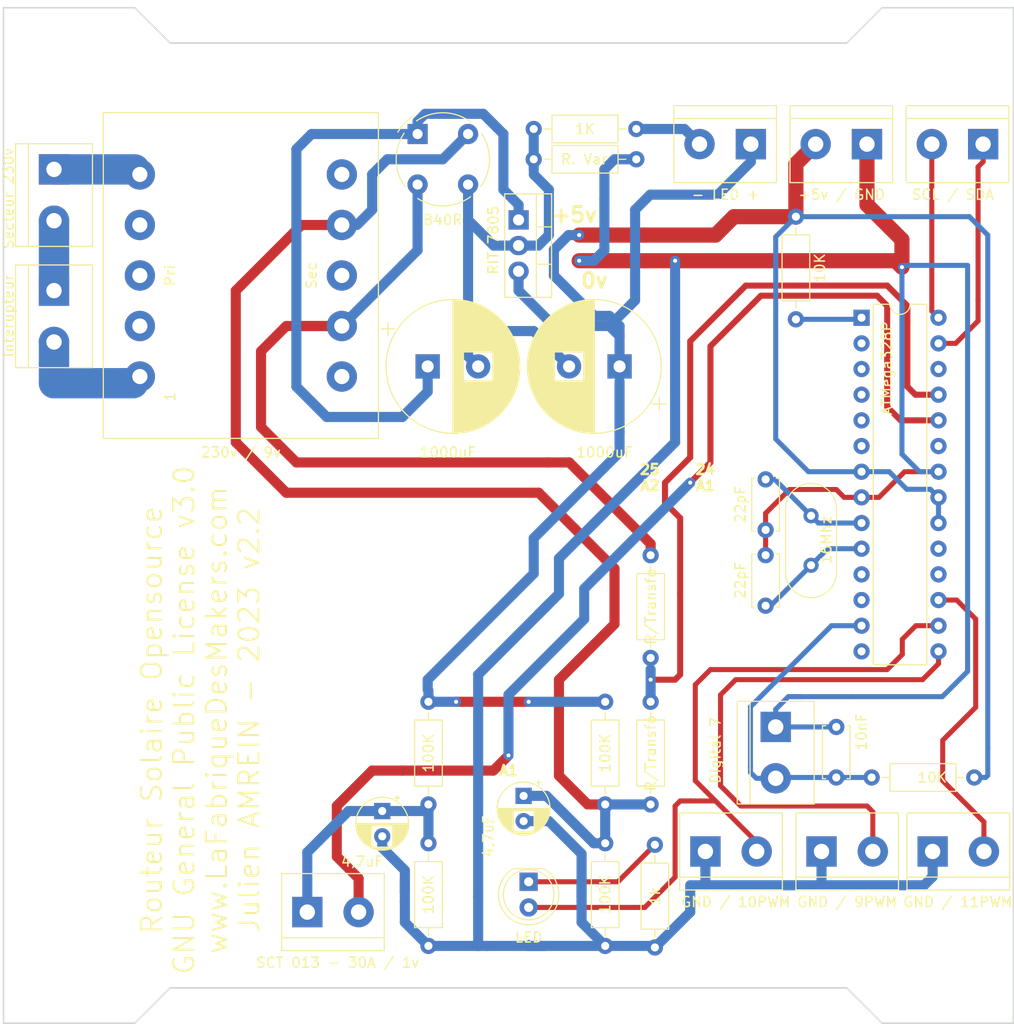
<source format=kicad_pcb>
(kicad_pcb (version 20171130) (host pcbnew 5.0.2+dfsg1-1+deb10u1)

  (general
    (thickness 1.6)
    (drawings 18)
    (tracks 360)
    (zones 0)
    (modules 40)
    (nets 1)
  )

  (page A4)
  (layers
    (0 F.Cu signal)
    (31 B.Cu signal)
    (32 B.Adhes user)
    (33 F.Adhes user)
    (34 B.Paste user)
    (35 F.Paste user)
    (36 B.SilkS user)
    (37 F.SilkS user)
    (38 B.Mask user)
    (39 F.Mask user)
    (40 Dwgs.User user)
    (41 Cmts.User user)
    (42 Eco1.User user)
    (43 Eco2.User user)
    (44 Edge.Cuts user)
    (45 Margin user)
    (46 B.CrtYd user)
    (47 F.CrtYd user)
    (48 B.Fab user hide)
    (49 F.Fab user hide)
  )

  (setup
    (last_trace_width 0.25)
    (trace_clearance 0.2)
    (zone_clearance 0.508)
    (zone_45_only no)
    (trace_min 0.2)
    (segment_width 0.2)
    (edge_width 0.15)
    (via_size 0.8)
    (via_drill 0.4)
    (via_min_size 0.4)
    (via_min_drill 0.3)
    (uvia_size 0.3)
    (uvia_drill 0.1)
    (uvias_allowed no)
    (uvia_min_size 0.2)
    (uvia_min_drill 0.1)
    (pcb_text_width 0.3)
    (pcb_text_size 1.5 1.5)
    (mod_edge_width 0.15)
    (mod_text_size 1 1)
    (mod_text_width 0.15)
    (pad_size 1.524 1.524)
    (pad_drill 0.762)
    (pad_to_mask_clearance 0.051)
    (solder_mask_min_width 0.25)
    (aux_axis_origin 0 0)
    (visible_elements FFFFFF7F)
    (pcbplotparams
      (layerselection 0x010fc_ffffffff)
      (usegerberextensions true)
      (usegerberattributes false)
      (usegerberadvancedattributes false)
      (creategerberjobfile false)
      (excludeedgelayer true)
      (linewidth 0.150000)
      (plotframeref false)
      (viasonmask false)
      (mode 1)
      (useauxorigin false)
      (hpglpennumber 1)
      (hpglpenspeed 20)
      (hpglpendiameter 15.000000)
      (psnegative false)
      (psa4output false)
      (plotreference true)
      (plotvalue true)
      (plotinvisibletext false)
      (padsonsilk false)
      (subtractmaskfromsilk false)
      (outputformat 1)
      (mirror false)
      (drillshape 0)
      (scaleselection 1)
      (outputdirectory "Gerber/"))
  )

  (net 0 "")

  (net_class Default "Ceci est la Netclass par défaut."
    (clearance 0.2)
    (trace_width 0.25)
    (via_dia 0.8)
    (via_drill 0.4)
    (uvia_dia 0.3)
    (uvia_drill 0.1)
  )

  (module MountingHole:MountingHole_5mm (layer F.Cu) (tedit 655E6D3A) (tstamp 656B21CE)
    (at 40.5 100.5)
    (descr "Mounting Hole 5mm, no annular")
    (tags "mounting hole 5mm no annular")
    (attr virtual)
    (fp_text reference "" (at 0 -6) (layer F.SilkS)
      (effects (font (size 1 1) (thickness 0.15)))
    )
    (fp_text value MountingHole_5mm (at 0 6) (layer F.Fab)
      (effects (font (size 1 1) (thickness 0.15)))
    )
    (fp_text user %R (at 0.3 0) (layer F.Fab)
      (effects (font (size 1 1) (thickness 0.15)))
    )
    (fp_circle (center 0 0) (end 5 0) (layer Cmts.User) (width 0.15))
    (fp_circle (center 0 0) (end 5.25 0) (layer F.CrtYd) (width 0.05))
    (pad 1 np_thru_hole circle (at 0 0) (size 5 5) (drill 5) (layers *.Cu *.Mask))
  )

  (module MountingHole:MountingHole_5mm (layer F.Cu) (tedit 655E6D3A) (tstamp 656B21AC)
    (at 78 100.5)
    (descr "Mounting Hole 5mm, no annular")
    (tags "mounting hole 5mm no annular")
    (attr virtual)
    (fp_text reference "" (at 0 -6) (layer F.SilkS)
      (effects (font (size 1 1) (thickness 0.15)))
    )
    (fp_text value MountingHole_5mm (at 0 6) (layer F.Fab)
      (effects (font (size 1 1) (thickness 0.15)))
    )
    (fp_circle (center 0 0) (end 5.25 0) (layer F.CrtYd) (width 0.05))
    (fp_circle (center 0 0) (end 5 0) (layer Cmts.User) (width 0.15))
    (fp_text user %R (at 0.3 0) (layer F.Fab)
      (effects (font (size 1 1) (thickness 0.15)))
    )
    (pad 1 np_thru_hole circle (at 0 0) (size 5 5) (drill 5) (layers *.Cu *.Mask))
  )

  (module MountingHole:MountingHole_5mm (layer F.Cu) (tedit 655E6D3A) (tstamp 656B2169)
    (at 129.5 51)
    (descr "Mounting Hole 5mm, no annular")
    (tags "mounting hole 5mm no annular")
    (attr virtual)
    (fp_text reference "" (at 0 -6) (layer F.SilkS)
      (effects (font (size 1 1) (thickness 0.15)))
    )
    (fp_text value MountingHole_5mm (at 0 6) (layer F.Fab)
      (effects (font (size 1 1) (thickness 0.15)))
    )
    (fp_text user %R (at 0.3 0) (layer F.Fab)
      (effects (font (size 1 1) (thickness 0.15)))
    )
    (fp_circle (center 0 0) (end 5 0) (layer Cmts.User) (width 0.15))
    (fp_circle (center 0 0) (end 5.25 0) (layer F.CrtYd) (width 0.05))
    (pad 1 np_thru_hole circle (at 0 0) (size 5 5) (drill 5) (layers *.Cu *.Mask))
  )

  (module TerminalBlock:TerminalBlock_bornier-2_P5.08mm (layer F.Cu) (tedit 655D4BA8) (tstamp 6569B98E)
    (at 40 73.5 270)
    (descr "simple 2-pin terminal block, pitch 5.08mm, revamped version of bornier2")
    (tags "terminal block bornier2")
    (fp_text reference Interupteur (at 2.5 4.5 270) (layer F.SilkS)
      (effects (font (size 1 1) (thickness 0.15)))
    )
    (fp_text value TerminalBlock_bornier-2_P5.08mm (at 2.54 5.08 270) (layer F.Fab)
      (effects (font (size 1 1) (thickness 0.15)))
    )
    (fp_text user %R (at 2.54 0 270) (layer F.Fab)
      (effects (font (size 1 1) (thickness 0.15)))
    )
    (fp_line (start -2.41 2.55) (end 7.49 2.55) (layer F.Fab) (width 0.1))
    (fp_line (start -2.46 -3.75) (end -2.46 3.75) (layer F.Fab) (width 0.1))
    (fp_line (start -2.46 3.75) (end 7.54 3.75) (layer F.Fab) (width 0.1))
    (fp_line (start 7.54 3.75) (end 7.54 -3.75) (layer F.Fab) (width 0.1))
    (fp_line (start 7.54 -3.75) (end -2.46 -3.75) (layer F.Fab) (width 0.1))
    (fp_line (start 7.62 2.54) (end -2.54 2.54) (layer F.SilkS) (width 0.12))
    (fp_line (start 7.62 3.81) (end 7.62 -3.81) (layer F.SilkS) (width 0.12))
    (fp_line (start 7.62 -3.81) (end -2.54 -3.81) (layer F.SilkS) (width 0.12))
    (fp_line (start -2.54 -3.81) (end -2.54 3.81) (layer F.SilkS) (width 0.12))
    (fp_line (start -2.54 3.81) (end 7.62 3.81) (layer F.SilkS) (width 0.12))
    (fp_line (start -2.71 -4) (end 7.79 -4) (layer F.CrtYd) (width 0.05))
    (fp_line (start -2.71 -4) (end -2.71 4) (layer F.CrtYd) (width 0.05))
    (fp_line (start 7.79 4) (end 7.79 -4) (layer F.CrtYd) (width 0.05))
    (fp_line (start 7.79 4) (end -2.71 4) (layer F.CrtYd) (width 0.05))
    (pad 1 thru_hole rect (at 0 0 270) (size 3 3) (drill 1.52) (layers *.Cu *.Mask))
    (pad 2 thru_hole circle (at 5.08 0 270) (size 3 3) (drill 1.52) (layers *.Cu *.Mask))
    (model ${KISYS3DMOD}/TerminalBlock.3dshapes/TerminalBlock_bornier-2_P5.08mm.wrl
      (offset (xyz 2.539999961853027 0 0))
      (scale (xyz 1 1 1))
      (rotate (xyz 0 0 0))
    )
  )

  (module TerminalBlock:TerminalBlock_bornier-2_P5.08mm (layer F.Cu) (tedit 5F0F19AA) (tstamp 5EC4C790)
    (at 40 61.5 270)
    (descr "simple 2-pin terminal block, pitch 5.08mm, revamped version of bornier2")
    (tags "terminal block bornier2")
    (fp_text reference "Secteur 230v " (at 2.5 4.5 270) (layer F.SilkS)
      (effects (font (size 1 1) (thickness 0.15)))
    )
    (fp_text value TerminalBlock_bornier-2_P5.08mm (at 2.54 5.08 270) (layer F.Fab)
      (effects (font (size 1 1) (thickness 0.15)))
    )
    (fp_line (start 7.79 4) (end -2.71 4) (layer F.CrtYd) (width 0.05))
    (fp_line (start 7.79 4) (end 7.79 -4) (layer F.CrtYd) (width 0.05))
    (fp_line (start -2.71 -4) (end -2.71 4) (layer F.CrtYd) (width 0.05))
    (fp_line (start -2.71 -4) (end 7.79 -4) (layer F.CrtYd) (width 0.05))
    (fp_line (start -2.54 3.81) (end 7.62 3.81) (layer F.SilkS) (width 0.12))
    (fp_line (start -2.54 -3.81) (end -2.54 3.81) (layer F.SilkS) (width 0.12))
    (fp_line (start 7.62 -3.81) (end -2.54 -3.81) (layer F.SilkS) (width 0.12))
    (fp_line (start 7.62 3.81) (end 7.62 -3.81) (layer F.SilkS) (width 0.12))
    (fp_line (start 7.62 2.54) (end -2.54 2.54) (layer F.SilkS) (width 0.12))
    (fp_line (start 7.54 -3.75) (end -2.46 -3.75) (layer F.Fab) (width 0.1))
    (fp_line (start 7.54 3.75) (end 7.54 -3.75) (layer F.Fab) (width 0.1))
    (fp_line (start -2.46 3.75) (end 7.54 3.75) (layer F.Fab) (width 0.1))
    (fp_line (start -2.46 -3.75) (end -2.46 3.75) (layer F.Fab) (width 0.1))
    (fp_line (start -2.41 2.55) (end 7.49 2.55) (layer F.Fab) (width 0.1))
    (fp_text user %R (at 2.54 0 270) (layer F.Fab)
      (effects (font (size 1 1) (thickness 0.15)))
    )
    (pad 2 thru_hole circle (at 5.08 0 270) (size 3 3) (drill 1.52) (layers *.Cu *.Mask))
    (pad 1 thru_hole rect (at 0 0 270) (size 3 3) (drill 1.52) (layers *.Cu *.Mask))
    (model ${KISYS3DMOD}/TerminalBlock.3dshapes/TerminalBlock_bornier-2_P5.08mm.wrl
      (offset (xyz 2.539999961853027 0 0))
      (scale (xyz 1 1 1))
      (rotate (xyz 0 0 0))
    )
  )

  (module MountingHole:MountingHole_5mm (layer F.Cu) (tedit 655E6D3A) (tstamp 656AF12A)
    (at 129.5 140.5)
    (descr "Mounting Hole 5mm, no annular")
    (tags "mounting hole 5mm no annular")
    (attr virtual)
    (fp_text reference "" (at 0 -6) (layer F.SilkS)
      (effects (font (size 1 1) (thickness 0.15)))
    )
    (fp_text value MountingHole_5mm (at 0 6) (layer F.Fab)
      (effects (font (size 1 1) (thickness 0.15)))
    )
    (fp_text user %R (at 0.3 0) (layer F.Fab)
      (effects (font (size 1 1) (thickness 0.15)))
    )
    (fp_circle (center 0 0) (end 5 0) (layer Cmts.User) (width 0.15))
    (fp_circle (center 0 0) (end 5.25 0) (layer F.CrtYd) (width 0.05))
    (pad 1 np_thru_hole circle (at 0 0) (size 5 5) (drill 5) (layers *.Cu *.Mask))
  )

  (module MountingHole:MountingHole_5mm (layer F.Cu) (tedit 655E6D3A) (tstamp 656AF11C)
    (at 40.5 140.5)
    (descr "Mounting Hole 5mm, no annular")
    (tags "mounting hole 5mm no annular")
    (attr virtual)
    (fp_text reference "" (at 0 -6) (layer F.SilkS)
      (effects (font (size 1 1) (thickness 0.15)))
    )
    (fp_text value MountingHole_5mm (at 0 6) (layer F.Fab)
      (effects (font (size 1 1) (thickness 0.15)))
    )
    (fp_circle (center 0 0) (end 5.25 0) (layer F.CrtYd) (width 0.05))
    (fp_circle (center 0 0) (end 5 0) (layer Cmts.User) (width 0.15))
    (fp_text user %R (at 0.3 0) (layer F.Fab)
      (effects (font (size 1 1) (thickness 0.15)))
    )
    (pad 1 np_thru_hole circle (at 0 0) (size 5 5) (drill 5) (layers *.Cu *.Mask))
  )

  (module TerminalBlock:TerminalBlock_bornier-2_P5.08mm (layer F.Cu) (tedit 630B3271) (tstamp 655E74C7)
    (at 65.08 135)
    (descr "simple 2-pin terminal block, pitch 5.08mm, revamped version of bornier2")
    (tags "terminal block bornier2")
    (fp_text reference "SCT 013 - 30A / 1v" (at 3 5) (layer F.SilkS)
      (effects (font (size 1 1) (thickness 0.15)))
    )
    (fp_text value TerminalBlock_bornier-2_P5.08mm (at 2.54 5.08) (layer F.Fab)
      (effects (font (size 1 1) (thickness 0.15)))
    )
    (fp_line (start 7.79 4) (end -2.71 4) (layer F.CrtYd) (width 0.05))
    (fp_line (start 7.79 4) (end 7.79 -4) (layer F.CrtYd) (width 0.05))
    (fp_line (start -2.71 -4) (end -2.71 4) (layer F.CrtYd) (width 0.05))
    (fp_line (start -2.71 -4) (end 7.79 -4) (layer F.CrtYd) (width 0.05))
    (fp_line (start -2.54 3.81) (end 7.62 3.81) (layer F.SilkS) (width 0.12))
    (fp_line (start -2.54 -3.81) (end -2.54 3.81) (layer F.SilkS) (width 0.12))
    (fp_line (start 7.62 -3.81) (end -2.54 -3.81) (layer F.SilkS) (width 0.12))
    (fp_line (start 7.62 3.81) (end 7.62 -3.81) (layer F.SilkS) (width 0.12))
    (fp_line (start 7.62 2.54) (end -2.54 2.54) (layer F.SilkS) (width 0.12))
    (fp_line (start 7.54 -3.75) (end -2.46 -3.75) (layer F.Fab) (width 0.1))
    (fp_line (start 7.54 3.75) (end 7.54 -3.75) (layer F.Fab) (width 0.1))
    (fp_line (start -2.46 3.75) (end 7.54 3.75) (layer F.Fab) (width 0.1))
    (fp_line (start -2.46 -3.75) (end -2.46 3.75) (layer F.Fab) (width 0.1))
    (fp_line (start -2.41 2.55) (end 7.49 2.55) (layer F.Fab) (width 0.1))
    (fp_text user %R (at 2.54 0) (layer F.Fab)
      (effects (font (size 1 1) (thickness 0.15)))
    )
    (pad 2 thru_hole circle (at 5.08 0) (size 3 3) (drill 1.52) (layers *.Cu *.Mask))
    (pad 1 thru_hole rect (at 0 0) (size 3 3) (drill 1.52) (layers *.Cu *.Mask))
    (model ${KISYS3DMOD}/TerminalBlock.3dshapes/TerminalBlock_bornier-2_P5.08mm.wrl
      (offset (xyz 2.539999961853027 0 0))
      (scale (xyz 1 1 1))
      (rotate (xyz 0 0 0))
    )
  )

  (module Resistor_THT:R_Axial_DIN0207_L6.3mm_D2.5mm_P10.16mm_Horizontal (layer F.Cu) (tedit 655D4D8E) (tstamp 6569BAE8)
    (at 99.5 138.5 90)
    (descr "Resistor, Axial_DIN0207 series, Axial, Horizontal, pin pitch=10.16mm, 0.25W = 1/4W, length*diameter=6.3*2.5mm^2, http://cdn-reichelt.de/documents/datenblatt/B400/1_4W%23YAG.pdf")
    (tags "Resistor Axial_DIN0207 series Axial Horizontal pin pitch 10.16mm 0.25W = 1/4W length 6.3mm diameter 2.5mm")
    (fp_text reference 1k (at 5.08 0 90) (layer F.SilkS)
      (effects (font (size 1 1) (thickness 0.15)))
    )
    (fp_text value R_Axial_DIN0207_L6.3mm_D2.5mm_P10.16mm_Horizontal (at 5.08 2.37 90) (layer F.Fab)
      (effects (font (size 1 1) (thickness 0.15)))
    )
    (fp_line (start 1.93 -1.25) (end 1.93 1.25) (layer F.Fab) (width 0.1))
    (fp_line (start 1.93 1.25) (end 8.23 1.25) (layer F.Fab) (width 0.1))
    (fp_line (start 8.23 1.25) (end 8.23 -1.25) (layer F.Fab) (width 0.1))
    (fp_line (start 8.23 -1.25) (end 1.93 -1.25) (layer F.Fab) (width 0.1))
    (fp_line (start 0 0) (end 1.93 0) (layer F.Fab) (width 0.1))
    (fp_line (start 10.16 0) (end 8.23 0) (layer F.Fab) (width 0.1))
    (fp_line (start 1.81 -1.37) (end 1.81 1.37) (layer F.SilkS) (width 0.12))
    (fp_line (start 1.81 1.37) (end 8.35 1.37) (layer F.SilkS) (width 0.12))
    (fp_line (start 8.35 1.37) (end 8.35 -1.37) (layer F.SilkS) (width 0.12))
    (fp_line (start 8.35 -1.37) (end 1.81 -1.37) (layer F.SilkS) (width 0.12))
    (fp_line (start 1.04 0) (end 1.81 0) (layer F.SilkS) (width 0.12))
    (fp_line (start 9.12 0) (end 8.35 0) (layer F.SilkS) (width 0.12))
    (fp_line (start -1.05 -1.5) (end -1.05 1.5) (layer F.CrtYd) (width 0.05))
    (fp_line (start -1.05 1.5) (end 11.21 1.5) (layer F.CrtYd) (width 0.05))
    (fp_line (start 11.21 1.5) (end 11.21 -1.5) (layer F.CrtYd) (width 0.05))
    (fp_line (start 11.21 -1.5) (end -1.05 -1.5) (layer F.CrtYd) (width 0.05))
    (fp_text user %R (at 5.08 0 90) (layer F.Fab)
      (effects (font (size 1 1) (thickness 0.15)))
    )
    (pad 1 thru_hole circle (at 0 0 90) (size 1.6 1.6) (drill 0.8) (layers *.Cu *.Mask))
    (pad 2 thru_hole oval (at 10.16 0 90) (size 1.6 1.6) (drill 0.8) (layers *.Cu *.Mask))
    (model ${KISYS3DMOD}/Resistor_THT.3dshapes/R_Axial_DIN0207_L6.3mm_D2.5mm_P10.16mm_Horizontal.wrl
      (at (xyz 0 0 0))
      (scale (xyz 1 1 1))
      (rotate (xyz 0 0 0))
    )
  )

  (module LED_THT:LED_D5.0mm (layer F.Cu) (tedit 5F0F160A) (tstamp 6569BA80)
    (at 87 132 270)
    (descr "LED, diameter 5.0mm, 2 pins, http://cdn-reichelt.de/documents/datenblatt/A500/LL-504BC2E-009.pdf")
    (tags "LED diameter 5.0mm 2 pins")
    (fp_text reference LED (at 5.5 0) (layer F.SilkS)
      (effects (font (size 1 1) (thickness 0.15)))
    )
    (fp_text value LED_D5.0mm (at 1.27 3.96 270) (layer F.Fab)
      (effects (font (size 1 1) (thickness 0.15)))
    )
    (fp_text user %R (at 1.25 0 270) (layer F.Fab)
      (effects (font (size 0.8 0.8) (thickness 0.2)))
    )
    (fp_line (start 4.5 -3.25) (end -1.95 -3.25) (layer F.CrtYd) (width 0.05))
    (fp_line (start 4.5 3.25) (end 4.5 -3.25) (layer F.CrtYd) (width 0.05))
    (fp_line (start -1.95 3.25) (end 4.5 3.25) (layer F.CrtYd) (width 0.05))
    (fp_line (start -1.95 -3.25) (end -1.95 3.25) (layer F.CrtYd) (width 0.05))
    (fp_line (start -1.29 -1.545) (end -1.29 1.545) (layer F.SilkS) (width 0.12))
    (fp_line (start -1.23 -1.469694) (end -1.23 1.469694) (layer F.Fab) (width 0.1))
    (fp_circle (center 1.27 0) (end 3.77 0) (layer F.SilkS) (width 0.12))
    (fp_circle (center 1.27 0) (end 3.77 0) (layer F.Fab) (width 0.1))
    (fp_arc (start 1.27 0) (end -1.29 1.54483) (angle -148.9) (layer F.SilkS) (width 0.12))
    (fp_arc (start 1.27 0) (end -1.29 -1.54483) (angle 148.9) (layer F.SilkS) (width 0.12))
    (fp_arc (start 1.27 0) (end -1.23 -1.469694) (angle 299.1) (layer F.Fab) (width 0.1))
    (pad 2 thru_hole circle (at 2.54 0 270) (size 1.8 1.8) (drill 0.9) (layers *.Cu *.Mask))
    (pad 1 thru_hole rect (at 0 0 270) (size 1.8 1.8) (drill 0.9) (layers *.Cu *.Mask))
    (model ${KISYS3DMOD}/LED_THT.3dshapes/LED_D5.0mm.wrl
      (at (xyz 0 0 0))
      (scale (xyz 1 1 1))
      (rotate (xyz 0 0 0))
    )
  )

  (module TerminalBlock:TerminalBlock_bornier-2_P5.08mm (layer F.Cu) (tedit 655D4C4C) (tstamp 6569BA1D)
    (at 109 59 180)
    (descr "simple 2-pin terminal block, pitch 5.08mm, revamped version of bornier2")
    (tags "terminal block bornier2")
    (fp_text reference "- LED +" (at 2.5 -5 180) (layer F.SilkS)
      (effects (font (size 1 1) (thickness 0.15)))
    )
    (fp_text value TerminalBlock_bornier-2_P5.08mm (at 2.54 5.08 180) (layer F.Fab)
      (effects (font (size 1 1) (thickness 0.15)))
    )
    (fp_text user %R (at 2.54 0 180) (layer F.Fab)
      (effects (font (size 1 1) (thickness 0.15)))
    )
    (fp_line (start -2.41 2.55) (end 7.49 2.55) (layer F.Fab) (width 0.1))
    (fp_line (start -2.46 -3.75) (end -2.46 3.75) (layer F.Fab) (width 0.1))
    (fp_line (start -2.46 3.75) (end 7.54 3.75) (layer F.Fab) (width 0.1))
    (fp_line (start 7.54 3.75) (end 7.54 -3.75) (layer F.Fab) (width 0.1))
    (fp_line (start 7.54 -3.75) (end -2.46 -3.75) (layer F.Fab) (width 0.1))
    (fp_line (start 7.62 2.54) (end -2.54 2.54) (layer F.SilkS) (width 0.12))
    (fp_line (start 7.62 3.81) (end 7.62 -3.81) (layer F.SilkS) (width 0.12))
    (fp_line (start 7.62 -3.81) (end -2.54 -3.81) (layer F.SilkS) (width 0.12))
    (fp_line (start -2.54 -3.81) (end -2.54 3.81) (layer F.SilkS) (width 0.12))
    (fp_line (start -2.54 3.81) (end 7.62 3.81) (layer F.SilkS) (width 0.12))
    (fp_line (start -2.71 -4) (end 7.79 -4) (layer F.CrtYd) (width 0.05))
    (fp_line (start -2.71 -4) (end -2.71 4) (layer F.CrtYd) (width 0.05))
    (fp_line (start 7.79 4) (end 7.79 -4) (layer F.CrtYd) (width 0.05))
    (fp_line (start 7.79 4) (end -2.71 4) (layer F.CrtYd) (width 0.05))
    (pad 1 thru_hole rect (at 0 0 180) (size 3 3) (drill 1.52) (layers *.Cu *.Mask))
    (pad 2 thru_hole circle (at 5.08 0 180) (size 3 3) (drill 1.52) (layers *.Cu *.Mask))
    (model ${KISYS3DMOD}/TerminalBlock.3dshapes/TerminalBlock_bornier-2_P5.08mm.wrl
      (offset (xyz 2.539999961853027 0 0))
      (scale (xyz 1 1 1))
      (rotate (xyz 0 0 0))
    )
  )

  (module TerminalBlock:TerminalBlock_bornier-2_P5.08mm (layer F.Cu) (tedit 630B7532) (tstamp 655D33D8)
    (at 104.5 129)
    (descr "simple 2-pin terminal block, pitch 5.08mm, revamped version of bornier2")
    (tags "terminal block bornier2")
    (fp_text reference "GND / 10PWM" (at 3 5) (layer F.SilkS)
      (effects (font (size 1 1) (thickness 0.15)))
    )
    (fp_text value TerminalBlock_bornier-2_P5.08mm (at 2.54 5.08) (layer F.Fab)
      (effects (font (size 1 1) (thickness 0.15)))
    )
    (fp_text user %R (at 2.54 0) (layer F.Fab)
      (effects (font (size 1 1) (thickness 0.15)))
    )
    (fp_line (start -2.41 2.55) (end 7.49 2.55) (layer F.Fab) (width 0.1))
    (fp_line (start -2.46 -3.75) (end -2.46 3.75) (layer F.Fab) (width 0.1))
    (fp_line (start -2.46 3.75) (end 7.54 3.75) (layer F.Fab) (width 0.1))
    (fp_line (start 7.54 3.75) (end 7.54 -3.75) (layer F.Fab) (width 0.1))
    (fp_line (start 7.54 -3.75) (end -2.46 -3.75) (layer F.Fab) (width 0.1))
    (fp_line (start 7.62 2.54) (end -2.54 2.54) (layer F.SilkS) (width 0.12))
    (fp_line (start 7.62 3.81) (end 7.62 -3.81) (layer F.SilkS) (width 0.12))
    (fp_line (start 7.62 -3.81) (end -2.54 -3.81) (layer F.SilkS) (width 0.12))
    (fp_line (start -2.54 -3.81) (end -2.54 3.81) (layer F.SilkS) (width 0.12))
    (fp_line (start -2.54 3.81) (end 7.62 3.81) (layer F.SilkS) (width 0.12))
    (fp_line (start -2.71 -4) (end 7.79 -4) (layer F.CrtYd) (width 0.05))
    (fp_line (start -2.71 -4) (end -2.71 4) (layer F.CrtYd) (width 0.05))
    (fp_line (start 7.79 4) (end 7.79 -4) (layer F.CrtYd) (width 0.05))
    (fp_line (start 7.79 4) (end -2.71 4) (layer F.CrtYd) (width 0.05))
    (pad 1 thru_hole rect (at 0 0) (size 3 3) (drill 1.52) (layers *.Cu *.Mask))
    (pad 2 thru_hole circle (at 5.08 0) (size 3 3) (drill 1.52) (layers *.Cu *.Mask))
    (model ${KISYS3DMOD}/TerminalBlock.3dshapes/TerminalBlock_bornier-2_P5.08mm.wrl
      (offset (xyz 2.539999961853027 0 0))
      (scale (xyz 1 1 1))
      (rotate (xyz 0 0 0))
    )
  )

  (module TerminalBlock:TerminalBlock_bornier-2_P5.08mm (layer F.Cu) (tedit 630B7574) (tstamp 655D33C4)
    (at 127 129)
    (descr "simple 2-pin terminal block, pitch 5.08mm, revamped version of bornier2")
    (tags "terminal block bornier2")
    (fp_text reference "GND / 11PWM" (at 2.5 5) (layer F.SilkS)
      (effects (font (size 1 1) (thickness 0.15)))
    )
    (fp_text value TerminalBlock_bornier-2_P5.08mm (at 2.54 5.08) (layer F.Fab)
      (effects (font (size 1 1) (thickness 0.15)))
    )
    (fp_text user %R (at 2.54 0) (layer F.Fab)
      (effects (font (size 1 1) (thickness 0.15)))
    )
    (fp_line (start -2.41 2.55) (end 7.49 2.55) (layer F.Fab) (width 0.1))
    (fp_line (start -2.46 -3.75) (end -2.46 3.75) (layer F.Fab) (width 0.1))
    (fp_line (start -2.46 3.75) (end 7.54 3.75) (layer F.Fab) (width 0.1))
    (fp_line (start 7.54 3.75) (end 7.54 -3.75) (layer F.Fab) (width 0.1))
    (fp_line (start 7.54 -3.75) (end -2.46 -3.75) (layer F.Fab) (width 0.1))
    (fp_line (start 7.62 2.54) (end -2.54 2.54) (layer F.SilkS) (width 0.12))
    (fp_line (start 7.62 3.81) (end 7.62 -3.81) (layer F.SilkS) (width 0.12))
    (fp_line (start 7.62 -3.81) (end -2.54 -3.81) (layer F.SilkS) (width 0.12))
    (fp_line (start -2.54 -3.81) (end -2.54 3.81) (layer F.SilkS) (width 0.12))
    (fp_line (start -2.54 3.81) (end 7.62 3.81) (layer F.SilkS) (width 0.12))
    (fp_line (start -2.71 -4) (end 7.79 -4) (layer F.CrtYd) (width 0.05))
    (fp_line (start -2.71 -4) (end -2.71 4) (layer F.CrtYd) (width 0.05))
    (fp_line (start 7.79 4) (end 7.79 -4) (layer F.CrtYd) (width 0.05))
    (fp_line (start 7.79 4) (end -2.71 4) (layer F.CrtYd) (width 0.05))
    (pad 1 thru_hole rect (at 0 0) (size 3 3) (drill 1.52) (layers *.Cu *.Mask))
    (pad 2 thru_hole circle (at 5.08 0) (size 3 3) (drill 1.52) (layers *.Cu *.Mask))
    (model ${KISYS3DMOD}/TerminalBlock.3dshapes/TerminalBlock_bornier-2_P5.08mm.wrl
      (offset (xyz 2.539999961853027 0 0))
      (scale (xyz 1 1 1))
      (rotate (xyz 0 0 0))
    )
  )

  (module TerminalBlock:TerminalBlock_bornier-2_P5.08mm (layer F.Cu) (tedit 630B754B) (tstamp 655D33B0)
    (at 116 129)
    (descr "simple 2-pin terminal block, pitch 5.08mm, revamped version of bornier2")
    (tags "terminal block bornier2")
    (fp_text reference "GND / 9PWM" (at 2.54 5) (layer F.SilkS)
      (effects (font (size 1 1) (thickness 0.15)))
    )
    (fp_text value TerminalBlock_bornier-2_P5.08mm (at 2.54 5.08) (layer F.Fab)
      (effects (font (size 1 1) (thickness 0.15)))
    )
    (fp_line (start 7.79 4) (end -2.71 4) (layer F.CrtYd) (width 0.05))
    (fp_line (start 7.79 4) (end 7.79 -4) (layer F.CrtYd) (width 0.05))
    (fp_line (start -2.71 -4) (end -2.71 4) (layer F.CrtYd) (width 0.05))
    (fp_line (start -2.71 -4) (end 7.79 -4) (layer F.CrtYd) (width 0.05))
    (fp_line (start -2.54 3.81) (end 7.62 3.81) (layer F.SilkS) (width 0.12))
    (fp_line (start -2.54 -3.81) (end -2.54 3.81) (layer F.SilkS) (width 0.12))
    (fp_line (start 7.62 -3.81) (end -2.54 -3.81) (layer F.SilkS) (width 0.12))
    (fp_line (start 7.62 3.81) (end 7.62 -3.81) (layer F.SilkS) (width 0.12))
    (fp_line (start 7.62 2.54) (end -2.54 2.54) (layer F.SilkS) (width 0.12))
    (fp_line (start 7.54 -3.75) (end -2.46 -3.75) (layer F.Fab) (width 0.1))
    (fp_line (start 7.54 3.75) (end 7.54 -3.75) (layer F.Fab) (width 0.1))
    (fp_line (start -2.46 3.75) (end 7.54 3.75) (layer F.Fab) (width 0.1))
    (fp_line (start -2.46 -3.75) (end -2.46 3.75) (layer F.Fab) (width 0.1))
    (fp_line (start -2.41 2.55) (end 7.49 2.55) (layer F.Fab) (width 0.1))
    (fp_text user %R (at 2.54 0) (layer F.Fab)
      (effects (font (size 1 1) (thickness 0.15)))
    )
    (pad 2 thru_hole circle (at 5.08 0) (size 3 3) (drill 1.52) (layers *.Cu *.Mask))
    (pad 1 thru_hole rect (at 0 0) (size 3 3) (drill 1.52) (layers *.Cu *.Mask))
    (model ${KISYS3DMOD}/TerminalBlock.3dshapes/TerminalBlock_bornier-2_P5.08mm.wrl
      (offset (xyz 2.539999961853027 0 0))
      (scale (xyz 1 1 1))
      (rotate (xyz 0 0 0))
    )
  )

  (module Transformer_THT:Transformer_CHK_EI30-2VA_1xSec (layer F.Cu) (tedit 655D4AC0) (tstamp 5EC4C84E)
    (at 48.5 82)
    (descr "Trafo, Printtrafo, CHK, EI30, 2VA, 1x Sec,http://www.eratransformers.com/downloads/030-7585.0.pdf")
    (tags "Trafo Printtrafo CHK EI30 2VA 1x Sec ")
    (fp_text reference "230v / 9v" (at 10 7.5) (layer F.SilkS)
      (effects (font (size 1 1) (thickness 0.15)))
    )
    (fp_text value "230v - 5v AC" (at 10 -10 90) (layer F.Fab)
      (effects (font (size 1 1) (thickness 0.15)))
    )
    (fp_line (start 23.62 6.12) (end -3.62 6.12) (layer F.SilkS) (width 0.12))
    (fp_line (start 23.62 6.12) (end 23.62 -26.12) (layer F.SilkS) (width 0.12))
    (fp_line (start -3.62 -26.12) (end -3.62 6.12) (layer F.SilkS) (width 0.12))
    (fp_line (start -3.62 -26.12) (end 23.62 -26.12) (layer F.SilkS) (width 0.12))
    (fp_line (start 23.75 6.25) (end -3.75 6.25) (layer F.CrtYd) (width 0.05))
    (fp_line (start 23.75 6.25) (end 23.75 -26.25) (layer F.CrtYd) (width 0.05))
    (fp_line (start -3.75 -26.25) (end -3.75 6.25) (layer F.CrtYd) (width 0.05))
    (fp_line (start -3.75 -26.25) (end 23.75 -26.25) (layer F.CrtYd) (width 0.05))
    (fp_line (start -3.5 -26) (end -3.5 6) (layer F.Fab) (width 0.1))
    (fp_line (start 23.5 -26) (end -3.5 -26) (layer F.Fab) (width 0.1))
    (fp_line (start 23.5 6) (end 23.5 -26) (layer F.Fab) (width 0.1))
    (fp_line (start -3.5 6) (end 23.5 6) (layer F.Fab) (width 0.1))
    (fp_line (start 5 0) (end 3 0) (layer F.Fab) (width 0.1))
    (fp_line (start 5 -20) (end 5 0) (layer F.Fab) (width 0.1))
    (fp_line (start 3 -20) (end 5 -20) (layer F.Fab) (width 0.1))
    (fp_line (start 6 0) (end 5 0) (layer F.Fab) (width 0.1))
    (fp_line (start 6 -20) (end 6 0) (layer F.Fab) (width 0.1))
    (fp_line (start 5 -20) (end 6 -20) (layer F.Fab) (width 0.1))
    (fp_line (start 7 0) (end 6 0) (layer F.Fab) (width 0.1))
    (fp_line (start 7 -20) (end 7 0) (layer F.Fab) (width 0.1))
    (fp_line (start 6 -20) (end 7 -20) (layer F.Fab) (width 0.1))
    (fp_line (start 8 0) (end 7 0) (layer F.Fab) (width 0.1))
    (fp_line (start 8 -20) (end 8 0) (layer F.Fab) (width 0.1))
    (fp_line (start 7 -20) (end 8 -20) (layer F.Fab) (width 0.1))
    (fp_line (start 5 -19) (end 8 -19) (layer F.Fab) (width 0.1))
    (fp_line (start 8 -18) (end 5 -18) (layer F.Fab) (width 0.1))
    (fp_line (start 5 -17) (end 8 -17) (layer F.Fab) (width 0.1))
    (fp_line (start 8 -16) (end 5 -16) (layer F.Fab) (width 0.1))
    (fp_line (start 5 -15) (end 8 -15) (layer F.Fab) (width 0.1))
    (fp_line (start 8 -14) (end 5 -14) (layer F.Fab) (width 0.1))
    (fp_line (start 5 -13) (end 8 -13) (layer F.Fab) (width 0.1))
    (fp_line (start 8 -12) (end 5 -12) (layer F.Fab) (width 0.1))
    (fp_line (start 5 -11) (end 8 -11) (layer F.Fab) (width 0.1))
    (fp_line (start 8 -10) (end 5 -10) (layer F.Fab) (width 0.1))
    (fp_line (start 5 -9) (end 8 -9) (layer F.Fab) (width 0.1))
    (fp_line (start 8 -8) (end 5 -8) (layer F.Fab) (width 0.1))
    (fp_line (start 5 -7) (end 8 -7) (layer F.Fab) (width 0.1))
    (fp_line (start 8 -6) (end 5 -6) (layer F.Fab) (width 0.1))
    (fp_line (start 5 -5) (end 8 -5) (layer F.Fab) (width 0.1))
    (fp_line (start 8 -4) (end 5 -4) (layer F.Fab) (width 0.1))
    (fp_line (start 5 -3) (end 8 -3) (layer F.Fab) (width 0.1))
    (fp_line (start 8 -2) (end 5 -2) (layer F.Fab) (width 0.1))
    (fp_line (start 5 -1) (end 8 -1) (layer F.Fab) (width 0.1))
    (fp_line (start 15 -5) (end 17 -5) (layer F.Fab) (width 0.1))
    (fp_line (start 15 -15) (end 15 -5) (layer F.Fab) (width 0.1))
    (fp_line (start 17 -15) (end 15 -15) (layer F.Fab) (width 0.1))
    (fp_line (start 14 -5) (end 15 -5) (layer F.Fab) (width 0.1))
    (fp_line (start 14 -15) (end 14 -5) (layer F.Fab) (width 0.1))
    (fp_line (start 15 -15) (end 14 -15) (layer F.Fab) (width 0.1))
    (fp_line (start 13 -5) (end 14 -5) (layer F.Fab) (width 0.1))
    (fp_line (start 13 -15) (end 13 -5) (layer F.Fab) (width 0.1))
    (fp_line (start 14 -15) (end 13 -15) (layer F.Fab) (width 0.1))
    (fp_line (start 12 -5) (end 13 -5) (layer F.Fab) (width 0.1))
    (fp_line (start 12 -15) (end 12 -5) (layer F.Fab) (width 0.1))
    (fp_line (start 13 -15) (end 12 -15) (layer F.Fab) (width 0.1))
    (fp_line (start 12 -14) (end 15 -14) (layer F.Fab) (width 0.1))
    (fp_line (start 15 -13) (end 12 -13) (layer F.Fab) (width 0.1))
    (fp_line (start 12 -12) (end 15 -12) (layer F.Fab) (width 0.1))
    (fp_line (start 15 -11) (end 12 -11) (layer F.Fab) (width 0.1))
    (fp_line (start 12 -10) (end 15 -10) (layer F.Fab) (width 0.1))
    (fp_line (start 15 -9) (end 12 -9) (layer F.Fab) (width 0.1))
    (fp_line (start 12 -8) (end 15 -8) (layer F.Fab) (width 0.1))
    (fp_line (start 15 -7) (end 12 -7) (layer F.Fab) (width 0.1))
    (fp_line (start 12 -6) (end 15 -6) (layer F.Fab) (width 0.1))
    (fp_text user %R (at 10 -24.5) (layer F.Fab)
      (effects (font (size 1 1) (thickness 0.15)))
    )
    (fp_text user 1 (at 3 2 90) (layer F.SilkS)
      (effects (font (size 1 1) (thickness 0.15)))
    )
    (fp_text user 5 (at 3 -22 90) (layer F.Fab)
      (effects (font (size 1 1) (thickness 0.15)))
    )
    (fp_text user 7 (at 16 -16 90) (layer F.Fab)
      (effects (font (size 1 1) (thickness 0.15)))
    )
    (fp_text user 9 (at 16 -4 90) (layer F.Fab)
      (effects (font (size 1 1) (thickness 0.15)))
    )
    (fp_text user Pri (at 3 -10 90) (layer F.SilkS)
      (effects (font (size 1 1) (thickness 0.15)))
    )
    (fp_text user Sec (at 17 -10 90) (layer F.SilkS)
      (effects (font (size 1 1) (thickness 0.15)))
    )
    (pad 10 thru_hole circle (at 20 0) (size 3 3) (drill 1.5) (layers *.Cu *.Mask))
    (pad 9 thru_hole circle (at 20 -5) (size 3 3) (drill 1.5) (layers *.Cu *.Mask))
    (pad 8 thru_hole circle (at 20 -10) (size 3 3) (drill 1.5) (layers *.Cu *.Mask))
    (pad 7 thru_hole circle (at 20 -15) (size 3 3) (drill 1.5) (layers *.Cu *.Mask))
    (pad 6 thru_hole circle (at 20 -20) (size 3 3) (drill 1.5) (layers *.Cu *.Mask))
    (pad 5 thru_hole circle (at 0 -20) (size 3 3) (drill 1.5) (layers *.Cu *.Mask))
    (pad 4 thru_hole circle (at 0 -15) (size 3 3) (drill 1.5) (layers *.Cu *.Mask))
    (pad 3 thru_hole circle (at 0 -10) (size 3 3) (drill 1.5) (layers *.Cu *.Mask))
    (pad 2 thru_hole circle (at 0 -5) (size 3 3) (drill 1.5) (layers *.Cu *.Mask))
    (pad 1 thru_hole circle (at 0 0) (size 3 3) (drill 1.5) (layers *.Cu *.Mask))
    (model ${KISYS3DMOD}/Transformer_THT.3dshapes/Transformer_CHK_EI30-2VA_1xSec.wrl
      (at (xyz 0 0 0))
      (scale (xyz 1 1 1))
      (rotate (xyz 0 0 0))
    )
  )

  (module Resistor_THT:R_Axial_DIN0207_L6.3mm_D2.5mm_P10.16mm_Horizontal (layer F.Cu) (tedit 630B6DE1) (tstamp 630B734E)
    (at 99.076987 99.687034 270)
    (descr "Resistor, Axial_DIN0207 series, Axial, Horizontal, pin pitch=10.16mm, 0.25W = 1/4W, length*diameter=6.3*2.5mm^2, http://cdn-reichelt.de/documents/datenblatt/B400/1_4W%23YAG.pdf")
    (tags "Resistor Axial_DIN0207 series Axial Horizontal pin pitch 10.16mm 0.25W = 1/4W length 6.3mm diameter 2.5mm")
    (fp_text reference R/Transfo (at 5.08 0 270) (layer F.SilkS)
      (effects (font (size 1 1) (thickness 0.15)))
    )
    (fp_text value R_Axial_DIN0207_L6.3mm_D2.5mm_P10.16mm_Horizontal (at 5.08 2.37 270) (layer F.Fab)
      (effects (font (size 1 1) (thickness 0.15)))
    )
    (fp_text user %R (at 5.08 0 270) (layer F.Fab)
      (effects (font (size 1 1) (thickness 0.15)))
    )
    (fp_line (start 11.21 -1.5) (end -1.05 -1.5) (layer F.CrtYd) (width 0.05))
    (fp_line (start 11.21 1.5) (end 11.21 -1.5) (layer F.CrtYd) (width 0.05))
    (fp_line (start -1.05 1.5) (end 11.21 1.5) (layer F.CrtYd) (width 0.05))
    (fp_line (start -1.05 -1.5) (end -1.05 1.5) (layer F.CrtYd) (width 0.05))
    (fp_line (start 9.12 0) (end 8.35 0) (layer F.SilkS) (width 0.12))
    (fp_line (start 1.04 0) (end 1.81 0) (layer F.SilkS) (width 0.12))
    (fp_line (start 8.35 -1.37) (end 1.81 -1.37) (layer F.SilkS) (width 0.12))
    (fp_line (start 8.35 1.37) (end 8.35 -1.37) (layer F.SilkS) (width 0.12))
    (fp_line (start 1.81 1.37) (end 8.35 1.37) (layer F.SilkS) (width 0.12))
    (fp_line (start 1.81 -1.37) (end 1.81 1.37) (layer F.SilkS) (width 0.12))
    (fp_line (start 10.16 0) (end 8.23 0) (layer F.Fab) (width 0.1))
    (fp_line (start 0 0) (end 1.93 0) (layer F.Fab) (width 0.1))
    (fp_line (start 8.23 -1.25) (end 1.93 -1.25) (layer F.Fab) (width 0.1))
    (fp_line (start 8.23 1.25) (end 8.23 -1.25) (layer F.Fab) (width 0.1))
    (fp_line (start 1.93 1.25) (end 8.23 1.25) (layer F.Fab) (width 0.1))
    (fp_line (start 1.93 -1.25) (end 1.93 1.25) (layer F.Fab) (width 0.1))
    (pad 2 thru_hole oval (at 10.16 0 270) (size 1.6 1.6) (drill 0.8) (layers *.Cu *.Mask))
    (pad 1 thru_hole circle (at 0 0 270) (size 1.6 1.6) (drill 0.8) (layers *.Cu *.Mask))
    (model ${KISYS3DMOD}/Resistor_THT.3dshapes/R_Axial_DIN0207_L6.3mm_D2.5mm_P10.16mm_Horizontal.wrl
      (at (xyz 0 0 0))
      (scale (xyz 1 1 1))
      (rotate (xyz 0 0 0))
    )
  )

  (module Resistor_THT:R_Axial_DIN0207_L6.3mm_D2.5mm_P10.16mm_Horizontal (layer F.Cu) (tedit 630B6DD4) (tstamp 630B734E)
    (at 99.076987 114.187034 270)
    (descr "Resistor, Axial_DIN0207 series, Axial, Horizontal, pin pitch=10.16mm, 0.25W = 1/4W, length*diameter=6.3*2.5mm^2, http://cdn-reichelt.de/documents/datenblatt/B400/1_4W%23YAG.pdf")
    (tags "Resistor Axial_DIN0207 series Axial Horizontal pin pitch 10.16mm 0.25W = 1/4W length 6.3mm diameter 2.5mm")
    (fp_text reference R/Transfo (at 5.08 0 270) (layer F.SilkS)
      (effects (font (size 1 1) (thickness 0.15)))
    )
    (fp_text value R_Axial_DIN0207_L6.3mm_D2.5mm_P10.16mm_Horizontal (at 5.08 2.37 270) (layer F.Fab)
      (effects (font (size 1 1) (thickness 0.15)))
    )
    (fp_text user %R (at 5.08 0 270) (layer F.Fab)
      (effects (font (size 1 1) (thickness 0.15)))
    )
    (fp_line (start 11.21 -1.5) (end -1.05 -1.5) (layer F.CrtYd) (width 0.05))
    (fp_line (start 11.21 1.5) (end 11.21 -1.5) (layer F.CrtYd) (width 0.05))
    (fp_line (start -1.05 1.5) (end 11.21 1.5) (layer F.CrtYd) (width 0.05))
    (fp_line (start -1.05 -1.5) (end -1.05 1.5) (layer F.CrtYd) (width 0.05))
    (fp_line (start 9.12 0) (end 8.35 0) (layer F.SilkS) (width 0.12))
    (fp_line (start 1.04 0) (end 1.81 0) (layer F.SilkS) (width 0.12))
    (fp_line (start 8.35 -1.37) (end 1.81 -1.37) (layer F.SilkS) (width 0.12))
    (fp_line (start 8.35 1.37) (end 8.35 -1.37) (layer F.SilkS) (width 0.12))
    (fp_line (start 1.81 1.37) (end 8.35 1.37) (layer F.SilkS) (width 0.12))
    (fp_line (start 1.81 -1.37) (end 1.81 1.37) (layer F.SilkS) (width 0.12))
    (fp_line (start 10.16 0) (end 8.23 0) (layer F.Fab) (width 0.1))
    (fp_line (start 0 0) (end 1.93 0) (layer F.Fab) (width 0.1))
    (fp_line (start 8.23 -1.25) (end 1.93 -1.25) (layer F.Fab) (width 0.1))
    (fp_line (start 8.23 1.25) (end 8.23 -1.25) (layer F.Fab) (width 0.1))
    (fp_line (start 1.93 1.25) (end 8.23 1.25) (layer F.Fab) (width 0.1))
    (fp_line (start 1.93 -1.25) (end 1.93 1.25) (layer F.Fab) (width 0.1))
    (pad 2 thru_hole oval (at 10.16 0 270) (size 1.6 1.6) (drill 0.8) (layers *.Cu *.Mask))
    (pad 1 thru_hole circle (at 0 0 270) (size 1.6 1.6) (drill 0.8) (layers *.Cu *.Mask))
    (model ${KISYS3DMOD}/Resistor_THT.3dshapes/R_Axial_DIN0207_L6.3mm_D2.5mm_P10.16mm_Horizontal.wrl
      (at (xyz 0 0 0))
      (scale (xyz 1 1 1))
      (rotate (xyz 0 0 0))
    )
  )

  (module Capacitor_THT:CP_Radial_D5.0mm_P2.50mm (layer F.Cu) (tedit 630B35CC) (tstamp 630B6B2D)
    (at 86.5 123.5 270)
    (descr "CP, Radial series, Radial, pin pitch=2.50mm, , diameter=5mm, Electrolytic Capacitor")
    (tags "CP Radial series Radial pin pitch 2.50mm  diameter 5mm Electrolytic Capacitor")
    (fp_text reference 4,7uF (at 4 3.5 90) (layer F.SilkS)
      (effects (font (size 1 1) (thickness 0.15)))
    )
    (fp_text value CP_Radial_D5.0mm_P2.50mm (at 1.25 3.75 270) (layer F.Fab)
      (effects (font (size 1 1) (thickness 0.15)))
    )
    (fp_text user %R (at 1.25 0 270) (layer F.Fab)
      (effects (font (size 1 1) (thickness 0.15)))
    )
    (fp_line (start -1.304775 -1.725) (end -1.304775 -1.225) (layer F.SilkS) (width 0.12))
    (fp_line (start -1.554775 -1.475) (end -1.054775 -1.475) (layer F.SilkS) (width 0.12))
    (fp_line (start 3.851 -0.284) (end 3.851 0.284) (layer F.SilkS) (width 0.12))
    (fp_line (start 3.811 -0.518) (end 3.811 0.518) (layer F.SilkS) (width 0.12))
    (fp_line (start 3.771 -0.677) (end 3.771 0.677) (layer F.SilkS) (width 0.12))
    (fp_line (start 3.731 -0.805) (end 3.731 0.805) (layer F.SilkS) (width 0.12))
    (fp_line (start 3.691 -0.915) (end 3.691 0.915) (layer F.SilkS) (width 0.12))
    (fp_line (start 3.651 -1.011) (end 3.651 1.011) (layer F.SilkS) (width 0.12))
    (fp_line (start 3.611 -1.098) (end 3.611 1.098) (layer F.SilkS) (width 0.12))
    (fp_line (start 3.571 -1.178) (end 3.571 1.178) (layer F.SilkS) (width 0.12))
    (fp_line (start 3.531 1.04) (end 3.531 1.251) (layer F.SilkS) (width 0.12))
    (fp_line (start 3.531 -1.251) (end 3.531 -1.04) (layer F.SilkS) (width 0.12))
    (fp_line (start 3.491 1.04) (end 3.491 1.319) (layer F.SilkS) (width 0.12))
    (fp_line (start 3.491 -1.319) (end 3.491 -1.04) (layer F.SilkS) (width 0.12))
    (fp_line (start 3.451 1.04) (end 3.451 1.383) (layer F.SilkS) (width 0.12))
    (fp_line (start 3.451 -1.383) (end 3.451 -1.04) (layer F.SilkS) (width 0.12))
    (fp_line (start 3.411 1.04) (end 3.411 1.443) (layer F.SilkS) (width 0.12))
    (fp_line (start 3.411 -1.443) (end 3.411 -1.04) (layer F.SilkS) (width 0.12))
    (fp_line (start 3.371 1.04) (end 3.371 1.5) (layer F.SilkS) (width 0.12))
    (fp_line (start 3.371 -1.5) (end 3.371 -1.04) (layer F.SilkS) (width 0.12))
    (fp_line (start 3.331 1.04) (end 3.331 1.554) (layer F.SilkS) (width 0.12))
    (fp_line (start 3.331 -1.554) (end 3.331 -1.04) (layer F.SilkS) (width 0.12))
    (fp_line (start 3.291 1.04) (end 3.291 1.605) (layer F.SilkS) (width 0.12))
    (fp_line (start 3.291 -1.605) (end 3.291 -1.04) (layer F.SilkS) (width 0.12))
    (fp_line (start 3.251 1.04) (end 3.251 1.653) (layer F.SilkS) (width 0.12))
    (fp_line (start 3.251 -1.653) (end 3.251 -1.04) (layer F.SilkS) (width 0.12))
    (fp_line (start 3.211 1.04) (end 3.211 1.699) (layer F.SilkS) (width 0.12))
    (fp_line (start 3.211 -1.699) (end 3.211 -1.04) (layer F.SilkS) (width 0.12))
    (fp_line (start 3.171 1.04) (end 3.171 1.743) (layer F.SilkS) (width 0.12))
    (fp_line (start 3.171 -1.743) (end 3.171 -1.04) (layer F.SilkS) (width 0.12))
    (fp_line (start 3.131 1.04) (end 3.131 1.785) (layer F.SilkS) (width 0.12))
    (fp_line (start 3.131 -1.785) (end 3.131 -1.04) (layer F.SilkS) (width 0.12))
    (fp_line (start 3.091 1.04) (end 3.091 1.826) (layer F.SilkS) (width 0.12))
    (fp_line (start 3.091 -1.826) (end 3.091 -1.04) (layer F.SilkS) (width 0.12))
    (fp_line (start 3.051 1.04) (end 3.051 1.864) (layer F.SilkS) (width 0.12))
    (fp_line (start 3.051 -1.864) (end 3.051 -1.04) (layer F.SilkS) (width 0.12))
    (fp_line (start 3.011 1.04) (end 3.011 1.901) (layer F.SilkS) (width 0.12))
    (fp_line (start 3.011 -1.901) (end 3.011 -1.04) (layer F.SilkS) (width 0.12))
    (fp_line (start 2.971 1.04) (end 2.971 1.937) (layer F.SilkS) (width 0.12))
    (fp_line (start 2.971 -1.937) (end 2.971 -1.04) (layer F.SilkS) (width 0.12))
    (fp_line (start 2.931 1.04) (end 2.931 1.971) (layer F.SilkS) (width 0.12))
    (fp_line (start 2.931 -1.971) (end 2.931 -1.04) (layer F.SilkS) (width 0.12))
    (fp_line (start 2.891 1.04) (end 2.891 2.004) (layer F.SilkS) (width 0.12))
    (fp_line (start 2.891 -2.004) (end 2.891 -1.04) (layer F.SilkS) (width 0.12))
    (fp_line (start 2.851 1.04) (end 2.851 2.035) (layer F.SilkS) (width 0.12))
    (fp_line (start 2.851 -2.035) (end 2.851 -1.04) (layer F.SilkS) (width 0.12))
    (fp_line (start 2.811 1.04) (end 2.811 2.065) (layer F.SilkS) (width 0.12))
    (fp_line (start 2.811 -2.065) (end 2.811 -1.04) (layer F.SilkS) (width 0.12))
    (fp_line (start 2.771 1.04) (end 2.771 2.095) (layer F.SilkS) (width 0.12))
    (fp_line (start 2.771 -2.095) (end 2.771 -1.04) (layer F.SilkS) (width 0.12))
    (fp_line (start 2.731 1.04) (end 2.731 2.122) (layer F.SilkS) (width 0.12))
    (fp_line (start 2.731 -2.122) (end 2.731 -1.04) (layer F.SilkS) (width 0.12))
    (fp_line (start 2.691 1.04) (end 2.691 2.149) (layer F.SilkS) (width 0.12))
    (fp_line (start 2.691 -2.149) (end 2.691 -1.04) (layer F.SilkS) (width 0.12))
    (fp_line (start 2.651 1.04) (end 2.651 2.175) (layer F.SilkS) (width 0.12))
    (fp_line (start 2.651 -2.175) (end 2.651 -1.04) (layer F.SilkS) (width 0.12))
    (fp_line (start 2.611 1.04) (end 2.611 2.2) (layer F.SilkS) (width 0.12))
    (fp_line (start 2.611 -2.2) (end 2.611 -1.04) (layer F.SilkS) (width 0.12))
    (fp_line (start 2.571 1.04) (end 2.571 2.224) (layer F.SilkS) (width 0.12))
    (fp_line (start 2.571 -2.224) (end 2.571 -1.04) (layer F.SilkS) (width 0.12))
    (fp_line (start 2.531 1.04) (end 2.531 2.247) (layer F.SilkS) (width 0.12))
    (fp_line (start 2.531 -2.247) (end 2.531 -1.04) (layer F.SilkS) (width 0.12))
    (fp_line (start 2.491 1.04) (end 2.491 2.268) (layer F.SilkS) (width 0.12))
    (fp_line (start 2.491 -2.268) (end 2.491 -1.04) (layer F.SilkS) (width 0.12))
    (fp_line (start 2.451 1.04) (end 2.451 2.29) (layer F.SilkS) (width 0.12))
    (fp_line (start 2.451 -2.29) (end 2.451 -1.04) (layer F.SilkS) (width 0.12))
    (fp_line (start 2.411 1.04) (end 2.411 2.31) (layer F.SilkS) (width 0.12))
    (fp_line (start 2.411 -2.31) (end 2.411 -1.04) (layer F.SilkS) (width 0.12))
    (fp_line (start 2.371 1.04) (end 2.371 2.329) (layer F.SilkS) (width 0.12))
    (fp_line (start 2.371 -2.329) (end 2.371 -1.04) (layer F.SilkS) (width 0.12))
    (fp_line (start 2.331 1.04) (end 2.331 2.348) (layer F.SilkS) (width 0.12))
    (fp_line (start 2.331 -2.348) (end 2.331 -1.04) (layer F.SilkS) (width 0.12))
    (fp_line (start 2.291 1.04) (end 2.291 2.365) (layer F.SilkS) (width 0.12))
    (fp_line (start 2.291 -2.365) (end 2.291 -1.04) (layer F.SilkS) (width 0.12))
    (fp_line (start 2.251 1.04) (end 2.251 2.382) (layer F.SilkS) (width 0.12))
    (fp_line (start 2.251 -2.382) (end 2.251 -1.04) (layer F.SilkS) (width 0.12))
    (fp_line (start 2.211 1.04) (end 2.211 2.398) (layer F.SilkS) (width 0.12))
    (fp_line (start 2.211 -2.398) (end 2.211 -1.04) (layer F.SilkS) (width 0.12))
    (fp_line (start 2.171 1.04) (end 2.171 2.414) (layer F.SilkS) (width 0.12))
    (fp_line (start 2.171 -2.414) (end 2.171 -1.04) (layer F.SilkS) (width 0.12))
    (fp_line (start 2.131 1.04) (end 2.131 2.428) (layer F.SilkS) (width 0.12))
    (fp_line (start 2.131 -2.428) (end 2.131 -1.04) (layer F.SilkS) (width 0.12))
    (fp_line (start 2.091 1.04) (end 2.091 2.442) (layer F.SilkS) (width 0.12))
    (fp_line (start 2.091 -2.442) (end 2.091 -1.04) (layer F.SilkS) (width 0.12))
    (fp_line (start 2.051 1.04) (end 2.051 2.455) (layer F.SilkS) (width 0.12))
    (fp_line (start 2.051 -2.455) (end 2.051 -1.04) (layer F.SilkS) (width 0.12))
    (fp_line (start 2.011 1.04) (end 2.011 2.468) (layer F.SilkS) (width 0.12))
    (fp_line (start 2.011 -2.468) (end 2.011 -1.04) (layer F.SilkS) (width 0.12))
    (fp_line (start 1.971 1.04) (end 1.971 2.48) (layer F.SilkS) (width 0.12))
    (fp_line (start 1.971 -2.48) (end 1.971 -1.04) (layer F.SilkS) (width 0.12))
    (fp_line (start 1.93 1.04) (end 1.93 2.491) (layer F.SilkS) (width 0.12))
    (fp_line (start 1.93 -2.491) (end 1.93 -1.04) (layer F.SilkS) (width 0.12))
    (fp_line (start 1.89 1.04) (end 1.89 2.501) (layer F.SilkS) (width 0.12))
    (fp_line (start 1.89 -2.501) (end 1.89 -1.04) (layer F.SilkS) (width 0.12))
    (fp_line (start 1.85 1.04) (end 1.85 2.511) (layer F.SilkS) (width 0.12))
    (fp_line (start 1.85 -2.511) (end 1.85 -1.04) (layer F.SilkS) (width 0.12))
    (fp_line (start 1.81 1.04) (end 1.81 2.52) (layer F.SilkS) (width 0.12))
    (fp_line (start 1.81 -2.52) (end 1.81 -1.04) (layer F.SilkS) (width 0.12))
    (fp_line (start 1.77 1.04) (end 1.77 2.528) (layer F.SilkS) (width 0.12))
    (fp_line (start 1.77 -2.528) (end 1.77 -1.04) (layer F.SilkS) (width 0.12))
    (fp_line (start 1.73 1.04) (end 1.73 2.536) (layer F.SilkS) (width 0.12))
    (fp_line (start 1.73 -2.536) (end 1.73 -1.04) (layer F.SilkS) (width 0.12))
    (fp_line (start 1.69 1.04) (end 1.69 2.543) (layer F.SilkS) (width 0.12))
    (fp_line (start 1.69 -2.543) (end 1.69 -1.04) (layer F.SilkS) (width 0.12))
    (fp_line (start 1.65 1.04) (end 1.65 2.55) (layer F.SilkS) (width 0.12))
    (fp_line (start 1.65 -2.55) (end 1.65 -1.04) (layer F.SilkS) (width 0.12))
    (fp_line (start 1.61 1.04) (end 1.61 2.556) (layer F.SilkS) (width 0.12))
    (fp_line (start 1.61 -2.556) (end 1.61 -1.04) (layer F.SilkS) (width 0.12))
    (fp_line (start 1.57 1.04) (end 1.57 2.561) (layer F.SilkS) (width 0.12))
    (fp_line (start 1.57 -2.561) (end 1.57 -1.04) (layer F.SilkS) (width 0.12))
    (fp_line (start 1.53 1.04) (end 1.53 2.565) (layer F.SilkS) (width 0.12))
    (fp_line (start 1.53 -2.565) (end 1.53 -1.04) (layer F.SilkS) (width 0.12))
    (fp_line (start 1.49 1.04) (end 1.49 2.569) (layer F.SilkS) (width 0.12))
    (fp_line (start 1.49 -2.569) (end 1.49 -1.04) (layer F.SilkS) (width 0.12))
    (fp_line (start 1.45 -2.573) (end 1.45 2.573) (layer F.SilkS) (width 0.12))
    (fp_line (start 1.41 -2.576) (end 1.41 2.576) (layer F.SilkS) (width 0.12))
    (fp_line (start 1.37 -2.578) (end 1.37 2.578) (layer F.SilkS) (width 0.12))
    (fp_line (start 1.33 -2.579) (end 1.33 2.579) (layer F.SilkS) (width 0.12))
    (fp_line (start 1.29 -2.58) (end 1.29 2.58) (layer F.SilkS) (width 0.12))
    (fp_line (start 1.25 -2.58) (end 1.25 2.58) (layer F.SilkS) (width 0.12))
    (fp_line (start -0.633605 -1.3375) (end -0.633605 -0.8375) (layer F.Fab) (width 0.1))
    (fp_line (start -0.883605 -1.0875) (end -0.383605 -1.0875) (layer F.Fab) (width 0.1))
    (fp_circle (center 1.25 0) (end 4 0) (layer F.CrtYd) (width 0.05))
    (fp_circle (center 1.25 0) (end 3.87 0) (layer F.SilkS) (width 0.12))
    (fp_circle (center 1.25 0) (end 3.75 0) (layer F.Fab) (width 0.1))
    (pad 2 thru_hole circle (at 2.5 0 270) (size 1.6 1.6) (drill 0.8) (layers *.Cu *.Mask))
    (pad 1 thru_hole rect (at 0 0 270) (size 1.6 1.6) (drill 0.8) (layers *.Cu *.Mask))
    (model ${KISYS3DMOD}/Capacitor_THT.3dshapes/CP_Radial_D5.0mm_P2.50mm.wrl
      (at (xyz 0 0 0))
      (scale (xyz 1 1 1))
      (rotate (xyz 0 0 0))
    )
  )

  (module Resistor_THT:R_Axial_DIN0207_L6.3mm_D2.5mm_P10.16mm_Horizontal (layer F.Cu) (tedit 630B3504) (tstamp 630B6AED)
    (at 94.576987 128.187034 270)
    (descr "Resistor, Axial_DIN0207 series, Axial, Horizontal, pin pitch=10.16mm, 0.25W = 1/4W, length*diameter=6.3*2.5mm^2, http://cdn-reichelt.de/documents/datenblatt/B400/1_4W%23YAG.pdf")
    (tags "Resistor Axial_DIN0207 series Axial Horizontal pin pitch 10.16mm 0.25W = 1/4W length 6.3mm diameter 2.5mm")
    (fp_text reference 100K (at 5.08 0 270) (layer F.SilkS)
      (effects (font (size 1 1) (thickness 0.15)))
    )
    (fp_text value R_Axial_DIN0207_L6.3mm_D2.5mm_P10.16mm_Horizontal (at 5.08 2.37 270) (layer F.Fab)
      (effects (font (size 1 1) (thickness 0.15)))
    )
    (fp_line (start 1.93 -1.25) (end 1.93 1.25) (layer F.Fab) (width 0.1))
    (fp_line (start 1.93 1.25) (end 8.23 1.25) (layer F.Fab) (width 0.1))
    (fp_line (start 8.23 1.25) (end 8.23 -1.25) (layer F.Fab) (width 0.1))
    (fp_line (start 8.23 -1.25) (end 1.93 -1.25) (layer F.Fab) (width 0.1))
    (fp_line (start 0 0) (end 1.93 0) (layer F.Fab) (width 0.1))
    (fp_line (start 10.16 0) (end 8.23 0) (layer F.Fab) (width 0.1))
    (fp_line (start 1.81 -1.37) (end 1.81 1.37) (layer F.SilkS) (width 0.12))
    (fp_line (start 1.81 1.37) (end 8.35 1.37) (layer F.SilkS) (width 0.12))
    (fp_line (start 8.35 1.37) (end 8.35 -1.37) (layer F.SilkS) (width 0.12))
    (fp_line (start 8.35 -1.37) (end 1.81 -1.37) (layer F.SilkS) (width 0.12))
    (fp_line (start 1.04 0) (end 1.81 0) (layer F.SilkS) (width 0.12))
    (fp_line (start 9.12 0) (end 8.35 0) (layer F.SilkS) (width 0.12))
    (fp_line (start -1.05 -1.5) (end -1.05 1.5) (layer F.CrtYd) (width 0.05))
    (fp_line (start -1.05 1.5) (end 11.21 1.5) (layer F.CrtYd) (width 0.05))
    (fp_line (start 11.21 1.5) (end 11.21 -1.5) (layer F.CrtYd) (width 0.05))
    (fp_line (start 11.21 -1.5) (end -1.05 -1.5) (layer F.CrtYd) (width 0.05))
    (fp_text user %R (at 5.08 0 270) (layer F.Fab)
      (effects (font (size 1 1) (thickness 0.15)))
    )
    (pad 1 thru_hole circle (at 0 0 270) (size 1.6 1.6) (drill 0.8) (layers *.Cu *.Mask))
    (pad 2 thru_hole oval (at 10.16 0 270) (size 1.6 1.6) (drill 0.8) (layers *.Cu *.Mask))
    (model ${KISYS3DMOD}/Resistor_THT.3dshapes/R_Axial_DIN0207_L6.3mm_D2.5mm_P10.16mm_Horizontal.wrl
      (at (xyz 0 0 0))
      (scale (xyz 1 1 1))
      (rotate (xyz 0 0 0))
    )
  )

  (module Resistor_THT:R_Axial_DIN0207_L6.3mm_D2.5mm_P10.16mm_Horizontal (layer F.Cu) (tedit 630B34FE) (tstamp 630B6AD7)
    (at 94.576987 114.187034 270)
    (descr "Resistor, Axial_DIN0207 series, Axial, Horizontal, pin pitch=10.16mm, 0.25W = 1/4W, length*diameter=6.3*2.5mm^2, http://cdn-reichelt.de/documents/datenblatt/B400/1_4W%23YAG.pdf")
    (tags "Resistor Axial_DIN0207 series Axial Horizontal pin pitch 10.16mm 0.25W = 1/4W length 6.3mm diameter 2.5mm")
    (fp_text reference 100K (at 5.08 0 270) (layer F.SilkS)
      (effects (font (size 1 1) (thickness 0.15)))
    )
    (fp_text value R_Axial_DIN0207_L6.3mm_D2.5mm_P10.16mm_Horizontal (at 5.08 2.37 270) (layer F.Fab)
      (effects (font (size 1 1) (thickness 0.15)))
    )
    (fp_line (start 1.93 -1.25) (end 1.93 1.25) (layer F.Fab) (width 0.1))
    (fp_line (start 1.93 1.25) (end 8.23 1.25) (layer F.Fab) (width 0.1))
    (fp_line (start 8.23 1.25) (end 8.23 -1.25) (layer F.Fab) (width 0.1))
    (fp_line (start 8.23 -1.25) (end 1.93 -1.25) (layer F.Fab) (width 0.1))
    (fp_line (start 0 0) (end 1.93 0) (layer F.Fab) (width 0.1))
    (fp_line (start 10.16 0) (end 8.23 0) (layer F.Fab) (width 0.1))
    (fp_line (start 1.81 -1.37) (end 1.81 1.37) (layer F.SilkS) (width 0.12))
    (fp_line (start 1.81 1.37) (end 8.35 1.37) (layer F.SilkS) (width 0.12))
    (fp_line (start 8.35 1.37) (end 8.35 -1.37) (layer F.SilkS) (width 0.12))
    (fp_line (start 8.35 -1.37) (end 1.81 -1.37) (layer F.SilkS) (width 0.12))
    (fp_line (start 1.04 0) (end 1.81 0) (layer F.SilkS) (width 0.12))
    (fp_line (start 9.12 0) (end 8.35 0) (layer F.SilkS) (width 0.12))
    (fp_line (start -1.05 -1.5) (end -1.05 1.5) (layer F.CrtYd) (width 0.05))
    (fp_line (start -1.05 1.5) (end 11.21 1.5) (layer F.CrtYd) (width 0.05))
    (fp_line (start 11.21 1.5) (end 11.21 -1.5) (layer F.CrtYd) (width 0.05))
    (fp_line (start 11.21 -1.5) (end -1.05 -1.5) (layer F.CrtYd) (width 0.05))
    (fp_text user %R (at 5.08 0 270) (layer F.Fab)
      (effects (font (size 1 1) (thickness 0.15)))
    )
    (pad 1 thru_hole circle (at 0 0 270) (size 1.6 1.6) (drill 0.8) (layers *.Cu *.Mask))
    (pad 2 thru_hole oval (at 10.16 0 270) (size 1.6 1.6) (drill 0.8) (layers *.Cu *.Mask))
    (model ${KISYS3DMOD}/Resistor_THT.3dshapes/R_Axial_DIN0207_L6.3mm_D2.5mm_P10.16mm_Horizontal.wrl
      (at (xyz 0 0 0))
      (scale (xyz 1 1 1))
      (rotate (xyz 0 0 0))
    )
  )

  (module Capacitor_THT:CP_Radial_D5.0mm_P2.50mm (layer F.Cu) (tedit 630B35CC) (tstamp 6318045A)
    (at 72.5 125 270)
    (descr "CP, Radial series, Radial, pin pitch=2.50mm, , diameter=5mm, Electrolytic Capacitor")
    (tags "CP Radial series Radial pin pitch 2.50mm  diameter 5mm Electrolytic Capacitor")
    (fp_text reference 4,7uF (at 5 2 180) (layer F.SilkS)
      (effects (font (size 1 1) (thickness 0.15)))
    )
    (fp_text value CP_Radial_D5.0mm_P2.50mm (at 1.25 3.75 270) (layer F.Fab)
      (effects (font (size 1 1) (thickness 0.15)))
    )
    (fp_circle (center 1.25 0) (end 3.75 0) (layer F.Fab) (width 0.1))
    (fp_circle (center 1.25 0) (end 3.87 0) (layer F.SilkS) (width 0.12))
    (fp_circle (center 1.25 0) (end 4 0) (layer F.CrtYd) (width 0.05))
    (fp_line (start -0.883605 -1.0875) (end -0.383605 -1.0875) (layer F.Fab) (width 0.1))
    (fp_line (start -0.633605 -1.3375) (end -0.633605 -0.8375) (layer F.Fab) (width 0.1))
    (fp_line (start 1.25 -2.58) (end 1.25 2.58) (layer F.SilkS) (width 0.12))
    (fp_line (start 1.29 -2.58) (end 1.29 2.58) (layer F.SilkS) (width 0.12))
    (fp_line (start 1.33 -2.579) (end 1.33 2.579) (layer F.SilkS) (width 0.12))
    (fp_line (start 1.37 -2.578) (end 1.37 2.578) (layer F.SilkS) (width 0.12))
    (fp_line (start 1.41 -2.576) (end 1.41 2.576) (layer F.SilkS) (width 0.12))
    (fp_line (start 1.45 -2.573) (end 1.45 2.573) (layer F.SilkS) (width 0.12))
    (fp_line (start 1.49 -2.569) (end 1.49 -1.04) (layer F.SilkS) (width 0.12))
    (fp_line (start 1.49 1.04) (end 1.49 2.569) (layer F.SilkS) (width 0.12))
    (fp_line (start 1.53 -2.565) (end 1.53 -1.04) (layer F.SilkS) (width 0.12))
    (fp_line (start 1.53 1.04) (end 1.53 2.565) (layer F.SilkS) (width 0.12))
    (fp_line (start 1.57 -2.561) (end 1.57 -1.04) (layer F.SilkS) (width 0.12))
    (fp_line (start 1.57 1.04) (end 1.57 2.561) (layer F.SilkS) (width 0.12))
    (fp_line (start 1.61 -2.556) (end 1.61 -1.04) (layer F.SilkS) (width 0.12))
    (fp_line (start 1.61 1.04) (end 1.61 2.556) (layer F.SilkS) (width 0.12))
    (fp_line (start 1.65 -2.55) (end 1.65 -1.04) (layer F.SilkS) (width 0.12))
    (fp_line (start 1.65 1.04) (end 1.65 2.55) (layer F.SilkS) (width 0.12))
    (fp_line (start 1.69 -2.543) (end 1.69 -1.04) (layer F.SilkS) (width 0.12))
    (fp_line (start 1.69 1.04) (end 1.69 2.543) (layer F.SilkS) (width 0.12))
    (fp_line (start 1.73 -2.536) (end 1.73 -1.04) (layer F.SilkS) (width 0.12))
    (fp_line (start 1.73 1.04) (end 1.73 2.536) (layer F.SilkS) (width 0.12))
    (fp_line (start 1.77 -2.528) (end 1.77 -1.04) (layer F.SilkS) (width 0.12))
    (fp_line (start 1.77 1.04) (end 1.77 2.528) (layer F.SilkS) (width 0.12))
    (fp_line (start 1.81 -2.52) (end 1.81 -1.04) (layer F.SilkS) (width 0.12))
    (fp_line (start 1.81 1.04) (end 1.81 2.52) (layer F.SilkS) (width 0.12))
    (fp_line (start 1.85 -2.511) (end 1.85 -1.04) (layer F.SilkS) (width 0.12))
    (fp_line (start 1.85 1.04) (end 1.85 2.511) (layer F.SilkS) (width 0.12))
    (fp_line (start 1.89 -2.501) (end 1.89 -1.04) (layer F.SilkS) (width 0.12))
    (fp_line (start 1.89 1.04) (end 1.89 2.501) (layer F.SilkS) (width 0.12))
    (fp_line (start 1.93 -2.491) (end 1.93 -1.04) (layer F.SilkS) (width 0.12))
    (fp_line (start 1.93 1.04) (end 1.93 2.491) (layer F.SilkS) (width 0.12))
    (fp_line (start 1.971 -2.48) (end 1.971 -1.04) (layer F.SilkS) (width 0.12))
    (fp_line (start 1.971 1.04) (end 1.971 2.48) (layer F.SilkS) (width 0.12))
    (fp_line (start 2.011 -2.468) (end 2.011 -1.04) (layer F.SilkS) (width 0.12))
    (fp_line (start 2.011 1.04) (end 2.011 2.468) (layer F.SilkS) (width 0.12))
    (fp_line (start 2.051 -2.455) (end 2.051 -1.04) (layer F.SilkS) (width 0.12))
    (fp_line (start 2.051 1.04) (end 2.051 2.455) (layer F.SilkS) (width 0.12))
    (fp_line (start 2.091 -2.442) (end 2.091 -1.04) (layer F.SilkS) (width 0.12))
    (fp_line (start 2.091 1.04) (end 2.091 2.442) (layer F.SilkS) (width 0.12))
    (fp_line (start 2.131 -2.428) (end 2.131 -1.04) (layer F.SilkS) (width 0.12))
    (fp_line (start 2.131 1.04) (end 2.131 2.428) (layer F.SilkS) (width 0.12))
    (fp_line (start 2.171 -2.414) (end 2.171 -1.04) (layer F.SilkS) (width 0.12))
    (fp_line (start 2.171 1.04) (end 2.171 2.414) (layer F.SilkS) (width 0.12))
    (fp_line (start 2.211 -2.398) (end 2.211 -1.04) (layer F.SilkS) (width 0.12))
    (fp_line (start 2.211 1.04) (end 2.211 2.398) (layer F.SilkS) (width 0.12))
    (fp_line (start 2.251 -2.382) (end 2.251 -1.04) (layer F.SilkS) (width 0.12))
    (fp_line (start 2.251 1.04) (end 2.251 2.382) (layer F.SilkS) (width 0.12))
    (fp_line (start 2.291 -2.365) (end 2.291 -1.04) (layer F.SilkS) (width 0.12))
    (fp_line (start 2.291 1.04) (end 2.291 2.365) (layer F.SilkS) (width 0.12))
    (fp_line (start 2.331 -2.348) (end 2.331 -1.04) (layer F.SilkS) (width 0.12))
    (fp_line (start 2.331 1.04) (end 2.331 2.348) (layer F.SilkS) (width 0.12))
    (fp_line (start 2.371 -2.329) (end 2.371 -1.04) (layer F.SilkS) (width 0.12))
    (fp_line (start 2.371 1.04) (end 2.371 2.329) (layer F.SilkS) (width 0.12))
    (fp_line (start 2.411 -2.31) (end 2.411 -1.04) (layer F.SilkS) (width 0.12))
    (fp_line (start 2.411 1.04) (end 2.411 2.31) (layer F.SilkS) (width 0.12))
    (fp_line (start 2.451 -2.29) (end 2.451 -1.04) (layer F.SilkS) (width 0.12))
    (fp_line (start 2.451 1.04) (end 2.451 2.29) (layer F.SilkS) (width 0.12))
    (fp_line (start 2.491 -2.268) (end 2.491 -1.04) (layer F.SilkS) (width 0.12))
    (fp_line (start 2.491 1.04) (end 2.491 2.268) (layer F.SilkS) (width 0.12))
    (fp_line (start 2.531 -2.247) (end 2.531 -1.04) (layer F.SilkS) (width 0.12))
    (fp_line (start 2.531 1.04) (end 2.531 2.247) (layer F.SilkS) (width 0.12))
    (fp_line (start 2.571 -2.224) (end 2.571 -1.04) (layer F.SilkS) (width 0.12))
    (fp_line (start 2.571 1.04) (end 2.571 2.224) (layer F.SilkS) (width 0.12))
    (fp_line (start 2.611 -2.2) (end 2.611 -1.04) (layer F.SilkS) (width 0.12))
    (fp_line (start 2.611 1.04) (end 2.611 2.2) (layer F.SilkS) (width 0.12))
    (fp_line (start 2.651 -2.175) (end 2.651 -1.04) (layer F.SilkS) (width 0.12))
    (fp_line (start 2.651 1.04) (end 2.651 2.175) (layer F.SilkS) (width 0.12))
    (fp_line (start 2.691 -2.149) (end 2.691 -1.04) (layer F.SilkS) (width 0.12))
    (fp_line (start 2.691 1.04) (end 2.691 2.149) (layer F.SilkS) (width 0.12))
    (fp_line (start 2.731 -2.122) (end 2.731 -1.04) (layer F.SilkS) (width 0.12))
    (fp_line (start 2.731 1.04) (end 2.731 2.122) (layer F.SilkS) (width 0.12))
    (fp_line (start 2.771 -2.095) (end 2.771 -1.04) (layer F.SilkS) (width 0.12))
    (fp_line (start 2.771 1.04) (end 2.771 2.095) (layer F.SilkS) (width 0.12))
    (fp_line (start 2.811 -2.065) (end 2.811 -1.04) (layer F.SilkS) (width 0.12))
    (fp_line (start 2.811 1.04) (end 2.811 2.065) (layer F.SilkS) (width 0.12))
    (fp_line (start 2.851 -2.035) (end 2.851 -1.04) (layer F.SilkS) (width 0.12))
    (fp_line (start 2.851 1.04) (end 2.851 2.035) (layer F.SilkS) (width 0.12))
    (fp_line (start 2.891 -2.004) (end 2.891 -1.04) (layer F.SilkS) (width 0.12))
    (fp_line (start 2.891 1.04) (end 2.891 2.004) (layer F.SilkS) (width 0.12))
    (fp_line (start 2.931 -1.971) (end 2.931 -1.04) (layer F.SilkS) (width 0.12))
    (fp_line (start 2.931 1.04) (end 2.931 1.971) (layer F.SilkS) (width 0.12))
    (fp_line (start 2.971 -1.937) (end 2.971 -1.04) (layer F.SilkS) (width 0.12))
    (fp_line (start 2.971 1.04) (end 2.971 1.937) (layer F.SilkS) (width 0.12))
    (fp_line (start 3.011 -1.901) (end 3.011 -1.04) (layer F.SilkS) (width 0.12))
    (fp_line (start 3.011 1.04) (end 3.011 1.901) (layer F.SilkS) (width 0.12))
    (fp_line (start 3.051 -1.864) (end 3.051 -1.04) (layer F.SilkS) (width 0.12))
    (fp_line (start 3.051 1.04) (end 3.051 1.864) (layer F.SilkS) (width 0.12))
    (fp_line (start 3.091 -1.826) (end 3.091 -1.04) (layer F.SilkS) (width 0.12))
    (fp_line (start 3.091 1.04) (end 3.091 1.826) (layer F.SilkS) (width 0.12))
    (fp_line (start 3.131 -1.785) (end 3.131 -1.04) (layer F.SilkS) (width 0.12))
    (fp_line (start 3.131 1.04) (end 3.131 1.785) (layer F.SilkS) (width 0.12))
    (fp_line (start 3.171 -1.743) (end 3.171 -1.04) (layer F.SilkS) (width 0.12))
    (fp_line (start 3.171 1.04) (end 3.171 1.743) (layer F.SilkS) (width 0.12))
    (fp_line (start 3.211 -1.699) (end 3.211 -1.04) (layer F.SilkS) (width 0.12))
    (fp_line (start 3.211 1.04) (end 3.211 1.699) (layer F.SilkS) (width 0.12))
    (fp_line (start 3.251 -1.653) (end 3.251 -1.04) (layer F.SilkS) (width 0.12))
    (fp_line (start 3.251 1.04) (end 3.251 1.653) (layer F.SilkS) (width 0.12))
    (fp_line (start 3.291 -1.605) (end 3.291 -1.04) (layer F.SilkS) (width 0.12))
    (fp_line (start 3.291 1.04) (end 3.291 1.605) (layer F.SilkS) (width 0.12))
    (fp_line (start 3.331 -1.554) (end 3.331 -1.04) (layer F.SilkS) (width 0.12))
    (fp_line (start 3.331 1.04) (end 3.331 1.554) (layer F.SilkS) (width 0.12))
    (fp_line (start 3.371 -1.5) (end 3.371 -1.04) (layer F.SilkS) (width 0.12))
    (fp_line (start 3.371 1.04) (end 3.371 1.5) (layer F.SilkS) (width 0.12))
    (fp_line (start 3.411 -1.443) (end 3.411 -1.04) (layer F.SilkS) (width 0.12))
    (fp_line (start 3.411 1.04) (end 3.411 1.443) (layer F.SilkS) (width 0.12))
    (fp_line (start 3.451 -1.383) (end 3.451 -1.04) (layer F.SilkS) (width 0.12))
    (fp_line (start 3.451 1.04) (end 3.451 1.383) (layer F.SilkS) (width 0.12))
    (fp_line (start 3.491 -1.319) (end 3.491 -1.04) (layer F.SilkS) (width 0.12))
    (fp_line (start 3.491 1.04) (end 3.491 1.319) (layer F.SilkS) (width 0.12))
    (fp_line (start 3.531 -1.251) (end 3.531 -1.04) (layer F.SilkS) (width 0.12))
    (fp_line (start 3.531 1.04) (end 3.531 1.251) (layer F.SilkS) (width 0.12))
    (fp_line (start 3.571 -1.178) (end 3.571 1.178) (layer F.SilkS) (width 0.12))
    (fp_line (start 3.611 -1.098) (end 3.611 1.098) (layer F.SilkS) (width 0.12))
    (fp_line (start 3.651 -1.011) (end 3.651 1.011) (layer F.SilkS) (width 0.12))
    (fp_line (start 3.691 -0.915) (end 3.691 0.915) (layer F.SilkS) (width 0.12))
    (fp_line (start 3.731 -0.805) (end 3.731 0.805) (layer F.SilkS) (width 0.12))
    (fp_line (start 3.771 -0.677) (end 3.771 0.677) (layer F.SilkS) (width 0.12))
    (fp_line (start 3.811 -0.518) (end 3.811 0.518) (layer F.SilkS) (width 0.12))
    (fp_line (start 3.851 -0.284) (end 3.851 0.284) (layer F.SilkS) (width 0.12))
    (fp_line (start -1.554775 -1.475) (end -1.054775 -1.475) (layer F.SilkS) (width 0.12))
    (fp_line (start -1.304775 -1.725) (end -1.304775 -1.225) (layer F.SilkS) (width 0.12))
    (fp_text user %R (at 1.25 0 270) (layer F.Fab)
      (effects (font (size 1 1) (thickness 0.15)))
    )
    (pad 1 thru_hole rect (at 0 0 270) (size 1.6 1.6) (drill 0.8) (layers *.Cu *.Mask))
    (pad 2 thru_hole circle (at 2.5 0 270) (size 1.6 1.6) (drill 0.8) (layers *.Cu *.Mask))
    (model ${KISYS3DMOD}/Capacitor_THT.3dshapes/CP_Radial_D5.0mm_P2.50mm.wrl
      (at (xyz 0 0 0))
      (scale (xyz 1 1 1))
      (rotate (xyz 0 0 0))
    )
  )

  (module Resistor_THT:R_Axial_DIN0207_L6.3mm_D2.5mm_P10.16mm_Horizontal (layer F.Cu) (tedit 630B3504) (tstamp 6318042A)
    (at 77.076987 128.187034 270)
    (descr "Resistor, Axial_DIN0207 series, Axial, Horizontal, pin pitch=10.16mm, 0.25W = 1/4W, length*diameter=6.3*2.5mm^2, http://cdn-reichelt.de/documents/datenblatt/B400/1_4W%23YAG.pdf")
    (tags "Resistor Axial_DIN0207 series Axial Horizontal pin pitch 10.16mm 0.25W = 1/4W length 6.3mm diameter 2.5mm")
    (fp_text reference 100K (at 5.08 0 270) (layer F.SilkS)
      (effects (font (size 1 1) (thickness 0.15)))
    )
    (fp_text value R_Axial_DIN0207_L6.3mm_D2.5mm_P10.16mm_Horizontal (at 5.08 2.37 270) (layer F.Fab)
      (effects (font (size 1 1) (thickness 0.15)))
    )
    (fp_text user %R (at 5.08 0 270) (layer F.Fab)
      (effects (font (size 1 1) (thickness 0.15)))
    )
    (fp_line (start 11.21 -1.5) (end -1.05 -1.5) (layer F.CrtYd) (width 0.05))
    (fp_line (start 11.21 1.5) (end 11.21 -1.5) (layer F.CrtYd) (width 0.05))
    (fp_line (start -1.05 1.5) (end 11.21 1.5) (layer F.CrtYd) (width 0.05))
    (fp_line (start -1.05 -1.5) (end -1.05 1.5) (layer F.CrtYd) (width 0.05))
    (fp_line (start 9.12 0) (end 8.35 0) (layer F.SilkS) (width 0.12))
    (fp_line (start 1.04 0) (end 1.81 0) (layer F.SilkS) (width 0.12))
    (fp_line (start 8.35 -1.37) (end 1.81 -1.37) (layer F.SilkS) (width 0.12))
    (fp_line (start 8.35 1.37) (end 8.35 -1.37) (layer F.SilkS) (width 0.12))
    (fp_line (start 1.81 1.37) (end 8.35 1.37) (layer F.SilkS) (width 0.12))
    (fp_line (start 1.81 -1.37) (end 1.81 1.37) (layer F.SilkS) (width 0.12))
    (fp_line (start 10.16 0) (end 8.23 0) (layer F.Fab) (width 0.1))
    (fp_line (start 0 0) (end 1.93 0) (layer F.Fab) (width 0.1))
    (fp_line (start 8.23 -1.25) (end 1.93 -1.25) (layer F.Fab) (width 0.1))
    (fp_line (start 8.23 1.25) (end 8.23 -1.25) (layer F.Fab) (width 0.1))
    (fp_line (start 1.93 1.25) (end 8.23 1.25) (layer F.Fab) (width 0.1))
    (fp_line (start 1.93 -1.25) (end 1.93 1.25) (layer F.Fab) (width 0.1))
    (pad 2 thru_hole oval (at 10.16 0 270) (size 1.6 1.6) (drill 0.8) (layers *.Cu *.Mask))
    (pad 1 thru_hole circle (at 0 0 270) (size 1.6 1.6) (drill 0.8) (layers *.Cu *.Mask))
    (model ${KISYS3DMOD}/Resistor_THT.3dshapes/R_Axial_DIN0207_L6.3mm_D2.5mm_P10.16mm_Horizontal.wrl
      (at (xyz 0 0 0))
      (scale (xyz 1 1 1))
      (rotate (xyz 0 0 0))
    )
  )

  (module Resistor_THT:R_Axial_DIN0207_L6.3mm_D2.5mm_P10.16mm_Horizontal (layer F.Cu) (tedit 630B34FE) (tstamp 63180413)
    (at 77.076987 114.187034 270)
    (descr "Resistor, Axial_DIN0207 series, Axial, Horizontal, pin pitch=10.16mm, 0.25W = 1/4W, length*diameter=6.3*2.5mm^2, http://cdn-reichelt.de/documents/datenblatt/B400/1_4W%23YAG.pdf")
    (tags "Resistor Axial_DIN0207 series Axial Horizontal pin pitch 10.16mm 0.25W = 1/4W length 6.3mm diameter 2.5mm")
    (fp_text reference 100K (at 5.08 0 270) (layer F.SilkS)
      (effects (font (size 1 1) (thickness 0.15)))
    )
    (fp_text value R_Axial_DIN0207_L6.3mm_D2.5mm_P10.16mm_Horizontal (at 5.08 2.37 270) (layer F.Fab)
      (effects (font (size 1 1) (thickness 0.15)))
    )
    (fp_text user %R (at 5.08 0 270) (layer F.Fab)
      (effects (font (size 1 1) (thickness 0.15)))
    )
    (fp_line (start 11.21 -1.5) (end -1.05 -1.5) (layer F.CrtYd) (width 0.05))
    (fp_line (start 11.21 1.5) (end 11.21 -1.5) (layer F.CrtYd) (width 0.05))
    (fp_line (start -1.05 1.5) (end 11.21 1.5) (layer F.CrtYd) (width 0.05))
    (fp_line (start -1.05 -1.5) (end -1.05 1.5) (layer F.CrtYd) (width 0.05))
    (fp_line (start 9.12 0) (end 8.35 0) (layer F.SilkS) (width 0.12))
    (fp_line (start 1.04 0) (end 1.81 0) (layer F.SilkS) (width 0.12))
    (fp_line (start 8.35 -1.37) (end 1.81 -1.37) (layer F.SilkS) (width 0.12))
    (fp_line (start 8.35 1.37) (end 8.35 -1.37) (layer F.SilkS) (width 0.12))
    (fp_line (start 1.81 1.37) (end 8.35 1.37) (layer F.SilkS) (width 0.12))
    (fp_line (start 1.81 -1.37) (end 1.81 1.37) (layer F.SilkS) (width 0.12))
    (fp_line (start 10.16 0) (end 8.23 0) (layer F.Fab) (width 0.1))
    (fp_line (start 0 0) (end 1.93 0) (layer F.Fab) (width 0.1))
    (fp_line (start 8.23 -1.25) (end 1.93 -1.25) (layer F.Fab) (width 0.1))
    (fp_line (start 8.23 1.25) (end 8.23 -1.25) (layer F.Fab) (width 0.1))
    (fp_line (start 1.93 1.25) (end 8.23 1.25) (layer F.Fab) (width 0.1))
    (fp_line (start 1.93 -1.25) (end 1.93 1.25) (layer F.Fab) (width 0.1))
    (pad 2 thru_hole oval (at 10.16 0 270) (size 1.6 1.6) (drill 0.8) (layers *.Cu *.Mask))
    (pad 1 thru_hole circle (at 0 0 270) (size 1.6 1.6) (drill 0.8) (layers *.Cu *.Mask))
    (model ${KISYS3DMOD}/Resistor_THT.3dshapes/R_Axial_DIN0207_L6.3mm_D2.5mm_P10.16mm_Horizontal.wrl
      (at (xyz 0 0 0))
      (scale (xyz 1 1 1))
      (rotate (xyz 0 0 0))
    )
  )

  (module TerminalBlock:TerminalBlock_bornier-2_P5.08mm (layer F.Cu) (tedit 5F0F603C) (tstamp 5EC45610)
    (at 132 59 180)
    (descr "simple 2-pin terminal block, pitch 5.08mm, revamped version of bornier2")
    (tags "terminal block bornier2")
    (fp_text reference "SCL / SDA" (at 3 -5 180) (layer F.SilkS)
      (effects (font (size 1 1) (thickness 0.15)))
    )
    (fp_text value TerminalBlock_bornier-2_P5.08mm (at 2.54 5.08 180) (layer F.Fab)
      (effects (font (size 1 1) (thickness 0.15)))
    )
    (fp_text user %R (at 2.54 0 180) (layer F.Fab)
      (effects (font (size 1 1) (thickness 0.15)))
    )
    (fp_line (start -2.41 2.55) (end 7.49 2.55) (layer F.Fab) (width 0.1))
    (fp_line (start -2.46 -3.75) (end -2.46 3.75) (layer F.Fab) (width 0.1))
    (fp_line (start -2.46 3.75) (end 7.54 3.75) (layer F.Fab) (width 0.1))
    (fp_line (start 7.54 3.75) (end 7.54 -3.75) (layer F.Fab) (width 0.1))
    (fp_line (start 7.54 -3.75) (end -2.46 -3.75) (layer F.Fab) (width 0.1))
    (fp_line (start 7.62 2.54) (end -2.54 2.54) (layer F.SilkS) (width 0.12))
    (fp_line (start 7.62 3.81) (end 7.62 -3.81) (layer F.SilkS) (width 0.12))
    (fp_line (start 7.62 -3.81) (end -2.54 -3.81) (layer F.SilkS) (width 0.12))
    (fp_line (start -2.54 -3.81) (end -2.54 3.81) (layer F.SilkS) (width 0.12))
    (fp_line (start -2.54 3.81) (end 7.62 3.81) (layer F.SilkS) (width 0.12))
    (fp_line (start -2.71 -4) (end 7.79 -4) (layer F.CrtYd) (width 0.05))
    (fp_line (start -2.71 -4) (end -2.71 4) (layer F.CrtYd) (width 0.05))
    (fp_line (start 7.79 4) (end 7.79 -4) (layer F.CrtYd) (width 0.05))
    (fp_line (start 7.79 4) (end -2.71 4) (layer F.CrtYd) (width 0.05))
    (pad 1 thru_hole rect (at 0 0 180) (size 3 3) (drill 1.52) (layers *.Cu *.Mask))
    (pad 2 thru_hole circle (at 5.08 0 180) (size 3 3) (drill 1.52) (layers *.Cu *.Mask))
    (model ${KISYS3DMOD}/TerminalBlock.3dshapes/TerminalBlock_bornier-2_P5.08mm.wrl
      (offset (xyz 2.539999961853027 0 0))
      (scale (xyz 1 1 1))
      (rotate (xyz 0 0 0))
    )
  )

  (module Capacitor_THT:C_Disc_D5.0mm_W2.5mm_P5.00mm (layer F.Cu) (tedit 5F0F1828) (tstamp 5EC4B8CE)
    (at 117.462206 116.678164 270)
    (descr "C, Disc series, Radial, pin pitch=5.00mm, , diameter*width=5*2.5mm^2, Capacitor, http://cdn-reichelt.de/documents/datenblatt/B300/DS_KERKO_TC.pdf")
    (tags "C Disc series Radial pin pitch 5.00mm  diameter 5mm width 2.5mm Capacitor")
    (fp_text reference 10nF (at 0.5 -2.5 270) (layer F.SilkS)
      (effects (font (size 1 1) (thickness 0.15)))
    )
    (fp_text value C_Disc_D5.0mm_W2.5mm_P5.00mm (at 2.5 2.5 270) (layer F.Fab)
      (effects (font (size 1 1) (thickness 0.15)))
    )
    (fp_line (start 0 -1.25) (end 0 1.25) (layer F.Fab) (width 0.1))
    (fp_line (start 0 1.25) (end 5 1.25) (layer F.Fab) (width 0.1))
    (fp_line (start 5 1.25) (end 5 -1.25) (layer F.Fab) (width 0.1))
    (fp_line (start 5 -1.25) (end 0 -1.25) (layer F.Fab) (width 0.1))
    (fp_line (start -0.12 -1.37) (end 5.12 -1.37) (layer F.SilkS) (width 0.12))
    (fp_line (start -0.12 1.37) (end 5.12 1.37) (layer F.SilkS) (width 0.12))
    (fp_line (start -0.12 -1.37) (end -0.12 -1.055) (layer F.SilkS) (width 0.12))
    (fp_line (start -0.12 1.055) (end -0.12 1.37) (layer F.SilkS) (width 0.12))
    (fp_line (start 5.12 -1.37) (end 5.12 -1.055) (layer F.SilkS) (width 0.12))
    (fp_line (start 5.12 1.055) (end 5.12 1.37) (layer F.SilkS) (width 0.12))
    (fp_line (start -1.05 -1.5) (end -1.05 1.5) (layer F.CrtYd) (width 0.05))
    (fp_line (start -1.05 1.5) (end 6.05 1.5) (layer F.CrtYd) (width 0.05))
    (fp_line (start 6.05 1.5) (end 6.05 -1.5) (layer F.CrtYd) (width 0.05))
    (fp_line (start 6.05 -1.5) (end -1.05 -1.5) (layer F.CrtYd) (width 0.05))
    (fp_text user %R (at 2.5 0 270) (layer F.Fab)
      (effects (font (size 1 1) (thickness 0.15)))
    )
    (pad 1 thru_hole circle (at 0 0 270) (size 1.6 1.6) (drill 0.8) (layers *.Cu *.Mask))
    (pad 2 thru_hole circle (at 5 0 270) (size 1.6 1.6) (drill 0.8) (layers *.Cu *.Mask))
    (model ${KISYS3DMOD}/Capacitor_THT.3dshapes/C_Disc_D5.0mm_W2.5mm_P5.00mm.wrl
      (at (xyz 0 0 0))
      (scale (xyz 1 1 1))
      (rotate (xyz 0 0 0))
    )
  )

  (module TerminalBlock:TerminalBlock_bornier-2_P5.08mm (layer F.Cu) (tedit 630B2BD6) (tstamp 5EC4B7E7)
    (at 111.462206 116.678164 270)
    (descr "simple 2-pin terminal block, pitch 5.08mm, revamped version of bornier2")
    (tags "terminal block bornier2")
    (fp_text reference "Digital 7" (at 2.321836 5.962206 270) (layer F.SilkS)
      (effects (font (size 1 1) (thickness 0.15)))
    )
    (fp_text value TerminalBlock_bornier-2_P5.08mm (at 2.54 5.08 270) (layer F.Fab)
      (effects (font (size 1 1) (thickness 0.15)))
    )
    (fp_text user %R (at 2.54 0 270) (layer F.Fab)
      (effects (font (size 1 1) (thickness 0.15)))
    )
    (fp_line (start -2.41 2.55) (end 7.49 2.55) (layer F.Fab) (width 0.1))
    (fp_line (start -2.46 -3.75) (end -2.46 3.75) (layer F.Fab) (width 0.1))
    (fp_line (start -2.46 3.75) (end 7.54 3.75) (layer F.Fab) (width 0.1))
    (fp_line (start 7.54 3.75) (end 7.54 -3.75) (layer F.Fab) (width 0.1))
    (fp_line (start 7.54 -3.75) (end -2.46 -3.75) (layer F.Fab) (width 0.1))
    (fp_line (start 7.62 2.54) (end -2.54 2.54) (layer F.SilkS) (width 0.12))
    (fp_line (start 7.62 3.81) (end 7.62 -3.81) (layer F.SilkS) (width 0.12))
    (fp_line (start 7.62 -3.81) (end -2.54 -3.81) (layer F.SilkS) (width 0.12))
    (fp_line (start -2.54 -3.81) (end -2.54 3.81) (layer F.SilkS) (width 0.12))
    (fp_line (start -2.54 3.81) (end 7.62 3.81) (layer F.SilkS) (width 0.12))
    (fp_line (start -2.71 -4) (end 7.79 -4) (layer F.CrtYd) (width 0.05))
    (fp_line (start -2.71 -4) (end -2.71 4) (layer F.CrtYd) (width 0.05))
    (fp_line (start 7.79 4) (end 7.79 -4) (layer F.CrtYd) (width 0.05))
    (fp_line (start 7.79 4) (end -2.71 4) (layer F.CrtYd) (width 0.05))
    (pad 1 thru_hole rect (at 0 0 270) (size 3 3) (drill 1.52) (layers *.Cu *.Mask))
    (pad 2 thru_hole circle (at 5.08 0 270) (size 3 3) (drill 1.52) (layers *.Cu *.Mask))
    (model ${KISYS3DMOD}/TerminalBlock.3dshapes/TerminalBlock_bornier-2_P5.08mm.wrl
      (offset (xyz 2.539999961853027 0 0))
      (scale (xyz 1 1 1))
      (rotate (xyz 0 0 0))
    )
  )

  (module Resistor_THT:R_Axial_DIN0207_L6.3mm_D2.5mm_P10.16mm_Horizontal (layer F.Cu) (tedit 5F0F187C) (tstamp 5EC4B69C)
    (at 120.962206 121.678164)
    (descr "Resistor, Axial_DIN0207 series, Axial, Horizontal, pin pitch=10.16mm, 0.25W = 1/4W, length*diameter=6.3*2.5mm^2, http://cdn-reichelt.de/documents/datenblatt/B400/1_4W%23YAG.pdf")
    (tags "Resistor Axial_DIN0207 series Axial Horizontal pin pitch 10.16mm 0.25W = 1/4W length 6.3mm diameter 2.5mm")
    (fp_text reference 10K (at 6 0) (layer F.SilkS)
      (effects (font (size 1 1) (thickness 0.15)))
    )
    (fp_text value R_Axial_DIN0207_L6.3mm_D2.5mm_P10.16mm_Horizontal (at 5.08 2.37) (layer F.Fab)
      (effects (font (size 1 1) (thickness 0.15)))
    )
    (fp_line (start 1.93 -1.25) (end 1.93 1.25) (layer F.Fab) (width 0.1))
    (fp_line (start 1.93 1.25) (end 8.23 1.25) (layer F.Fab) (width 0.1))
    (fp_line (start 8.23 1.25) (end 8.23 -1.25) (layer F.Fab) (width 0.1))
    (fp_line (start 8.23 -1.25) (end 1.93 -1.25) (layer F.Fab) (width 0.1))
    (fp_line (start 0 0) (end 1.93 0) (layer F.Fab) (width 0.1))
    (fp_line (start 10.16 0) (end 8.23 0) (layer F.Fab) (width 0.1))
    (fp_line (start 1.81 -1.37) (end 1.81 1.37) (layer F.SilkS) (width 0.12))
    (fp_line (start 1.81 1.37) (end 8.35 1.37) (layer F.SilkS) (width 0.12))
    (fp_line (start 8.35 1.37) (end 8.35 -1.37) (layer F.SilkS) (width 0.12))
    (fp_line (start 8.35 -1.37) (end 1.81 -1.37) (layer F.SilkS) (width 0.12))
    (fp_line (start 1.04 0) (end 1.81 0) (layer F.SilkS) (width 0.12))
    (fp_line (start 9.12 0) (end 8.35 0) (layer F.SilkS) (width 0.12))
    (fp_line (start -1.05 -1.5) (end -1.05 1.5) (layer F.CrtYd) (width 0.05))
    (fp_line (start -1.05 1.5) (end 11.21 1.5) (layer F.CrtYd) (width 0.05))
    (fp_line (start 11.21 1.5) (end 11.21 -1.5) (layer F.CrtYd) (width 0.05))
    (fp_line (start 11.21 -1.5) (end -1.05 -1.5) (layer F.CrtYd) (width 0.05))
    (fp_text user %R (at 5.08 0) (layer F.Fab)
      (effects (font (size 1 1) (thickness 0.15)))
    )
    (pad 1 thru_hole circle (at 0 0) (size 1.6 1.6) (drill 0.8) (layers *.Cu *.Mask))
    (pad 2 thru_hole oval (at 10.16 0) (size 1.6 1.6) (drill 0.8) (layers *.Cu *.Mask))
    (model ${KISYS3DMOD}/Resistor_THT.3dshapes/R_Axial_DIN0207_L6.3mm_D2.5mm_P10.16mm_Horizontal.wrl
      (at (xyz 0 0 0))
      (scale (xyz 1 1 1))
      (rotate (xyz 0 0 0))
    )
  )

  (module Capacitor_THT:C_Disc_D5.0mm_W2.5mm_P5.00mm (layer F.Cu) (tedit 5F0F190A) (tstamp 5EC4B455)
    (at 110.462206 92.178164 270)
    (descr "C, Disc series, Radial, pin pitch=5.00mm, , diameter*width=5*2.5mm^2, Capacitor, http://cdn-reichelt.de/documents/datenblatt/B300/DS_KERKO_TC.pdf")
    (tags "C Disc series Radial pin pitch 5.00mm  diameter 5mm width 2.5mm Capacitor")
    (fp_text reference 22pF (at 2.5 2.5 270) (layer F.SilkS)
      (effects (font (size 1 1) (thickness 0.15)))
    )
    (fp_text value C_Disc_D5.0mm_W2.5mm_P5.00mm (at 2.5 2.5 270) (layer F.Fab)
      (effects (font (size 1 1) (thickness 0.15)))
    )
    (fp_line (start 0 -1.25) (end 0 1.25) (layer F.Fab) (width 0.1))
    (fp_line (start 0 1.25) (end 5 1.25) (layer F.Fab) (width 0.1))
    (fp_line (start 5 1.25) (end 5 -1.25) (layer F.Fab) (width 0.1))
    (fp_line (start 5 -1.25) (end 0 -1.25) (layer F.Fab) (width 0.1))
    (fp_line (start -0.12 -1.37) (end 5.12 -1.37) (layer F.SilkS) (width 0.12))
    (fp_line (start -0.12 1.37) (end 5.12 1.37) (layer F.SilkS) (width 0.12))
    (fp_line (start -0.12 -1.37) (end -0.12 -1.055) (layer F.SilkS) (width 0.12))
    (fp_line (start -0.12 1.055) (end -0.12 1.37) (layer F.SilkS) (width 0.12))
    (fp_line (start 5.12 -1.37) (end 5.12 -1.055) (layer F.SilkS) (width 0.12))
    (fp_line (start 5.12 1.055) (end 5.12 1.37) (layer F.SilkS) (width 0.12))
    (fp_line (start -1.05 -1.5) (end -1.05 1.5) (layer F.CrtYd) (width 0.05))
    (fp_line (start -1.05 1.5) (end 6.05 1.5) (layer F.CrtYd) (width 0.05))
    (fp_line (start 6.05 1.5) (end 6.05 -1.5) (layer F.CrtYd) (width 0.05))
    (fp_line (start 6.05 -1.5) (end -1.05 -1.5) (layer F.CrtYd) (width 0.05))
    (fp_text user %R (at 2.5 0 270) (layer F.Fab)
      (effects (font (size 1 1) (thickness 0.15)))
    )
    (pad 1 thru_hole circle (at 0 0 270) (size 1.6 1.6) (drill 0.8) (layers *.Cu *.Mask))
    (pad 2 thru_hole circle (at 5 0 270) (size 1.6 1.6) (drill 0.8) (layers *.Cu *.Mask))
    (model ${KISYS3DMOD}/Capacitor_THT.3dshapes/C_Disc_D5.0mm_W2.5mm_P5.00mm.wrl
      (at (xyz 0 0 0))
      (scale (xyz 1 1 1))
      (rotate (xyz 0 0 0))
    )
  )

  (module Resistor_THT:R_Axial_DIN0207_L6.3mm_D2.5mm_P10.16mm_Horizontal (layer F.Cu) (tedit 5F0F17D6) (tstamp 5EC44648)
    (at 113.462206 66.178164 270)
    (descr "Resistor, Axial_DIN0207 series, Axial, Horizontal, pin pitch=10.16mm, 0.25W = 1/4W, length*diameter=6.3*2.5mm^2, http://cdn-reichelt.de/documents/datenblatt/B400/1_4W%23YAG.pdf")
    (tags "Resistor Axial_DIN0207 series Axial Horizontal pin pitch 10.16mm 0.25W = 1/4W length 6.3mm diameter 2.5mm")
    (fp_text reference 10K (at 5.08 -2.37 270) (layer F.SilkS)
      (effects (font (size 1 1) (thickness 0.15)))
    )
    (fp_text value R_Axial_DIN0207_L6.3mm_D2.5mm_P10.16mm_Horizontal (at 5.08 2.37 270) (layer F.Fab)
      (effects (font (size 1 1) (thickness 0.15)))
    )
    (fp_text user %R (at 5.08 0 270) (layer F.Fab)
      (effects (font (size 1 1) (thickness 0.15)))
    )
    (fp_line (start 11.21 -1.5) (end -1.05 -1.5) (layer F.CrtYd) (width 0.05))
    (fp_line (start 11.21 1.5) (end 11.21 -1.5) (layer F.CrtYd) (width 0.05))
    (fp_line (start -1.05 1.5) (end 11.21 1.5) (layer F.CrtYd) (width 0.05))
    (fp_line (start -1.05 -1.5) (end -1.05 1.5) (layer F.CrtYd) (width 0.05))
    (fp_line (start 9.12 0) (end 8.35 0) (layer F.SilkS) (width 0.12))
    (fp_line (start 1.04 0) (end 1.81 0) (layer F.SilkS) (width 0.12))
    (fp_line (start 8.35 -1.37) (end 1.81 -1.37) (layer F.SilkS) (width 0.12))
    (fp_line (start 8.35 1.37) (end 8.35 -1.37) (layer F.SilkS) (width 0.12))
    (fp_line (start 1.81 1.37) (end 8.35 1.37) (layer F.SilkS) (width 0.12))
    (fp_line (start 1.81 -1.37) (end 1.81 1.37) (layer F.SilkS) (width 0.12))
    (fp_line (start 10.16 0) (end 8.23 0) (layer F.Fab) (width 0.1))
    (fp_line (start 0 0) (end 1.93 0) (layer F.Fab) (width 0.1))
    (fp_line (start 8.23 -1.25) (end 1.93 -1.25) (layer F.Fab) (width 0.1))
    (fp_line (start 8.23 1.25) (end 8.23 -1.25) (layer F.Fab) (width 0.1))
    (fp_line (start 1.93 1.25) (end 8.23 1.25) (layer F.Fab) (width 0.1))
    (fp_line (start 1.93 -1.25) (end 1.93 1.25) (layer F.Fab) (width 0.1))
    (pad 2 thru_hole oval (at 10.16 0 270) (size 1.6 1.6) (drill 0.8) (layers *.Cu *.Mask))
    (pad 1 thru_hole circle (at 0 0 270) (size 1.6 1.6) (drill 0.8) (layers *.Cu *.Mask))
    (model ${KISYS3DMOD}/Resistor_THT.3dshapes/R_Axial_DIN0207_L6.3mm_D2.5mm_P10.16mm_Horizontal.wrl
      (at (xyz 0 0 0))
      (scale (xyz 1 1 1))
      (rotate (xyz 0 0 0))
    )
  )

  (module TerminalBlock:TerminalBlock_bornier-2_P5.08mm (layer F.Cu) (tedit 5F0F60AC) (tstamp 5EC4461F)
    (at 120.5 59 180)
    (descr "simple 2-pin terminal block, pitch 5.08mm, revamped version of bornier2")
    (tags "terminal block bornier2")
    (fp_text reference "+5v / GND" (at 2.5 -5 180) (layer F.SilkS)
      (effects (font (size 1 1) (thickness 0.15)))
    )
    (fp_text value TerminalBlock_bornier-2_P5.08mm (at 2.54 5.08 180) (layer F.Fab)
      (effects (font (size 1 1) (thickness 0.15)))
    )
    (fp_line (start 7.79 4) (end -2.71 4) (layer F.CrtYd) (width 0.05))
    (fp_line (start 7.79 4) (end 7.79 -4) (layer F.CrtYd) (width 0.05))
    (fp_line (start -2.71 -4) (end -2.71 4) (layer F.CrtYd) (width 0.05))
    (fp_line (start -2.71 -4) (end 7.79 -4) (layer F.CrtYd) (width 0.05))
    (fp_line (start -2.54 3.81) (end 7.62 3.81) (layer F.SilkS) (width 0.12))
    (fp_line (start -2.54 -3.81) (end -2.54 3.81) (layer F.SilkS) (width 0.12))
    (fp_line (start 7.62 -3.81) (end -2.54 -3.81) (layer F.SilkS) (width 0.12))
    (fp_line (start 7.62 3.81) (end 7.62 -3.81) (layer F.SilkS) (width 0.12))
    (fp_line (start 7.62 2.54) (end -2.54 2.54) (layer F.SilkS) (width 0.12))
    (fp_line (start 7.54 -3.75) (end -2.46 -3.75) (layer F.Fab) (width 0.1))
    (fp_line (start 7.54 3.75) (end 7.54 -3.75) (layer F.Fab) (width 0.1))
    (fp_line (start -2.46 3.75) (end 7.54 3.75) (layer F.Fab) (width 0.1))
    (fp_line (start -2.46 -3.75) (end -2.46 3.75) (layer F.Fab) (width 0.1))
    (fp_line (start -2.41 2.55) (end 7.49 2.55) (layer F.Fab) (width 0.1))
    (fp_text user %R (at 2.54 0 180) (layer F.Fab)
      (effects (font (size 1 1) (thickness 0.15)))
    )
    (pad 2 thru_hole circle (at 5.08 0 180) (size 3 3) (drill 1.52) (layers *.Cu *.Mask))
    (pad 1 thru_hole rect (at 0 0 180) (size 3 3) (drill 1.52) (layers *.Cu *.Mask))
    (model ${KISYS3DMOD}/TerminalBlock.3dshapes/TerminalBlock_bornier-2_P5.08mm.wrl
      (offset (xyz 2.539999961853027 0 0))
      (scale (xyz 1 1 1))
      (rotate (xyz 0 0 0))
    )
  )

  (module Capacitor_THT:CP_Radial_D13.0mm_P5.00mm (layer F.Cu) (tedit 5F0F11EA) (tstamp 5EC4CB71)
    (at 96 81 180)
    (descr "CP, Radial series, Radial, pin pitch=5.00mm, , diameter=13mm, Electrolytic Capacitor")
    (tags "CP Radial series Radial pin pitch 5.00mm  diameter 13mm Electrolytic Capacitor")
    (fp_text reference 1000uF (at 1.5 -8.5 180) (layer F.SilkS)
      (effects (font (size 1 1) (thickness 0.15)))
    )
    (fp_text value CP_Radial_D13.0mm_P5.00mm (at 2.5 7.75 180) (layer F.Fab)
      (effects (font (size 1 1) (thickness 0.15)))
    )
    (fp_circle (center 2.5 0) (end 9 0) (layer F.Fab) (width 0.1))
    (fp_circle (center 2.5 0) (end 9.12 0) (layer F.SilkS) (width 0.12))
    (fp_circle (center 2.5 0) (end 9.25 0) (layer F.CrtYd) (width 0.05))
    (fp_line (start -3.082015 -2.8475) (end -1.782015 -2.8475) (layer F.Fab) (width 0.1))
    (fp_line (start -2.432015 -3.4975) (end -2.432015 -2.1975) (layer F.Fab) (width 0.1))
    (fp_line (start 2.5 -6.58) (end 2.5 6.58) (layer F.SilkS) (width 0.12))
    (fp_line (start 2.54 -6.58) (end 2.54 6.58) (layer F.SilkS) (width 0.12))
    (fp_line (start 2.58 -6.58) (end 2.58 6.58) (layer F.SilkS) (width 0.12))
    (fp_line (start 2.62 -6.579) (end 2.62 6.579) (layer F.SilkS) (width 0.12))
    (fp_line (start 2.66 -6.579) (end 2.66 6.579) (layer F.SilkS) (width 0.12))
    (fp_line (start 2.7 -6.577) (end 2.7 6.577) (layer F.SilkS) (width 0.12))
    (fp_line (start 2.74 -6.576) (end 2.74 6.576) (layer F.SilkS) (width 0.12))
    (fp_line (start 2.78 -6.575) (end 2.78 6.575) (layer F.SilkS) (width 0.12))
    (fp_line (start 2.82 -6.573) (end 2.82 6.573) (layer F.SilkS) (width 0.12))
    (fp_line (start 2.86 -6.571) (end 2.86 6.571) (layer F.SilkS) (width 0.12))
    (fp_line (start 2.9 -6.568) (end 2.9 6.568) (layer F.SilkS) (width 0.12))
    (fp_line (start 2.94 -6.566) (end 2.94 6.566) (layer F.SilkS) (width 0.12))
    (fp_line (start 2.98 -6.563) (end 2.98 6.563) (layer F.SilkS) (width 0.12))
    (fp_line (start 3.02 -6.56) (end 3.02 6.56) (layer F.SilkS) (width 0.12))
    (fp_line (start 3.06 -6.557) (end 3.06 6.557) (layer F.SilkS) (width 0.12))
    (fp_line (start 3.1 -6.553) (end 3.1 6.553) (layer F.SilkS) (width 0.12))
    (fp_line (start 3.14 -6.549) (end 3.14 6.549) (layer F.SilkS) (width 0.12))
    (fp_line (start 3.18 -6.545) (end 3.18 6.545) (layer F.SilkS) (width 0.12))
    (fp_line (start 3.221 -6.541) (end 3.221 6.541) (layer F.SilkS) (width 0.12))
    (fp_line (start 3.261 -6.537) (end 3.261 6.537) (layer F.SilkS) (width 0.12))
    (fp_line (start 3.301 -6.532) (end 3.301 6.532) (layer F.SilkS) (width 0.12))
    (fp_line (start 3.341 -6.527) (end 3.341 6.527) (layer F.SilkS) (width 0.12))
    (fp_line (start 3.381 -6.522) (end 3.381 6.522) (layer F.SilkS) (width 0.12))
    (fp_line (start 3.421 -6.516) (end 3.421 6.516) (layer F.SilkS) (width 0.12))
    (fp_line (start 3.461 -6.511) (end 3.461 6.511) (layer F.SilkS) (width 0.12))
    (fp_line (start 3.501 -6.505) (end 3.501 6.505) (layer F.SilkS) (width 0.12))
    (fp_line (start 3.541 -6.498) (end 3.541 6.498) (layer F.SilkS) (width 0.12))
    (fp_line (start 3.581 -6.492) (end 3.581 -1.44) (layer F.SilkS) (width 0.12))
    (fp_line (start 3.581 1.44) (end 3.581 6.492) (layer F.SilkS) (width 0.12))
    (fp_line (start 3.621 -6.485) (end 3.621 -1.44) (layer F.SilkS) (width 0.12))
    (fp_line (start 3.621 1.44) (end 3.621 6.485) (layer F.SilkS) (width 0.12))
    (fp_line (start 3.661 -6.478) (end 3.661 -1.44) (layer F.SilkS) (width 0.12))
    (fp_line (start 3.661 1.44) (end 3.661 6.478) (layer F.SilkS) (width 0.12))
    (fp_line (start 3.701 -6.471) (end 3.701 -1.44) (layer F.SilkS) (width 0.12))
    (fp_line (start 3.701 1.44) (end 3.701 6.471) (layer F.SilkS) (width 0.12))
    (fp_line (start 3.741 -6.463) (end 3.741 -1.44) (layer F.SilkS) (width 0.12))
    (fp_line (start 3.741 1.44) (end 3.741 6.463) (layer F.SilkS) (width 0.12))
    (fp_line (start 3.781 -6.456) (end 3.781 -1.44) (layer F.SilkS) (width 0.12))
    (fp_line (start 3.781 1.44) (end 3.781 6.456) (layer F.SilkS) (width 0.12))
    (fp_line (start 3.821 -6.448) (end 3.821 -1.44) (layer F.SilkS) (width 0.12))
    (fp_line (start 3.821 1.44) (end 3.821 6.448) (layer F.SilkS) (width 0.12))
    (fp_line (start 3.861 -6.439) (end 3.861 -1.44) (layer F.SilkS) (width 0.12))
    (fp_line (start 3.861 1.44) (end 3.861 6.439) (layer F.SilkS) (width 0.12))
    (fp_line (start 3.901 -6.431) (end 3.901 -1.44) (layer F.SilkS) (width 0.12))
    (fp_line (start 3.901 1.44) (end 3.901 6.431) (layer F.SilkS) (width 0.12))
    (fp_line (start 3.941 -6.422) (end 3.941 -1.44) (layer F.SilkS) (width 0.12))
    (fp_line (start 3.941 1.44) (end 3.941 6.422) (layer F.SilkS) (width 0.12))
    (fp_line (start 3.981 -6.413) (end 3.981 -1.44) (layer F.SilkS) (width 0.12))
    (fp_line (start 3.981 1.44) (end 3.981 6.413) (layer F.SilkS) (width 0.12))
    (fp_line (start 4.021 -6.404) (end 4.021 -1.44) (layer F.SilkS) (width 0.12))
    (fp_line (start 4.021 1.44) (end 4.021 6.404) (layer F.SilkS) (width 0.12))
    (fp_line (start 4.061 -6.394) (end 4.061 -1.44) (layer F.SilkS) (width 0.12))
    (fp_line (start 4.061 1.44) (end 4.061 6.394) (layer F.SilkS) (width 0.12))
    (fp_line (start 4.101 -6.384) (end 4.101 -1.44) (layer F.SilkS) (width 0.12))
    (fp_line (start 4.101 1.44) (end 4.101 6.384) (layer F.SilkS) (width 0.12))
    (fp_line (start 4.141 -6.374) (end 4.141 -1.44) (layer F.SilkS) (width 0.12))
    (fp_line (start 4.141 1.44) (end 4.141 6.374) (layer F.SilkS) (width 0.12))
    (fp_line (start 4.181 -6.364) (end 4.181 -1.44) (layer F.SilkS) (width 0.12))
    (fp_line (start 4.181 1.44) (end 4.181 6.364) (layer F.SilkS) (width 0.12))
    (fp_line (start 4.221 -6.353) (end 4.221 -1.44) (layer F.SilkS) (width 0.12))
    (fp_line (start 4.221 1.44) (end 4.221 6.353) (layer F.SilkS) (width 0.12))
    (fp_line (start 4.261 -6.342) (end 4.261 -1.44) (layer F.SilkS) (width 0.12))
    (fp_line (start 4.261 1.44) (end 4.261 6.342) (layer F.SilkS) (width 0.12))
    (fp_line (start 4.301 -6.331) (end 4.301 -1.44) (layer F.SilkS) (width 0.12))
    (fp_line (start 4.301 1.44) (end 4.301 6.331) (layer F.SilkS) (width 0.12))
    (fp_line (start 4.341 -6.32) (end 4.341 -1.44) (layer F.SilkS) (width 0.12))
    (fp_line (start 4.341 1.44) (end 4.341 6.32) (layer F.SilkS) (width 0.12))
    (fp_line (start 4.381 -6.308) (end 4.381 -1.44) (layer F.SilkS) (width 0.12))
    (fp_line (start 4.381 1.44) (end 4.381 6.308) (layer F.SilkS) (width 0.12))
    (fp_line (start 4.421 -6.296) (end 4.421 -1.44) (layer F.SilkS) (width 0.12))
    (fp_line (start 4.421 1.44) (end 4.421 6.296) (layer F.SilkS) (width 0.12))
    (fp_line (start 4.461 -6.284) (end 4.461 -1.44) (layer F.SilkS) (width 0.12))
    (fp_line (start 4.461 1.44) (end 4.461 6.284) (layer F.SilkS) (width 0.12))
    (fp_line (start 4.501 -6.271) (end 4.501 -1.44) (layer F.SilkS) (width 0.12))
    (fp_line (start 4.501 1.44) (end 4.501 6.271) (layer F.SilkS) (width 0.12))
    (fp_line (start 4.541 -6.258) (end 4.541 -1.44) (layer F.SilkS) (width 0.12))
    (fp_line (start 4.541 1.44) (end 4.541 6.258) (layer F.SilkS) (width 0.12))
    (fp_line (start 4.581 -6.245) (end 4.581 -1.44) (layer F.SilkS) (width 0.12))
    (fp_line (start 4.581 1.44) (end 4.581 6.245) (layer F.SilkS) (width 0.12))
    (fp_line (start 4.621 -6.232) (end 4.621 -1.44) (layer F.SilkS) (width 0.12))
    (fp_line (start 4.621 1.44) (end 4.621 6.232) (layer F.SilkS) (width 0.12))
    (fp_line (start 4.661 -6.218) (end 4.661 -1.44) (layer F.SilkS) (width 0.12))
    (fp_line (start 4.661 1.44) (end 4.661 6.218) (layer F.SilkS) (width 0.12))
    (fp_line (start 4.701 -6.204) (end 4.701 -1.44) (layer F.SilkS) (width 0.12))
    (fp_line (start 4.701 1.44) (end 4.701 6.204) (layer F.SilkS) (width 0.12))
    (fp_line (start 4.741 -6.19) (end 4.741 -1.44) (layer F.SilkS) (width 0.12))
    (fp_line (start 4.741 1.44) (end 4.741 6.19) (layer F.SilkS) (width 0.12))
    (fp_line (start 4.781 -6.175) (end 4.781 -1.44) (layer F.SilkS) (width 0.12))
    (fp_line (start 4.781 1.44) (end 4.781 6.175) (layer F.SilkS) (width 0.12))
    (fp_line (start 4.821 -6.161) (end 4.821 -1.44) (layer F.SilkS) (width 0.12))
    (fp_line (start 4.821 1.44) (end 4.821 6.161) (layer F.SilkS) (width 0.12))
    (fp_line (start 4.861 -6.146) (end 4.861 -1.44) (layer F.SilkS) (width 0.12))
    (fp_line (start 4.861 1.44) (end 4.861 6.146) (layer F.SilkS) (width 0.12))
    (fp_line (start 4.901 -6.13) (end 4.901 -1.44) (layer F.SilkS) (width 0.12))
    (fp_line (start 4.901 1.44) (end 4.901 6.13) (layer F.SilkS) (width 0.12))
    (fp_line (start 4.941 -6.114) (end 4.941 -1.44) (layer F.SilkS) (width 0.12))
    (fp_line (start 4.941 1.44) (end 4.941 6.114) (layer F.SilkS) (width 0.12))
    (fp_line (start 4.981 -6.098) (end 4.981 -1.44) (layer F.SilkS) (width 0.12))
    (fp_line (start 4.981 1.44) (end 4.981 6.098) (layer F.SilkS) (width 0.12))
    (fp_line (start 5.021 -6.082) (end 5.021 -1.44) (layer F.SilkS) (width 0.12))
    (fp_line (start 5.021 1.44) (end 5.021 6.082) (layer F.SilkS) (width 0.12))
    (fp_line (start 5.061 -6.065) (end 5.061 -1.44) (layer F.SilkS) (width 0.12))
    (fp_line (start 5.061 1.44) (end 5.061 6.065) (layer F.SilkS) (width 0.12))
    (fp_line (start 5.101 -6.049) (end 5.101 -1.44) (layer F.SilkS) (width 0.12))
    (fp_line (start 5.101 1.44) (end 5.101 6.049) (layer F.SilkS) (width 0.12))
    (fp_line (start 5.141 -6.031) (end 5.141 -1.44) (layer F.SilkS) (width 0.12))
    (fp_line (start 5.141 1.44) (end 5.141 6.031) (layer F.SilkS) (width 0.12))
    (fp_line (start 5.181 -6.014) (end 5.181 -1.44) (layer F.SilkS) (width 0.12))
    (fp_line (start 5.181 1.44) (end 5.181 6.014) (layer F.SilkS) (width 0.12))
    (fp_line (start 5.221 -5.996) (end 5.221 -1.44) (layer F.SilkS) (width 0.12))
    (fp_line (start 5.221 1.44) (end 5.221 5.996) (layer F.SilkS) (width 0.12))
    (fp_line (start 5.261 -5.978) (end 5.261 -1.44) (layer F.SilkS) (width 0.12))
    (fp_line (start 5.261 1.44) (end 5.261 5.978) (layer F.SilkS) (width 0.12))
    (fp_line (start 5.301 -5.959) (end 5.301 -1.44) (layer F.SilkS) (width 0.12))
    (fp_line (start 5.301 1.44) (end 5.301 5.959) (layer F.SilkS) (width 0.12))
    (fp_line (start 5.341 -5.94) (end 5.341 -1.44) (layer F.SilkS) (width 0.12))
    (fp_line (start 5.341 1.44) (end 5.341 5.94) (layer F.SilkS) (width 0.12))
    (fp_line (start 5.381 -5.921) (end 5.381 -1.44) (layer F.SilkS) (width 0.12))
    (fp_line (start 5.381 1.44) (end 5.381 5.921) (layer F.SilkS) (width 0.12))
    (fp_line (start 5.421 -5.902) (end 5.421 -1.44) (layer F.SilkS) (width 0.12))
    (fp_line (start 5.421 1.44) (end 5.421 5.902) (layer F.SilkS) (width 0.12))
    (fp_line (start 5.461 -5.882) (end 5.461 -1.44) (layer F.SilkS) (width 0.12))
    (fp_line (start 5.461 1.44) (end 5.461 5.882) (layer F.SilkS) (width 0.12))
    (fp_line (start 5.501 -5.862) (end 5.501 -1.44) (layer F.SilkS) (width 0.12))
    (fp_line (start 5.501 1.44) (end 5.501 5.862) (layer F.SilkS) (width 0.12))
    (fp_line (start 5.541 -5.841) (end 5.541 -1.44) (layer F.SilkS) (width 0.12))
    (fp_line (start 5.541 1.44) (end 5.541 5.841) (layer F.SilkS) (width 0.12))
    (fp_line (start 5.581 -5.82) (end 5.581 -1.44) (layer F.SilkS) (width 0.12))
    (fp_line (start 5.581 1.44) (end 5.581 5.82) (layer F.SilkS) (width 0.12))
    (fp_line (start 5.621 -5.799) (end 5.621 -1.44) (layer F.SilkS) (width 0.12))
    (fp_line (start 5.621 1.44) (end 5.621 5.799) (layer F.SilkS) (width 0.12))
    (fp_line (start 5.661 -5.778) (end 5.661 -1.44) (layer F.SilkS) (width 0.12))
    (fp_line (start 5.661 1.44) (end 5.661 5.778) (layer F.SilkS) (width 0.12))
    (fp_line (start 5.701 -5.756) (end 5.701 -1.44) (layer F.SilkS) (width 0.12))
    (fp_line (start 5.701 1.44) (end 5.701 5.756) (layer F.SilkS) (width 0.12))
    (fp_line (start 5.741 -5.733) (end 5.741 -1.44) (layer F.SilkS) (width 0.12))
    (fp_line (start 5.741 1.44) (end 5.741 5.733) (layer F.SilkS) (width 0.12))
    (fp_line (start 5.781 -5.711) (end 5.781 -1.44) (layer F.SilkS) (width 0.12))
    (fp_line (start 5.781 1.44) (end 5.781 5.711) (layer F.SilkS) (width 0.12))
    (fp_line (start 5.821 -5.688) (end 5.821 -1.44) (layer F.SilkS) (width 0.12))
    (fp_line (start 5.821 1.44) (end 5.821 5.688) (layer F.SilkS) (width 0.12))
    (fp_line (start 5.861 -5.664) (end 5.861 -1.44) (layer F.SilkS) (width 0.12))
    (fp_line (start 5.861 1.44) (end 5.861 5.664) (layer F.SilkS) (width 0.12))
    (fp_line (start 5.901 -5.641) (end 5.901 -1.44) (layer F.SilkS) (width 0.12))
    (fp_line (start 5.901 1.44) (end 5.901 5.641) (layer F.SilkS) (width 0.12))
    (fp_line (start 5.941 -5.617) (end 5.941 -1.44) (layer F.SilkS) (width 0.12))
    (fp_line (start 5.941 1.44) (end 5.941 5.617) (layer F.SilkS) (width 0.12))
    (fp_line (start 5.981 -5.592) (end 5.981 -1.44) (layer F.SilkS) (width 0.12))
    (fp_line (start 5.981 1.44) (end 5.981 5.592) (layer F.SilkS) (width 0.12))
    (fp_line (start 6.021 -5.567) (end 6.021 -1.44) (layer F.SilkS) (width 0.12))
    (fp_line (start 6.021 1.44) (end 6.021 5.567) (layer F.SilkS) (width 0.12))
    (fp_line (start 6.061 -5.542) (end 6.061 -1.44) (layer F.SilkS) (width 0.12))
    (fp_line (start 6.061 1.44) (end 6.061 5.542) (layer F.SilkS) (width 0.12))
    (fp_line (start 6.101 -5.516) (end 6.101 -1.44) (layer F.SilkS) (width 0.12))
    (fp_line (start 6.101 1.44) (end 6.101 5.516) (layer F.SilkS) (width 0.12))
    (fp_line (start 6.141 -5.49) (end 6.141 -1.44) (layer F.SilkS) (width 0.12))
    (fp_line (start 6.141 1.44) (end 6.141 5.49) (layer F.SilkS) (width 0.12))
    (fp_line (start 6.181 -5.463) (end 6.181 -1.44) (layer F.SilkS) (width 0.12))
    (fp_line (start 6.181 1.44) (end 6.181 5.463) (layer F.SilkS) (width 0.12))
    (fp_line (start 6.221 -5.436) (end 6.221 -1.44) (layer F.SilkS) (width 0.12))
    (fp_line (start 6.221 1.44) (end 6.221 5.436) (layer F.SilkS) (width 0.12))
    (fp_line (start 6.261 -5.409) (end 6.261 -1.44) (layer F.SilkS) (width 0.12))
    (fp_line (start 6.261 1.44) (end 6.261 5.409) (layer F.SilkS) (width 0.12))
    (fp_line (start 6.301 -5.381) (end 6.301 -1.44) (layer F.SilkS) (width 0.12))
    (fp_line (start 6.301 1.44) (end 6.301 5.381) (layer F.SilkS) (width 0.12))
    (fp_line (start 6.341 -5.353) (end 6.341 -1.44) (layer F.SilkS) (width 0.12))
    (fp_line (start 6.341 1.44) (end 6.341 5.353) (layer F.SilkS) (width 0.12))
    (fp_line (start 6.381 -5.324) (end 6.381 -1.44) (layer F.SilkS) (width 0.12))
    (fp_line (start 6.381 1.44) (end 6.381 5.324) (layer F.SilkS) (width 0.12))
    (fp_line (start 6.421 -5.295) (end 6.421 -1.44) (layer F.SilkS) (width 0.12))
    (fp_line (start 6.421 1.44) (end 6.421 5.295) (layer F.SilkS) (width 0.12))
    (fp_line (start 6.461 -5.265) (end 6.461 5.265) (layer F.SilkS) (width 0.12))
    (fp_line (start 6.501 -5.235) (end 6.501 5.235) (layer F.SilkS) (width 0.12))
    (fp_line (start 6.541 -5.205) (end 6.541 5.205) (layer F.SilkS) (width 0.12))
    (fp_line (start 6.581 -5.174) (end 6.581 5.174) (layer F.SilkS) (width 0.12))
    (fp_line (start 6.621 -5.142) (end 6.621 5.142) (layer F.SilkS) (width 0.12))
    (fp_line (start 6.661 -5.11) (end 6.661 5.11) (layer F.SilkS) (width 0.12))
    (fp_line (start 6.701 -5.078) (end 6.701 5.078) (layer F.SilkS) (width 0.12))
    (fp_line (start 6.741 -5.044) (end 6.741 5.044) (layer F.SilkS) (width 0.12))
    (fp_line (start 6.781 -5.011) (end 6.781 5.011) (layer F.SilkS) (width 0.12))
    (fp_line (start 6.821 -4.977) (end 6.821 4.977) (layer F.SilkS) (width 0.12))
    (fp_line (start 6.861 -4.942) (end 6.861 4.942) (layer F.SilkS) (width 0.12))
    (fp_line (start 6.901 -4.907) (end 6.901 4.907) (layer F.SilkS) (width 0.12))
    (fp_line (start 6.941 -4.871) (end 6.941 4.871) (layer F.SilkS) (width 0.12))
    (fp_line (start 6.981 -4.834) (end 6.981 4.834) (layer F.SilkS) (width 0.12))
    (fp_line (start 7.021 -4.797) (end 7.021 4.797) (layer F.SilkS) (width 0.12))
    (fp_line (start 7.061 -4.76) (end 7.061 4.76) (layer F.SilkS) (width 0.12))
    (fp_line (start 7.101 -4.721) (end 7.101 4.721) (layer F.SilkS) (width 0.12))
    (fp_line (start 7.141 -4.682) (end 7.141 4.682) (layer F.SilkS) (width 0.12))
    (fp_line (start 7.181 -4.643) (end 7.181 4.643) (layer F.SilkS) (width 0.12))
    (fp_line (start 7.221 -4.602) (end 7.221 4.602) (layer F.SilkS) (width 0.12))
    (fp_line (start 7.261 -4.561) (end 7.261 4.561) (layer F.SilkS) (width 0.12))
    (fp_line (start 7.301 -4.519) (end 7.301 4.519) (layer F.SilkS) (width 0.12))
    (fp_line (start 7.341 -4.477) (end 7.341 4.477) (layer F.SilkS) (width 0.12))
    (fp_line (start 7.381 -4.434) (end 7.381 4.434) (layer F.SilkS) (width 0.12))
    (fp_line (start 7.421 -4.39) (end 7.421 4.39) (layer F.SilkS) (width 0.12))
    (fp_line (start 7.461 -4.345) (end 7.461 4.345) (layer F.SilkS) (width 0.12))
    (fp_line (start 7.501 -4.299) (end 7.501 4.299) (layer F.SilkS) (width 0.12))
    (fp_line (start 7.541 -4.253) (end 7.541 4.253) (layer F.SilkS) (width 0.12))
    (fp_line (start 7.581 -4.205) (end 7.581 4.205) (layer F.SilkS) (width 0.12))
    (fp_line (start 7.621 -4.157) (end 7.621 4.157) (layer F.SilkS) (width 0.12))
    (fp_line (start 7.661 -4.108) (end 7.661 4.108) (layer F.SilkS) (width 0.12))
    (fp_line (start 7.701 -4.057) (end 7.701 4.057) (layer F.SilkS) (width 0.12))
    (fp_line (start 7.741 -4.006) (end 7.741 4.006) (layer F.SilkS) (width 0.12))
    (fp_line (start 7.781 -3.954) (end 7.781 3.954) (layer F.SilkS) (width 0.12))
    (fp_line (start 7.821 -3.9) (end 7.821 3.9) (layer F.SilkS) (width 0.12))
    (fp_line (start 7.861 -3.846) (end 7.861 3.846) (layer F.SilkS) (width 0.12))
    (fp_line (start 7.901 -3.79) (end 7.901 3.79) (layer F.SilkS) (width 0.12))
    (fp_line (start 7.941 -3.733) (end 7.941 3.733) (layer F.SilkS) (width 0.12))
    (fp_line (start 7.981 -3.675) (end 7.981 3.675) (layer F.SilkS) (width 0.12))
    (fp_line (start 8.021 -3.615) (end 8.021 3.615) (layer F.SilkS) (width 0.12))
    (fp_line (start 8.061 -3.554) (end 8.061 3.554) (layer F.SilkS) (width 0.12))
    (fp_line (start 8.101 -3.491) (end 8.101 3.491) (layer F.SilkS) (width 0.12))
    (fp_line (start 8.141 -3.427) (end 8.141 3.427) (layer F.SilkS) (width 0.12))
    (fp_line (start 8.181 -3.361) (end 8.181 3.361) (layer F.SilkS) (width 0.12))
    (fp_line (start 8.221 -3.293) (end 8.221 3.293) (layer F.SilkS) (width 0.12))
    (fp_line (start 8.261 -3.223) (end 8.261 3.223) (layer F.SilkS) (width 0.12))
    (fp_line (start 8.301 -3.152) (end 8.301 3.152) (layer F.SilkS) (width 0.12))
    (fp_line (start 8.341 -3.078) (end 8.341 3.078) (layer F.SilkS) (width 0.12))
    (fp_line (start 8.381 -3.002) (end 8.381 3.002) (layer F.SilkS) (width 0.12))
    (fp_line (start 8.421 -2.923) (end 8.421 2.923) (layer F.SilkS) (width 0.12))
    (fp_line (start 8.461 -2.842) (end 8.461 2.842) (layer F.SilkS) (width 0.12))
    (fp_line (start 8.501 -2.758) (end 8.501 2.758) (layer F.SilkS) (width 0.12))
    (fp_line (start 8.541 -2.67) (end 8.541 2.67) (layer F.SilkS) (width 0.12))
    (fp_line (start 8.581 -2.579) (end 8.581 2.579) (layer F.SilkS) (width 0.12))
    (fp_line (start 8.621 -2.484) (end 8.621 2.484) (layer F.SilkS) (width 0.12))
    (fp_line (start 8.661 -2.385) (end 8.661 2.385) (layer F.SilkS) (width 0.12))
    (fp_line (start 8.701 -2.281) (end 8.701 2.281) (layer F.SilkS) (width 0.12))
    (fp_line (start 8.741 -2.171) (end 8.741 2.171) (layer F.SilkS) (width 0.12))
    (fp_line (start 8.781 -2.055) (end 8.781 2.055) (layer F.SilkS) (width 0.12))
    (fp_line (start 8.821 -1.931) (end 8.821 1.931) (layer F.SilkS) (width 0.12))
    (fp_line (start 8.861 -1.798) (end 8.861 1.798) (layer F.SilkS) (width 0.12))
    (fp_line (start 8.901 -1.653) (end 8.901 1.653) (layer F.SilkS) (width 0.12))
    (fp_line (start 8.941 -1.494) (end 8.941 1.494) (layer F.SilkS) (width 0.12))
    (fp_line (start 8.981 -1.315) (end 8.981 1.315) (layer F.SilkS) (width 0.12))
    (fp_line (start 9.021 -1.107) (end 9.021 1.107) (layer F.SilkS) (width 0.12))
    (fp_line (start 9.061 -0.85) (end 9.061 0.85) (layer F.SilkS) (width 0.12))
    (fp_line (start 9.101 -0.475) (end 9.101 0.475) (layer F.SilkS) (width 0.12))
    (fp_line (start -4.584569 -3.715) (end -3.284569 -3.715) (layer F.SilkS) (width 0.12))
    (fp_line (start -3.934569 -4.365) (end -3.934569 -3.065) (layer F.SilkS) (width 0.12))
    (fp_text user %R (at 2.5 0 180) (layer F.Fab)
      (effects (font (size 1 1) (thickness 0.15)))
    )
    (pad 1 thru_hole rect (at 0 0 180) (size 2.4 2.4) (drill 1.2) (layers *.Cu *.Mask))
    (pad 2 thru_hole circle (at 5 0 180) (size 2.4 2.4) (drill 1.2) (layers *.Cu *.Mask))
    (model ${KISYS3DMOD}/Capacitor_THT.3dshapes/CP_Radial_D13.0mm_P5.00mm.wrl
      (at (xyz 0 0 0))
      (scale (xyz 1 1 1))
      (rotate (xyz 0 0 0))
    )
  )

  (module Diode_THT:Diode_Bridge_Round_D9.0mm (layer F.Cu) (tedit 5F0F1507) (tstamp 5EC4D3B8)
    (at 76 58)
    (descr "4-lead round diode bridge package, diameter 9.0mm, pin pitch 5.0mm, see https://diotec.com/tl_files/diotec/files/pdf/datasheets/b40r.pdf")
    (tags "diode bridge 9.0mm 8.85mm WOB pitch 5.0mm")
    (fp_text reference B40R (at 2.5 8.5) (layer F.SilkS)
      (effects (font (size 1 1) (thickness 0.15)))
    )
    (fp_text value Diode_Bridge_Round_D9.0mm (at 2.794 8.128) (layer F.Fab)
      (effects (font (size 1 1) (thickness 0.15)))
    )
    (fp_arc (start 2.5 2.5) (end -2 2.5) (angle 360) (layer F.Fab) (width 0.12))
    (fp_arc (start 2.5 2.5) (end -0.1 -1.3) (angle 71.12781967) (layer F.SilkS) (width 0.12))
    (fp_arc (start 2.5 2.5) (end 6.35 -0.05) (angle 69.27189832) (layer F.SilkS) (width 0.12))
    (fp_arc (start 2.5 2.5) (end 5.25 6.2) (angle 69.33515029) (layer F.SilkS) (width 0.12))
    (fp_text user %R (at 2.5 2.5) (layer F.Fab)
      (effects (font (size 1 1) (thickness 0.15)))
    )
    (fp_arc (start 2.5 2.5) (end -1.25 5.2) (angle 69.7860092) (layer F.SilkS) (width 0.12))
    (fp_arc (start 2.5 2.5) (end -0.35 -1.85) (angle -25.7) (layer F.SilkS) (width 0.12))
    (fp_circle (center 2.5 2.5) (end -1.3 -1.2) (layer F.CrtYd) (width 0.05))
    (pad 1 thru_hole rect (at 0 0) (size 2 2) (drill 1) (layers *.Cu *.Mask))
    (pad 3 thru_hole oval (at 5 5) (size 2 2) (drill 1) (layers *.Cu *.Mask))
    (pad 2 thru_hole oval (at 0 5) (size 2 2) (drill 1) (layers *.Cu *.Mask))
    (pad 4 thru_hole oval (at 5 0) (size 2 2) (drill 1) (layers *.Cu *.Mask))
    (model ${KISYS3DMOD}/Diode_THT.3dshapes/Diode_Bridge_Round_D9.0mm.wrl
      (at (xyz 0 0 0))
      (scale (xyz 1 1 1))
      (rotate (xyz 0 0 0))
    )
  )

  (module Capacitor_THT:CP_Radial_D13.0mm_P5.00mm (layer F.Cu) (tedit 5F0F11E2) (tstamp 5EC4D1B3)
    (at 77 81)
    (descr "CP, Radial series, Radial, pin pitch=5.00mm, , diameter=13mm, Electrolytic Capacitor")
    (tags "CP Radial series Radial pin pitch 5.00mm  diameter 13mm Electrolytic Capacitor")
    (fp_text reference 1000uF (at 2 8.5) (layer F.SilkS)
      (effects (font (size 1 1) (thickness 0.15)))
    )
    (fp_text value CP_Radial_D13.0mm_P5.00mm (at 2.5 7.75) (layer F.Fab)
      (effects (font (size 1 1) (thickness 0.15)))
    )
    (fp_text user %R (at 2.5 0) (layer F.Fab)
      (effects (font (size 1 1) (thickness 0.15)))
    )
    (fp_line (start -3.934569 -4.365) (end -3.934569 -3.065) (layer F.SilkS) (width 0.12))
    (fp_line (start -4.584569 -3.715) (end -3.284569 -3.715) (layer F.SilkS) (width 0.12))
    (fp_line (start 9.101 -0.475) (end 9.101 0.475) (layer F.SilkS) (width 0.12))
    (fp_line (start 9.061 -0.85) (end 9.061 0.85) (layer F.SilkS) (width 0.12))
    (fp_line (start 9.021 -1.107) (end 9.021 1.107) (layer F.SilkS) (width 0.12))
    (fp_line (start 8.981 -1.315) (end 8.981 1.315) (layer F.SilkS) (width 0.12))
    (fp_line (start 8.941 -1.494) (end 8.941 1.494) (layer F.SilkS) (width 0.12))
    (fp_line (start 8.901 -1.653) (end 8.901 1.653) (layer F.SilkS) (width 0.12))
    (fp_line (start 8.861 -1.798) (end 8.861 1.798) (layer F.SilkS) (width 0.12))
    (fp_line (start 8.821 -1.931) (end 8.821 1.931) (layer F.SilkS) (width 0.12))
    (fp_line (start 8.781 -2.055) (end 8.781 2.055) (layer F.SilkS) (width 0.12))
    (fp_line (start 8.741 -2.171) (end 8.741 2.171) (layer F.SilkS) (width 0.12))
    (fp_line (start 8.701 -2.281) (end 8.701 2.281) (layer F.SilkS) (width 0.12))
    (fp_line (start 8.661 -2.385) (end 8.661 2.385) (layer F.SilkS) (width 0.12))
    (fp_line (start 8.621 -2.484) (end 8.621 2.484) (layer F.SilkS) (width 0.12))
    (fp_line (start 8.581 -2.579) (end 8.581 2.579) (layer F.SilkS) (width 0.12))
    (fp_line (start 8.541 -2.67) (end 8.541 2.67) (layer F.SilkS) (width 0.12))
    (fp_line (start 8.501 -2.758) (end 8.501 2.758) (layer F.SilkS) (width 0.12))
    (fp_line (start 8.461 -2.842) (end 8.461 2.842) (layer F.SilkS) (width 0.12))
    (fp_line (start 8.421 -2.923) (end 8.421 2.923) (layer F.SilkS) (width 0.12))
    (fp_line (start 8.381 -3.002) (end 8.381 3.002) (layer F.SilkS) (width 0.12))
    (fp_line (start 8.341 -3.078) (end 8.341 3.078) (layer F.SilkS) (width 0.12))
    (fp_line (start 8.301 -3.152) (end 8.301 3.152) (layer F.SilkS) (width 0.12))
    (fp_line (start 8.261 -3.223) (end 8.261 3.223) (layer F.SilkS) (width 0.12))
    (fp_line (start 8.221 -3.293) (end 8.221 3.293) (layer F.SilkS) (width 0.12))
    (fp_line (start 8.181 -3.361) (end 8.181 3.361) (layer F.SilkS) (width 0.12))
    (fp_line (start 8.141 -3.427) (end 8.141 3.427) (layer F.SilkS) (width 0.12))
    (fp_line (start 8.101 -3.491) (end 8.101 3.491) (layer F.SilkS) (width 0.12))
    (fp_line (start 8.061 -3.554) (end 8.061 3.554) (layer F.SilkS) (width 0.12))
    (fp_line (start 8.021 -3.615) (end 8.021 3.615) (layer F.SilkS) (width 0.12))
    (fp_line (start 7.981 -3.675) (end 7.981 3.675) (layer F.SilkS) (width 0.12))
    (fp_line (start 7.941 -3.733) (end 7.941 3.733) (layer F.SilkS) (width 0.12))
    (fp_line (start 7.901 -3.79) (end 7.901 3.79) (layer F.SilkS) (width 0.12))
    (fp_line (start 7.861 -3.846) (end 7.861 3.846) (layer F.SilkS) (width 0.12))
    (fp_line (start 7.821 -3.9) (end 7.821 3.9) (layer F.SilkS) (width 0.12))
    (fp_line (start 7.781 -3.954) (end 7.781 3.954) (layer F.SilkS) (width 0.12))
    (fp_line (start 7.741 -4.006) (end 7.741 4.006) (layer F.SilkS) (width 0.12))
    (fp_line (start 7.701 -4.057) (end 7.701 4.057) (layer F.SilkS) (width 0.12))
    (fp_line (start 7.661 -4.108) (end 7.661 4.108) (layer F.SilkS) (width 0.12))
    (fp_line (start 7.621 -4.157) (end 7.621 4.157) (layer F.SilkS) (width 0.12))
    (fp_line (start 7.581 -4.205) (end 7.581 4.205) (layer F.SilkS) (width 0.12))
    (fp_line (start 7.541 -4.253) (end 7.541 4.253) (layer F.SilkS) (width 0.12))
    (fp_line (start 7.501 -4.299) (end 7.501 4.299) (layer F.SilkS) (width 0.12))
    (fp_line (start 7.461 -4.345) (end 7.461 4.345) (layer F.SilkS) (width 0.12))
    (fp_line (start 7.421 -4.39) (end 7.421 4.39) (layer F.SilkS) (width 0.12))
    (fp_line (start 7.381 -4.434) (end 7.381 4.434) (layer F.SilkS) (width 0.12))
    (fp_line (start 7.341 -4.477) (end 7.341 4.477) (layer F.SilkS) (width 0.12))
    (fp_line (start 7.301 -4.519) (end 7.301 4.519) (layer F.SilkS) (width 0.12))
    (fp_line (start 7.261 -4.561) (end 7.261 4.561) (layer F.SilkS) (width 0.12))
    (fp_line (start 7.221 -4.602) (end 7.221 4.602) (layer F.SilkS) (width 0.12))
    (fp_line (start 7.181 -4.643) (end 7.181 4.643) (layer F.SilkS) (width 0.12))
    (fp_line (start 7.141 -4.682) (end 7.141 4.682) (layer F.SilkS) (width 0.12))
    (fp_line (start 7.101 -4.721) (end 7.101 4.721) (layer F.SilkS) (width 0.12))
    (fp_line (start 7.061 -4.76) (end 7.061 4.76) (layer F.SilkS) (width 0.12))
    (fp_line (start 7.021 -4.797) (end 7.021 4.797) (layer F.SilkS) (width 0.12))
    (fp_line (start 6.981 -4.834) (end 6.981 4.834) (layer F.SilkS) (width 0.12))
    (fp_line (start 6.941 -4.871) (end 6.941 4.871) (layer F.SilkS) (width 0.12))
    (fp_line (start 6.901 -4.907) (end 6.901 4.907) (layer F.SilkS) (width 0.12))
    (fp_line (start 6.861 -4.942) (end 6.861 4.942) (layer F.SilkS) (width 0.12))
    (fp_line (start 6.821 -4.977) (end 6.821 4.977) (layer F.SilkS) (width 0.12))
    (fp_line (start 6.781 -5.011) (end 6.781 5.011) (layer F.SilkS) (width 0.12))
    (fp_line (start 6.741 -5.044) (end 6.741 5.044) (layer F.SilkS) (width 0.12))
    (fp_line (start 6.701 -5.078) (end 6.701 5.078) (layer F.SilkS) (width 0.12))
    (fp_line (start 6.661 -5.11) (end 6.661 5.11) (layer F.SilkS) (width 0.12))
    (fp_line (start 6.621 -5.142) (end 6.621 5.142) (layer F.SilkS) (width 0.12))
    (fp_line (start 6.581 -5.174) (end 6.581 5.174) (layer F.SilkS) (width 0.12))
    (fp_line (start 6.541 -5.205) (end 6.541 5.205) (layer F.SilkS) (width 0.12))
    (fp_line (start 6.501 -5.235) (end 6.501 5.235) (layer F.SilkS) (width 0.12))
    (fp_line (start 6.461 -5.265) (end 6.461 5.265) (layer F.SilkS) (width 0.12))
    (fp_line (start 6.421 1.44) (end 6.421 5.295) (layer F.SilkS) (width 0.12))
    (fp_line (start 6.421 -5.295) (end 6.421 -1.44) (layer F.SilkS) (width 0.12))
    (fp_line (start 6.381 1.44) (end 6.381 5.324) (layer F.SilkS) (width 0.12))
    (fp_line (start 6.381 -5.324) (end 6.381 -1.44) (layer F.SilkS) (width 0.12))
    (fp_line (start 6.341 1.44) (end 6.341 5.353) (layer F.SilkS) (width 0.12))
    (fp_line (start 6.341 -5.353) (end 6.341 -1.44) (layer F.SilkS) (width 0.12))
    (fp_line (start 6.301 1.44) (end 6.301 5.381) (layer F.SilkS) (width 0.12))
    (fp_line (start 6.301 -5.381) (end 6.301 -1.44) (layer F.SilkS) (width 0.12))
    (fp_line (start 6.261 1.44) (end 6.261 5.409) (layer F.SilkS) (width 0.12))
    (fp_line (start 6.261 -5.409) (end 6.261 -1.44) (layer F.SilkS) (width 0.12))
    (fp_line (start 6.221 1.44) (end 6.221 5.436) (layer F.SilkS) (width 0.12))
    (fp_line (start 6.221 -5.436) (end 6.221 -1.44) (layer F.SilkS) (width 0.12))
    (fp_line (start 6.181 1.44) (end 6.181 5.463) (layer F.SilkS) (width 0.12))
    (fp_line (start 6.181 -5.463) (end 6.181 -1.44) (layer F.SilkS) (width 0.12))
    (fp_line (start 6.141 1.44) (end 6.141 5.49) (layer F.SilkS) (width 0.12))
    (fp_line (start 6.141 -5.49) (end 6.141 -1.44) (layer F.SilkS) (width 0.12))
    (fp_line (start 6.101 1.44) (end 6.101 5.516) (layer F.SilkS) (width 0.12))
    (fp_line (start 6.101 -5.516) (end 6.101 -1.44) (layer F.SilkS) (width 0.12))
    (fp_line (start 6.061 1.44) (end 6.061 5.542) (layer F.SilkS) (width 0.12))
    (fp_line (start 6.061 -5.542) (end 6.061 -1.44) (layer F.SilkS) (width 0.12))
    (fp_line (start 6.021 1.44) (end 6.021 5.567) (layer F.SilkS) (width 0.12))
    (fp_line (start 6.021 -5.567) (end 6.021 -1.44) (layer F.SilkS) (width 0.12))
    (fp_line (start 5.981 1.44) (end 5.981 5.592) (layer F.SilkS) (width 0.12))
    (fp_line (start 5.981 -5.592) (end 5.981 -1.44) (layer F.SilkS) (width 0.12))
    (fp_line (start 5.941 1.44) (end 5.941 5.617) (layer F.SilkS) (width 0.12))
    (fp_line (start 5.941 -5.617) (end 5.941 -1.44) (layer F.SilkS) (width 0.12))
    (fp_line (start 5.901 1.44) (end 5.901 5.641) (layer F.SilkS) (width 0.12))
    (fp_line (start 5.901 -5.641) (end 5.901 -1.44) (layer F.SilkS) (width 0.12))
    (fp_line (start 5.861 1.44) (end 5.861 5.664) (layer F.SilkS) (width 0.12))
    (fp_line (start 5.861 -5.664) (end 5.861 -1.44) (layer F.SilkS) (width 0.12))
    (fp_line (start 5.821 1.44) (end 5.821 5.688) (layer F.SilkS) (width 0.12))
    (fp_line (start 5.821 -5.688) (end 5.821 -1.44) (layer F.SilkS) (width 0.12))
    (fp_line (start 5.781 1.44) (end 5.781 5.711) (layer F.SilkS) (width 0.12))
    (fp_line (start 5.781 -5.711) (end 5.781 -1.44) (layer F.SilkS) (width 0.12))
    (fp_line (start 5.741 1.44) (end 5.741 5.733) (layer F.SilkS) (width 0.12))
    (fp_line (start 5.741 -5.733) (end 5.741 -1.44) (layer F.SilkS) (width 0.12))
    (fp_line (start 5.701 1.44) (end 5.701 5.756) (layer F.SilkS) (width 0.12))
    (fp_line (start 5.701 -5.756) (end 5.701 -1.44) (layer F.SilkS) (width 0.12))
    (fp_line (start 5.661 1.44) (end 5.661 5.778) (layer F.SilkS) (width 0.12))
    (fp_line (start 5.661 -5.778) (end 5.661 -1.44) (layer F.SilkS) (width 0.12))
    (fp_line (start 5.621 1.44) (end 5.621 5.799) (layer F.SilkS) (width 0.12))
    (fp_line (start 5.621 -5.799) (end 5.621 -1.44) (layer F.SilkS) (width 0.12))
    (fp_line (start 5.581 1.44) (end 5.581 5.82) (layer F.SilkS) (width 0.12))
    (fp_line (start 5.581 -5.82) (end 5.581 -1.44) (layer F.SilkS) (width 0.12))
    (fp_line (start 5.541 1.44) (end 5.541 5.841) (layer F.SilkS) (width 0.12))
    (fp_line (start 5.541 -5.841) (end 5.541 -1.44) (layer F.SilkS) (width 0.12))
    (fp_line (start 5.501 1.44) (end 5.501 5.862) (layer F.SilkS) (width 0.12))
    (fp_line (start 5.501 -5.862) (end 5.501 -1.44) (layer F.SilkS) (width 0.12))
    (fp_line (start 5.461 1.44) (end 5.461 5.882) (layer F.SilkS) (width 0.12))
    (fp_line (start 5.461 -5.882) (end 5.461 -1.44) (layer F.SilkS) (width 0.12))
    (fp_line (start 5.421 1.44) (end 5.421 5.902) (layer F.SilkS) (width 0.12))
    (fp_line (start 5.421 -5.902) (end 5.421 -1.44) (layer F.SilkS) (width 0.12))
    (fp_line (start 5.381 1.44) (end 5.381 5.921) (layer F.SilkS) (width 0.12))
    (fp_line (start 5.381 -5.921) (end 5.381 -1.44) (layer F.SilkS) (width 0.12))
    (fp_line (start 5.341 1.44) (end 5.341 5.94) (layer F.SilkS) (width 0.12))
    (fp_line (start 5.341 -5.94) (end 5.341 -1.44) (layer F.SilkS) (width 0.12))
    (fp_line (start 5.301 1.44) (end 5.301 5.959) (layer F.SilkS) (width 0.12))
    (fp_line (start 5.301 -5.959) (end 5.301 -1.44) (layer F.SilkS) (width 0.12))
    (fp_line (start 5.261 1.44) (end 5.261 5.978) (layer F.SilkS) (width 0.12))
    (fp_line (start 5.261 -5.978) (end 5.261 -1.44) (layer F.SilkS) (width 0.12))
    (fp_line (start 5.221 1.44) (end 5.221 5.996) (layer F.SilkS) (width 0.12))
    (fp_line (start 5.221 -5.996) (end 5.221 -1.44) (layer F.SilkS) (width 0.12))
    (fp_line (start 5.181 1.44) (end 5.181 6.014) (layer F.SilkS) (width 0.12))
    (fp_line (start 5.181 -6.014) (end 5.181 -1.44) (layer F.SilkS) (width 0.12))
    (fp_line (start 5.141 1.44) (end 5.141 6.031) (layer F.SilkS) (width 0.12))
    (fp_line (start 5.141 -6.031) (end 5.141 -1.44) (layer F.SilkS) (width 0.12))
    (fp_line (start 5.101 1.44) (end 5.101 6.049) (layer F.SilkS) (width 0.12))
    (fp_line (start 5.101 -6.049) (end 5.101 -1.44) (layer F.SilkS) (width 0.12))
    (fp_line (start 5.061 1.44) (end 5.061 6.065) (layer F.SilkS) (width 0.12))
    (fp_line (start 5.061 -6.065) (end 5.061 -1.44) (layer F.SilkS) (width 0.12))
    (fp_line (start 5.021 1.44) (end 5.021 6.082) (layer F.SilkS) (width 0.12))
    (fp_line (start 5.021 -6.082) (end 5.021 -1.44) (layer F.SilkS) (width 0.12))
    (fp_line (start 4.981 1.44) (end 4.981 6.098) (layer F.SilkS) (width 0.12))
    (fp_line (start 4.981 -6.098) (end 4.981 -1.44) (layer F.SilkS) (width 0.12))
    (fp_line (start 4.941 1.44) (end 4.941 6.114) (layer F.SilkS) (width 0.12))
    (fp_line (start 4.941 -6.114) (end 4.941 -1.44) (layer F.SilkS) (width 0.12))
    (fp_line (start 4.901 1.44) (end 4.901 6.13) (layer F.SilkS) (width 0.12))
    (fp_line (start 4.901 -6.13) (end 4.901 -1.44) (layer F.SilkS) (width 0.12))
    (fp_line (start 4.861 1.44) (end 4.861 6.146) (layer F.SilkS) (width 0.12))
    (fp_line (start 4.861 -6.146) (end 4.861 -1.44) (layer F.SilkS) (width 0.12))
    (fp_line (start 4.821 1.44) (end 4.821 6.161) (layer F.SilkS) (width 0.12))
    (fp_line (start 4.821 -6.161) (end 4.821 -1.44) (layer F.SilkS) (width 0.12))
    (fp_line (start 4.781 1.44) (end 4.781 6.175) (layer F.SilkS) (width 0.12))
    (fp_line (start 4.781 -6.175) (end 4.781 -1.44) (layer F.SilkS) (width 0.12))
    (fp_line (start 4.741 1.44) (end 4.741 6.19) (layer F.SilkS) (width 0.12))
    (fp_line (start 4.741 -6.19) (end 4.741 -1.44) (layer F.SilkS) (width 0.12))
    (fp_line (start 4.701 1.44) (end 4.701 6.204) (layer F.SilkS) (width 0.12))
    (fp_line (start 4.701 -6.204) (end 4.701 -1.44) (layer F.SilkS) (width 0.12))
    (fp_line (start 4.661 1.44) (end 4.661 6.218) (layer F.SilkS) (width 0.12))
    (fp_line (start 4.661 -6.218) (end 4.661 -1.44) (layer F.SilkS) (width 0.12))
    (fp_line (start 4.621 1.44) (end 4.621 6.232) (layer F.SilkS) (width 0.12))
    (fp_line (start 4.621 -6.232) (end 4.621 -1.44) (layer F.SilkS) (width 0.12))
    (fp_line (start 4.581 1.44) (end 4.581 6.245) (layer F.SilkS) (width 0.12))
    (fp_line (start 4.581 -6.245) (end 4.581 -1.44) (layer F.SilkS) (width 0.12))
    (fp_line (start 4.541 1.44) (end 4.541 6.258) (layer F.SilkS) (width 0.12))
    (fp_line (start 4.541 -6.258) (end 4.541 -1.44) (layer F.SilkS) (width 0.12))
    (fp_line (start 4.501 1.44) (end 4.501 6.271) (layer F.SilkS) (width 0.12))
    (fp_line (start 4.501 -6.271) (end 4.501 -1.44) (layer F.SilkS) (width 0.12))
    (fp_line (start 4.461 1.44) (end 4.461 6.284) (layer F.SilkS) (width 0.12))
    (fp_line (start 4.461 -6.284) (end 4.461 -1.44) (layer F.SilkS) (width 0.12))
    (fp_line (start 4.421 1.44) (end 4.421 6.296) (layer F.SilkS) (width 0.12))
    (fp_line (start 4.421 -6.296) (end 4.421 -1.44) (layer F.SilkS) (width 0.12))
    (fp_line (start 4.381 1.44) (end 4.381 6.308) (layer F.SilkS) (width 0.12))
    (fp_line (start 4.381 -6.308) (end 4.381 -1.44) (layer F.SilkS) (width 0.12))
    (fp_line (start 4.341 1.44) (end 4.341 6.32) (layer F.SilkS) (width 0.12))
    (fp_line (start 4.341 -6.32) (end 4.341 -1.44) (layer F.SilkS) (width 0.12))
    (fp_line (start 4.301 1.44) (end 4.301 6.331) (layer F.SilkS) (width 0.12))
    (fp_line (start 4.301 -6.331) (end 4.301 -1.44) (layer F.SilkS) (width 0.12))
    (fp_line (start 4.261 1.44) (end 4.261 6.342) (layer F.SilkS) (width 0.12))
    (fp_line (start 4.261 -6.342) (end 4.261 -1.44) (layer F.SilkS) (width 0.12))
    (fp_line (start 4.221 1.44) (end 4.221 6.353) (layer F.SilkS) (width 0.12))
    (fp_line (start 4.221 -6.353) (end 4.221 -1.44) (layer F.SilkS) (width 0.12))
    (fp_line (start 4.181 1.44) (end 4.181 6.364) (layer F.SilkS) (width 0.12))
    (fp_line (start 4.181 -6.364) (end 4.181 -1.44) (layer F.SilkS) (width 0.12))
    (fp_line (start 4.141 1.44) (end 4.141 6.374) (layer F.SilkS) (width 0.12))
    (fp_line (start 4.141 -6.374) (end 4.141 -1.44) (layer F.SilkS) (width 0.12))
    (fp_line (start 4.101 1.44) (end 4.101 6.384) (layer F.SilkS) (width 0.12))
    (fp_line (start 4.101 -6.384) (end 4.101 -1.44) (layer F.SilkS) (width 0.12))
    (fp_line (start 4.061 1.44) (end 4.061 6.394) (layer F.SilkS) (width 0.12))
    (fp_line (start 4.061 -6.394) (end 4.061 -1.44) (layer F.SilkS) (width 0.12))
    (fp_line (start 4.021 1.44) (end 4.021 6.404) (layer F.SilkS) (width 0.12))
    (fp_line (start 4.021 -6.404) (end 4.021 -1.44) (layer F.SilkS) (width 0.12))
    (fp_line (start 3.981 1.44) (end 3.981 6.413) (layer F.SilkS) (width 0.12))
    (fp_line (start 3.981 -6.413) (end 3.981 -1.44) (layer F.SilkS) (width 0.12))
    (fp_line (start 3.941 1.44) (end 3.941 6.422) (layer F.SilkS) (width 0.12))
    (fp_line (start 3.941 -6.422) (end 3.941 -1.44) (layer F.SilkS) (width 0.12))
    (fp_line (start 3.901 1.44) (end 3.901 6.431) (layer F.SilkS) (width 0.12))
    (fp_line (start 3.901 -6.431) (end 3.901 -1.44) (layer F.SilkS) (width 0.12))
    (fp_line (start 3.861 1.44) (end 3.861 6.439) (layer F.SilkS) (width 0.12))
    (fp_line (start 3.861 -6.439) (end 3.861 -1.44) (layer F.SilkS) (width 0.12))
    (fp_line (start 3.821 1.44) (end 3.821 6.448) (layer F.SilkS) (width 0.12))
    (fp_line (start 3.821 -6.448) (end 3.821 -1.44) (layer F.SilkS) (width 0.12))
    (fp_line (start 3.781 1.44) (end 3.781 6.456) (layer F.SilkS) (width 0.12))
    (fp_line (start 3.781 -6.456) (end 3.781 -1.44) (layer F.SilkS) (width 0.12))
    (fp_line (start 3.741 1.44) (end 3.741 6.463) (layer F.SilkS) (width 0.12))
    (fp_line (start 3.741 -6.463) (end 3.741 -1.44) (layer F.SilkS) (width 0.12))
    (fp_line (start 3.701 1.44) (end 3.701 6.471) (layer F.SilkS) (width 0.12))
    (fp_line (start 3.701 -6.471) (end 3.701 -1.44) (layer F.SilkS) (width 0.12))
    (fp_line (start 3.661 1.44) (end 3.661 6.478) (layer F.SilkS) (width 0.12))
    (fp_line (start 3.661 -6.478) (end 3.661 -1.44) (layer F.SilkS) (width 0.12))
    (fp_line (start 3.621 1.44) (end 3.621 6.485) (layer F.SilkS) (width 0.12))
    (fp_line (start 3.621 -6.485) (end 3.621 -1.44) (layer F.SilkS) (width 0.12))
    (fp_line (start 3.581 1.44) (end 3.581 6.492) (layer F.SilkS) (width 0.12))
    (fp_line (start 3.581 -6.492) (end 3.581 -1.44) (layer F.SilkS) (width 0.12))
    (fp_line (start 3.541 -6.498) (end 3.541 6.498) (layer F.SilkS) (width 0.12))
    (fp_line (start 3.501 -6.505) (end 3.501 6.505) (layer F.SilkS) (width 0.12))
    (fp_line (start 3.461 -6.511) (end 3.461 6.511) (layer F.SilkS) (width 0.12))
    (fp_line (start 3.421 -6.516) (end 3.421 6.516) (layer F.SilkS) (width 0.12))
    (fp_line (start 3.381 -6.522) (end 3.381 6.522) (layer F.SilkS) (width 0.12))
    (fp_line (start 3.341 -6.527) (end 3.341 6.527) (layer F.SilkS) (width 0.12))
    (fp_line (start 3.301 -6.532) (end 3.301 6.532) (layer F.SilkS) (width 0.12))
    (fp_line (start 3.261 -6.537) (end 3.261 6.537) (layer F.SilkS) (width 0.12))
    (fp_line (start 3.221 -6.541) (end 3.221 6.541) (layer F.SilkS) (width 0.12))
    (fp_line (start 3.18 -6.545) (end 3.18 6.545) (layer F.SilkS) (width 0.12))
    (fp_line (start 3.14 -6.549) (end 3.14 6.549) (layer F.SilkS) (width 0.12))
    (fp_line (start 3.1 -6.553) (end 3.1 6.553) (layer F.SilkS) (width 0.12))
    (fp_line (start 3.06 -6.557) (end 3.06 6.557) (layer F.SilkS) (width 0.12))
    (fp_line (start 3.02 -6.56) (end 3.02 6.56) (layer F.SilkS) (width 0.12))
    (fp_line (start 2.98 -6.563) (end 2.98 6.563) (layer F.SilkS) (width 0.12))
    (fp_line (start 2.94 -6.566) (end 2.94 6.566) (layer F.SilkS) (width 0.12))
    (fp_line (start 2.9 -6.568) (end 2.9 6.568) (layer F.SilkS) (width 0.12))
    (fp_line (start 2.86 -6.571) (end 2.86 6.571) (layer F.SilkS) (width 0.12))
    (fp_line (start 2.82 -6.573) (end 2.82 6.573) (layer F.SilkS) (width 0.12))
    (fp_line (start 2.78 -6.575) (end 2.78 6.575) (layer F.SilkS) (width 0.12))
    (fp_line (start 2.74 -6.576) (end 2.74 6.576) (layer F.SilkS) (width 0.12))
    (fp_line (start 2.7 -6.577) (end 2.7 6.577) (layer F.SilkS) (width 0.12))
    (fp_line (start 2.66 -6.579) (end 2.66 6.579) (layer F.SilkS) (width 0.12))
    (fp_line (start 2.62 -6.579) (end 2.62 6.579) (layer F.SilkS) (width 0.12))
    (fp_line (start 2.58 -6.58) (end 2.58 6.58) (layer F.SilkS) (width 0.12))
    (fp_line (start 2.54 -6.58) (end 2.54 6.58) (layer F.SilkS) (width 0.12))
    (fp_line (start 2.5 -6.58) (end 2.5 6.58) (layer F.SilkS) (width 0.12))
    (fp_line (start -2.432015 -3.4975) (end -2.432015 -2.1975) (layer F.Fab) (width 0.1))
    (fp_line (start -3.082015 -2.8475) (end -1.782015 -2.8475) (layer F.Fab) (width 0.1))
    (fp_circle (center 2.5 0) (end 9.25 0) (layer F.CrtYd) (width 0.05))
    (fp_circle (center 2.5 0) (end 9.12 0) (layer F.SilkS) (width 0.12))
    (fp_circle (center 2.5 0) (end 9 0) (layer F.Fab) (width 0.1))
    (pad 2 thru_hole circle (at 5 0) (size 2.4 2.4) (drill 1.2) (layers *.Cu *.Mask))
    (pad 1 thru_hole rect (at 0 0) (size 2.4 2.4) (drill 1.2) (layers *.Cu *.Mask))
    (model ${KISYS3DMOD}/Capacitor_THT.3dshapes/CP_Radial_D13.0mm_P5.00mm.wrl
      (at (xyz 0 0 0))
      (scale (xyz 1 1 1))
      (rotate (xyz 0 0 0))
    )
  )

  (module Package_TO_SOT_THT:TO-220-3_Vertical (layer F.Cu) (tedit 5F0F1284) (tstamp 5EC4D3EF)
    (at 86 66.5 270)
    (descr "TO-220-3, Vertical, RM 2.54mm, see https://www.vishay.com/docs/66542/to-220-1.pdf")
    (tags "TO-220-3 Vertical RM 2.54mm")
    (fp_text reference "RIT 7805" (at 2 2.5 270) (layer F.SilkS)
      (effects (font (size 1 1) (thickness 0.15)))
    )
    (fp_text value TO-220-3_Vertical (at 2.54 2.5 270) (layer F.Fab)
      (effects (font (size 1 1) (thickness 0.15)))
    )
    (fp_text user %R (at 2.54 -4.27 270) (layer F.Fab)
      (effects (font (size 1 1) (thickness 0.15)))
    )
    (fp_line (start 7.79 -3.4) (end -2.71 -3.4) (layer F.CrtYd) (width 0.05))
    (fp_line (start 7.79 1.51) (end 7.79 -3.4) (layer F.CrtYd) (width 0.05))
    (fp_line (start -2.71 1.51) (end 7.79 1.51) (layer F.CrtYd) (width 0.05))
    (fp_line (start -2.71 -3.4) (end -2.71 1.51) (layer F.CrtYd) (width 0.05))
    (fp_line (start 4.391 -3.27) (end 4.391 -1.76) (layer F.SilkS) (width 0.12))
    (fp_line (start 0.69 -3.27) (end 0.69 -1.76) (layer F.SilkS) (width 0.12))
    (fp_line (start -2.58 -1.76) (end 7.66 -1.76) (layer F.SilkS) (width 0.12))
    (fp_line (start 7.66 -3.27) (end 7.66 1.371) (layer F.SilkS) (width 0.12))
    (fp_line (start -2.58 -3.27) (end -2.58 1.371) (layer F.SilkS) (width 0.12))
    (fp_line (start -2.58 1.371) (end 7.66 1.371) (layer F.SilkS) (width 0.12))
    (fp_line (start -2.58 -3.27) (end 7.66 -3.27) (layer F.SilkS) (width 0.12))
    (fp_line (start 4.39 -3.15) (end 4.39 -1.88) (layer F.Fab) (width 0.1))
    (fp_line (start 0.69 -3.15) (end 0.69 -1.88) (layer F.Fab) (width 0.1))
    (fp_line (start -2.46 -1.88) (end 7.54 -1.88) (layer F.Fab) (width 0.1))
    (fp_line (start 7.54 -3.15) (end -2.46 -3.15) (layer F.Fab) (width 0.1))
    (fp_line (start 7.54 1.25) (end 7.54 -3.15) (layer F.Fab) (width 0.1))
    (fp_line (start -2.46 1.25) (end 7.54 1.25) (layer F.Fab) (width 0.1))
    (fp_line (start -2.46 -3.15) (end -2.46 1.25) (layer F.Fab) (width 0.1))
    (pad 3 thru_hole oval (at 5.08 0 270) (size 1.905 2) (drill 1.1) (layers *.Cu *.Mask))
    (pad 2 thru_hole oval (at 2.54 0 270) (size 1.905 2) (drill 1.1) (layers *.Cu *.Mask))
    (pad 1 thru_hole rect (at 0 0 270) (size 1.905 2) (drill 1.1) (layers *.Cu *.Mask))
    (model ${KISYS3DMOD}/Package_TO_SOT_THT.3dshapes/TO-220-3_Vertical.wrl
      (at (xyz 0 0 0))
      (scale (xyz 1 1 1))
      (rotate (xyz 0 0 0))
    )
  )

  (module Resistor_THT:R_Axial_DIN0207_L6.3mm_D2.5mm_P10.16mm_Horizontal (layer F.Cu) (tedit 5F0F1516) (tstamp 5EC4C924)
    (at 87.5 57.5)
    (descr "Resistor, Axial_DIN0207 series, Axial, Horizontal, pin pitch=10.16mm, 0.25W = 1/4W, length*diameter=6.3*2.5mm^2, http://cdn-reichelt.de/documents/datenblatt/B400/1_4W%23YAG.pdf")
    (tags "Resistor Axial_DIN0207 series Axial Horizontal pin pitch 10.16mm 0.25W = 1/4W length 6.3mm diameter 2.5mm")
    (fp_text reference 1K (at 5.08 0) (layer F.SilkS)
      (effects (font (size 1 1) (thickness 0.15)))
    )
    (fp_text value R_Axial_DIN0207_L6.3mm_D2.5mm_P10.16mm_Horizontal (at 5.08 2.37) (layer F.Fab)
      (effects (font (size 1 1) (thickness 0.15)))
    )
    (fp_text user %R (at 5.08 0) (layer F.Fab)
      (effects (font (size 1 1) (thickness 0.15)))
    )
    (fp_line (start 11.21 -1.5) (end -1.05 -1.5) (layer F.CrtYd) (width 0.05))
    (fp_line (start 11.21 1.5) (end 11.21 -1.5) (layer F.CrtYd) (width 0.05))
    (fp_line (start -1.05 1.5) (end 11.21 1.5) (layer F.CrtYd) (width 0.05))
    (fp_line (start -1.05 -1.5) (end -1.05 1.5) (layer F.CrtYd) (width 0.05))
    (fp_line (start 9.12 0) (end 8.35 0) (layer F.SilkS) (width 0.12))
    (fp_line (start 1.04 0) (end 1.81 0) (layer F.SilkS) (width 0.12))
    (fp_line (start 8.35 -1.37) (end 1.81 -1.37) (layer F.SilkS) (width 0.12))
    (fp_line (start 8.35 1.37) (end 8.35 -1.37) (layer F.SilkS) (width 0.12))
    (fp_line (start 1.81 1.37) (end 8.35 1.37) (layer F.SilkS) (width 0.12))
    (fp_line (start 1.81 -1.37) (end 1.81 1.37) (layer F.SilkS) (width 0.12))
    (fp_line (start 10.16 0) (end 8.23 0) (layer F.Fab) (width 0.1))
    (fp_line (start 0 0) (end 1.93 0) (layer F.Fab) (width 0.1))
    (fp_line (start 8.23 -1.25) (end 1.93 -1.25) (layer F.Fab) (width 0.1))
    (fp_line (start 8.23 1.25) (end 8.23 -1.25) (layer F.Fab) (width 0.1))
    (fp_line (start 1.93 1.25) (end 8.23 1.25) (layer F.Fab) (width 0.1))
    (fp_line (start 1.93 -1.25) (end 1.93 1.25) (layer F.Fab) (width 0.1))
    (pad 2 thru_hole oval (at 10.16 0) (size 1.6 1.6) (drill 0.8) (layers *.Cu *.Mask))
    (pad 1 thru_hole circle (at 0 0) (size 1.6 1.6) (drill 0.8) (layers *.Cu *.Mask))
    (model ${KISYS3DMOD}/Resistor_THT.3dshapes/R_Axial_DIN0207_L6.3mm_D2.5mm_P10.16mm_Horizontal.wrl
      (at (xyz 0 0 0))
      (scale (xyz 1 1 1))
      (rotate (xyz 0 0 0))
    )
  )

  (module Resistor_THT:R_Axial_DIN0207_L6.3mm_D2.5mm_P10.16mm_Horizontal (layer F.Cu) (tedit 630BBDAA) (tstamp 5EC4C561)
    (at 87.5 60.5)
    (descr "Resistor, Axial_DIN0207 series, Axial, Horizontal, pin pitch=10.16mm, 0.25W = 1/4W, length*diameter=6.3*2.5mm^2, http://cdn-reichelt.de/documents/datenblatt/B400/1_4W%23YAG.pdf")
    (tags "Resistor Axial_DIN0207 series Axial Horizontal pin pitch 10.16mm 0.25W = 1/4W length 6.3mm diameter 2.5mm")
    (fp_text reference "R. Var" (at 5 0) (layer F.SilkS)
      (effects (font (size 1 1) (thickness 0.15)))
    )
    (fp_text value R_Axial_DIN0207_L6.3mm_D2.5mm_P10.16mm_Horizontal (at 5.08 2.37) (layer F.Fab)
      (effects (font (size 1 1) (thickness 0.15)))
    )
    (fp_text user %R (at 5.08 0) (layer F.Fab)
      (effects (font (size 1 1) (thickness 0.15)))
    )
    (fp_line (start 11.21 -1.5) (end -1.05 -1.5) (layer F.CrtYd) (width 0.05))
    (fp_line (start 11.21 1.5) (end 11.21 -1.5) (layer F.CrtYd) (width 0.05))
    (fp_line (start -1.05 1.5) (end 11.21 1.5) (layer F.CrtYd) (width 0.05))
    (fp_line (start -1.05 -1.5) (end -1.05 1.5) (layer F.CrtYd) (width 0.05))
    (fp_line (start 9.12 0) (end 8.35 0) (layer F.SilkS) (width 0.12))
    (fp_line (start 1.04 0) (end 1.81 0) (layer F.SilkS) (width 0.12))
    (fp_line (start 8.35 -1.37) (end 1.81 -1.37) (layer F.SilkS) (width 0.12))
    (fp_line (start 8.35 1.37) (end 8.35 -1.37) (layer F.SilkS) (width 0.12))
    (fp_line (start 1.81 1.37) (end 8.35 1.37) (layer F.SilkS) (width 0.12))
    (fp_line (start 1.81 -1.37) (end 1.81 1.37) (layer F.SilkS) (width 0.12))
    (fp_line (start 10.16 0) (end 8.23 0) (layer F.Fab) (width 0.1))
    (fp_line (start 0 0) (end 1.93 0) (layer F.Fab) (width 0.1))
    (fp_line (start 8.23 -1.25) (end 1.93 -1.25) (layer F.Fab) (width 0.1))
    (fp_line (start 8.23 1.25) (end 8.23 -1.25) (layer F.Fab) (width 0.1))
    (fp_line (start 1.93 1.25) (end 8.23 1.25) (layer F.Fab) (width 0.1))
    (fp_line (start 1.93 -1.25) (end 1.93 1.25) (layer F.Fab) (width 0.1))
    (pad 2 thru_hole oval (at 10.16 0) (size 1.6 1.6) (drill 0.8) (layers *.Cu *.Mask))
    (pad 1 thru_hole circle (at 0 0) (size 1.6 1.6) (drill 0.8) (layers *.Cu *.Mask))
    (model ${KISYS3DMOD}/Resistor_THT.3dshapes/R_Axial_DIN0207_L6.3mm_D2.5mm_P10.16mm_Horizontal.wrl
      (at (xyz 0 0 0))
      (scale (xyz 1 1 1))
      (rotate (xyz 0 0 0))
    )
  )

  (module Package_DIP:DIP-28_W7.62mm (layer F.Cu) (tedit 5F0F1664) (tstamp 5EC4461D)
    (at 119.962206 76.178164)
    (descr "28-lead though-hole mounted DIP package, row spacing 7.62 mm (300 mils)")
    (tags "THT DIP DIL PDIP 2.54mm 7.62mm 300mil")
    (fp_text reference ATMega328P (at 2.5 5 90) (layer F.SilkS)
      (effects (font (size 1 1) (thickness 0.15)))
    )
    (fp_text value DIP-28_W7.62mm (at 3.81 35.35) (layer F.Fab)
      (effects (font (size 1 1) (thickness 0.15)))
    )
    (fp_text user %R (at 3.81 16.51) (layer F.Fab)
      (effects (font (size 1 1) (thickness 0.15)))
    )
    (fp_line (start 8.7 -1.55) (end -1.1 -1.55) (layer F.CrtYd) (width 0.05))
    (fp_line (start 8.7 34.55) (end 8.7 -1.55) (layer F.CrtYd) (width 0.05))
    (fp_line (start -1.1 34.55) (end 8.7 34.55) (layer F.CrtYd) (width 0.05))
    (fp_line (start -1.1 -1.55) (end -1.1 34.55) (layer F.CrtYd) (width 0.05))
    (fp_line (start 6.46 -1.33) (end 4.81 -1.33) (layer F.SilkS) (width 0.12))
    (fp_line (start 6.46 34.35) (end 6.46 -1.33) (layer F.SilkS) (width 0.12))
    (fp_line (start 1.16 34.35) (end 6.46 34.35) (layer F.SilkS) (width 0.12))
    (fp_line (start 1.16 -1.33) (end 1.16 34.35) (layer F.SilkS) (width 0.12))
    (fp_line (start 2.81 -1.33) (end 1.16 -1.33) (layer F.SilkS) (width 0.12))
    (fp_line (start 0.635 -0.27) (end 1.635 -1.27) (layer F.Fab) (width 0.1))
    (fp_line (start 0.635 34.29) (end 0.635 -0.27) (layer F.Fab) (width 0.1))
    (fp_line (start 6.985 34.29) (end 0.635 34.29) (layer F.Fab) (width 0.1))
    (fp_line (start 6.985 -1.27) (end 6.985 34.29) (layer F.Fab) (width 0.1))
    (fp_line (start 1.635 -1.27) (end 6.985 -1.27) (layer F.Fab) (width 0.1))
    (fp_arc (start 3.81 -1.33) (end 2.81 -1.33) (angle -180) (layer F.SilkS) (width 0.12))
    (pad 28 thru_hole oval (at 7.62 0) (size 1.6 1.6) (drill 0.8) (layers *.Cu *.Mask))
    (pad 14 thru_hole oval (at 0 33.02) (size 1.6 1.6) (drill 0.8) (layers *.Cu *.Mask))
    (pad 27 thru_hole oval (at 7.62 2.54) (size 1.6 1.6) (drill 0.8) (layers *.Cu *.Mask))
    (pad 13 thru_hole oval (at 0 30.48) (size 1.6 1.6) (drill 0.8) (layers *.Cu *.Mask))
    (pad 26 thru_hole oval (at 7.62 5.08) (size 1.6 1.6) (drill 0.8) (layers *.Cu *.Mask))
    (pad 12 thru_hole oval (at 0 27.94) (size 1.6 1.6) (drill 0.8) (layers *.Cu *.Mask))
    (pad 25 thru_hole oval (at 7.62 7.62) (size 1.6 1.6) (drill 0.8) (layers *.Cu *.Mask))
    (pad 11 thru_hole oval (at 0 25.4) (size 1.6 1.6) (drill 0.8) (layers *.Cu *.Mask))
    (pad 24 thru_hole oval (at 7.62 10.16) (size 1.6 1.6) (drill 0.8) (layers *.Cu *.Mask))
    (pad 10 thru_hole oval (at 0 22.86) (size 1.6 1.6) (drill 0.8) (layers *.Cu *.Mask))
    (pad 23 thru_hole oval (at 7.62 12.7) (size 1.6 1.6) (drill 0.8) (layers *.Cu *.Mask))
    (pad 9 thru_hole oval (at 0 20.32) (size 1.6 1.6) (drill 0.8) (layers *.Cu *.Mask))
    (pad 22 thru_hole oval (at 7.62 15.24) (size 1.6 1.6) (drill 0.8) (layers *.Cu *.Mask))
    (pad 8 thru_hole oval (at 0 17.78) (size 1.6 1.6) (drill 0.8) (layers *.Cu *.Mask))
    (pad 21 thru_hole oval (at 7.62 17.78) (size 1.6 1.6) (drill 0.8) (layers *.Cu *.Mask))
    (pad 7 thru_hole oval (at 0 15.24) (size 1.6 1.6) (drill 0.8) (layers *.Cu *.Mask))
    (pad 20 thru_hole oval (at 7.62 20.32) (size 1.6 1.6) (drill 0.8) (layers *.Cu *.Mask))
    (pad 6 thru_hole oval (at 0 12.7) (size 1.6 1.6) (drill 0.8) (layers *.Cu *.Mask))
    (pad 19 thru_hole oval (at 7.62 22.86) (size 1.6 1.6) (drill 0.8) (layers *.Cu *.Mask))
    (pad 5 thru_hole oval (at 0 10.16) (size 1.6 1.6) (drill 0.8) (layers *.Cu *.Mask))
    (pad 18 thru_hole oval (at 7.62 25.4) (size 1.6 1.6) (drill 0.8) (layers *.Cu *.Mask))
    (pad 4 thru_hole oval (at 0 7.62) (size 1.6 1.6) (drill 0.8) (layers *.Cu *.Mask))
    (pad 17 thru_hole oval (at 7.62 27.94) (size 1.6 1.6) (drill 0.8) (layers *.Cu *.Mask))
    (pad 3 thru_hole oval (at 0 5.08) (size 1.6 1.6) (drill 0.8) (layers *.Cu *.Mask))
    (pad 16 thru_hole oval (at 7.62 30.48) (size 1.6 1.6) (drill 0.8) (layers *.Cu *.Mask))
    (pad 2 thru_hole oval (at 0 2.54) (size 1.6 1.6) (drill 0.8) (layers *.Cu *.Mask))
    (pad 15 thru_hole oval (at 7.62 33.02) (size 1.6 1.6) (drill 0.8) (layers *.Cu *.Mask))
    (pad 1 thru_hole rect (at 0 0) (size 1.6 1.6) (drill 0.8) (layers *.Cu *.Mask))
    (model ${KISYS3DMOD}/Package_DIP.3dshapes/DIP-28_W7.62mm.wrl
      (at (xyz 0 0 0))
      (scale (xyz 1 1 1))
      (rotate (xyz 0 0 0))
    )
  )

  (module Crystal:Crystal_HC18-U_Vertical (layer F.Cu) (tedit 5F0F1729) (tstamp 5EC46309)
    (at 114.962206 100.678164 90)
    (descr "Crystal THT HC-18/U, http://5hertz.com/pdfs/04404_D.pdf")
    (tags "THT crystalHC-18/U")
    (fp_text reference 16Mhz (at 2.5 1.5 90) (layer F.SilkS)
      (effects (font (size 1 1) (thickness 0.15)))
    )
    (fp_text value Crystal_HC18-U_Vertical (at 2.45 3.525 90) (layer F.Fab)
      (effects (font (size 1 1) (thickness 0.15)))
    )
    (fp_arc (start 5.575 0) (end 5.575 -2.525) (angle 180) (layer F.SilkS) (width 0.12))
    (fp_arc (start -0.675 0) (end -0.675 -2.525) (angle -180) (layer F.SilkS) (width 0.12))
    (fp_arc (start 5.45 0) (end 5.45 -2) (angle 180) (layer F.Fab) (width 0.1))
    (fp_arc (start -0.55 0) (end -0.55 -2) (angle -180) (layer F.Fab) (width 0.1))
    (fp_arc (start 5.575 0) (end 5.575 -2.325) (angle 180) (layer F.Fab) (width 0.1))
    (fp_arc (start -0.675 0) (end -0.675 -2.325) (angle -180) (layer F.Fab) (width 0.1))
    (fp_line (start 8.4 -2.8) (end -3.5 -2.8) (layer F.CrtYd) (width 0.05))
    (fp_line (start 8.4 2.8) (end 8.4 -2.8) (layer F.CrtYd) (width 0.05))
    (fp_line (start -3.5 2.8) (end 8.4 2.8) (layer F.CrtYd) (width 0.05))
    (fp_line (start -3.5 -2.8) (end -3.5 2.8) (layer F.CrtYd) (width 0.05))
    (fp_line (start -0.675 2.525) (end 5.575 2.525) (layer F.SilkS) (width 0.12))
    (fp_line (start -0.675 -2.525) (end 5.575 -2.525) (layer F.SilkS) (width 0.12))
    (fp_line (start -0.55 2) (end 5.45 2) (layer F.Fab) (width 0.1))
    (fp_line (start -0.55 -2) (end 5.45 -2) (layer F.Fab) (width 0.1))
    (fp_line (start -0.675 2.325) (end 5.575 2.325) (layer F.Fab) (width 0.1))
    (fp_line (start -0.675 -2.325) (end 5.575 -2.325) (layer F.Fab) (width 0.1))
    (fp_text user %R (at 2.45 0 90) (layer F.Fab)
      (effects (font (size 1 1) (thickness 0.15)))
    )
    (pad 2 thru_hole circle (at 4.9 0 90) (size 1.5 1.5) (drill 0.8) (layers *.Cu *.Mask))
    (pad 1 thru_hole circle (at 0 0 90) (size 1.5 1.5) (drill 0.8) (layers *.Cu *.Mask))
    (model ${KISYS3DMOD}/Crystal.3dshapes/Crystal_HC18-U_Vertical.wrl
      (at (xyz 0 0 0))
      (scale (xyz 1 1 1))
      (rotate (xyz 0 0 0))
    )
  )

  (module Capacitor_THT:C_Disc_D5.0mm_W2.5mm_P5.00mm (layer F.Cu) (tedit 5F0F1912) (tstamp 5EC4B453)
    (at 110.462206 99.678164 270)
    (descr "C, Disc series, Radial, pin pitch=5.00mm, , diameter*width=5*2.5mm^2, Capacitor, http://cdn-reichelt.de/documents/datenblatt/B300/DS_KERKO_TC.pdf")
    (tags "C Disc series Radial pin pitch 5.00mm  diameter 5mm width 2.5mm Capacitor")
    (fp_text reference 22pF (at 2.5 2.5 270) (layer F.SilkS)
      (effects (font (size 1 1) (thickness 0.15)))
    )
    (fp_text value C_Disc_D5.0mm_W2.5mm_P5.00mm (at 2.5 2.5 270) (layer F.Fab)
      (effects (font (size 1 1) (thickness 0.15)))
    )
    (fp_text user %R (at 2.5 0 270) (layer F.Fab)
      (effects (font (size 1 1) (thickness 0.15)))
    )
    (fp_line (start 6.05 -1.5) (end -1.05 -1.5) (layer F.CrtYd) (width 0.05))
    (fp_line (start 6.05 1.5) (end 6.05 -1.5) (layer F.CrtYd) (width 0.05))
    (fp_line (start -1.05 1.5) (end 6.05 1.5) (layer F.CrtYd) (width 0.05))
    (fp_line (start -1.05 -1.5) (end -1.05 1.5) (layer F.CrtYd) (width 0.05))
    (fp_line (start 5.12 1.055) (end 5.12 1.37) (layer F.SilkS) (width 0.12))
    (fp_line (start 5.12 -1.37) (end 5.12 -1.055) (layer F.SilkS) (width 0.12))
    (fp_line (start -0.12 1.055) (end -0.12 1.37) (layer F.SilkS) (width 0.12))
    (fp_line (start -0.12 -1.37) (end -0.12 -1.055) (layer F.SilkS) (width 0.12))
    (fp_line (start -0.12 1.37) (end 5.12 1.37) (layer F.SilkS) (width 0.12))
    (fp_line (start -0.12 -1.37) (end 5.12 -1.37) (layer F.SilkS) (width 0.12))
    (fp_line (start 5 -1.25) (end 0 -1.25) (layer F.Fab) (width 0.1))
    (fp_line (start 5 1.25) (end 5 -1.25) (layer F.Fab) (width 0.1))
    (fp_line (start 0 1.25) (end 5 1.25) (layer F.Fab) (width 0.1))
    (fp_line (start 0 -1.25) (end 0 1.25) (layer F.Fab) (width 0.1))
    (pad 2 thru_hole circle (at 5 0 270) (size 1.6 1.6) (drill 0.8) (layers *.Cu *.Mask))
    (pad 1 thru_hole circle (at 0 0 270) (size 1.6 1.6) (drill 0.8) (layers *.Cu *.Mask))
    (model ${KISYS3DMOD}/Capacitor_THT.3dshapes/C_Disc_D5.0mm_W2.5mm_P5.00mm.wrl
      (at (xyz 0 0 0))
      (scale (xyz 1 1 1))
      (rotate (xyz 0 0 0))
    )
  )

  (module MountingHole:MountingHole_5mm (layer F.Cu) (tedit 655E6D3A) (tstamp 656AF0C6)
    (at 40.5 51)
    (descr "Mounting Hole 5mm, no annular")
    (tags "mounting hole 5mm no annular")
    (attr virtual)
    (fp_text reference "" (at 0 -6) (layer F.SilkS)
      (effects (font (size 1 1) (thickness 0.15)))
    )
    (fp_text value MountingHole_5mm (at 0 6) (layer F.Fab)
      (effects (font (size 1 1) (thickness 0.15)))
    )
    (fp_circle (center 0 0) (end 5.25 0) (layer F.CrtYd) (width 0.05))
    (fp_circle (center 0 0) (end 5 0) (layer Cmts.User) (width 0.15))
    (fp_text user %R (at 0.3 0) (layer F.Fab)
      (effects (font (size 1 1) (thickness 0.15)))
    )
    (pad 1 np_thru_hole circle (at 0 0) (size 5 5) (drill 5) (layers *.Cu *.Mask))
  )

  (gr_line (start 118.5 49) (end 122 45.5) (layer Edge.Cuts) (width 0.15) (tstamp 656B2148))
  (gr_line (start 51.5 49) (end 48 45.5) (layer Edge.Cuts) (width 0.15) (tstamp 656B2147))
  (gr_line (start 51.5 49) (end 118.5 49) (layer Edge.Cuts) (width 0.15) (tstamp 656B2146))
  (gr_line (start 35 45.5) (end 48 45.5) (layer Edge.Cuts) (width 0.15) (tstamp 656B2145))
  (gr_line (start 122 45.5) (end 135 45.5) (layer Edge.Cuts) (width 0.15) (tstamp 656B2144))
  (gr_line (start 135 146) (end 122 146) (layer Edge.Cuts) (width 0.15) (tstamp 656B1FA7))
  (gr_line (start 118.5 142.5) (end 122 146) (layer Edge.Cuts) (width 0.15) (tstamp 656B1F9F))
  (gr_line (start 51.5 142.5) (end 48 146) (layer Edge.Cuts) (width 0.15) (tstamp 656B1F98))
  (gr_line (start 118.5 142.5) (end 51.5 142.5) (layer Edge.Cuts) (width 0.15) (tstamp 656B1F92))
  (gr_text 0v (at 93.5 72.5) (layer F.SilkS)
    (effects (font (size 1.5 1.5) (thickness 0.3)))
  )
  (gr_text +5v (at 91.5 66) (layer F.SilkS)
    (effects (font (size 1.5 1.5) (thickness 0.3)))
  )
  (gr_text "25\nA2" (at 99 92) (layer F.SilkS) (tstamp 63181256)
    (effects (font (size 1 1) (thickness 0.25)))
  )
  (gr_text "24\nA1" (at 104.5 92) (layer F.SilkS)
    (effects (font (size 1 1) (thickness 0.25)))
  )
  (gr_text A1 (at 85 121) (layer F.SilkS) (tstamp 63180444)
    (effects (font (size 1 1) (thickness 0.25)))
  )
  (gr_text "Routeur Solaire Opensource\nGNU General Public License v3.0\nwww.LaFabriqueDesMakers.com\nJulien AMREIN - 2023 v2.2" (at 54.5 116 90) (layer F.SilkS)
    (effects (font (size 2 2) (thickness 0.2)))
  )
  (gr_line (start 35 146) (end 35 45.5) (layer Edge.Cuts) (width 0.15) (tstamp 5EC4C05D))
  (gr_line (start 48 146) (end 35 146) (layer Edge.Cuts) (width 0.15))
  (gr_line (start 135 45.5) (end 135 146) (layer Edge.Cuts) (width 0.15))

  (segment (start 68.5 77) (end 74.5 71) (width 1) (layer B.Cu) (net 0) (tstamp 5EC4C0EA))
  (segment (start 77 81) (end 77 83.5) (width 1) (layer B.Cu) (net 0) (tstamp 5EC4CA62))
  (segment (start 77 83.5) (end 74.5 86) (width 1) (layer B.Cu) (net 0) (tstamp 5EC4CA4D))
  (segment (start 74.5 86) (end 67 86) (width 1) (layer B.Cu) (net 0) (tstamp 5EC4C9D2))
  (segment (start 67 86) (end 64 83) (width 1) (layer B.Cu) (net 0) (tstamp 5EC4D05C))
  (segment (start 64 83) (end 64 59.5) (width 1) (layer B.Cu) (net 0) (tstamp 5EC4CA4A))
  (segment (start 65.5 58) (end 76 58) (width 1) (layer B.Cu) (net 0) (tstamp 5EC4CA50))
  (segment (start 64 59.5) (end 65.5 58) (width 1) (layer B.Cu) (net 0) (tstamp 5EC4C0E4))
  (segment (start 71.5 65.5) (end 70 67) (width 1) (layer B.Cu) (net 0) (tstamp 5EC4C777))
  (segment (start 71.5 62) (end 71.5 65.5) (width 1) (layer B.Cu) (net 0) (tstamp 5EC4C627))
  (segment (start 81 58) (end 78.5 60.5) (width 1) (layer B.Cu) (net 0) (tstamp 5EC4C07B))
  (segment (start 70 67) (end 68.5 67) (width 0.25) (layer B.Cu) (net 0) (tstamp 5EC4C078))
  (segment (start 73 60.5) (end 71.5 62) (width 1) (layer B.Cu) (net 0) (tstamp 5EC4C4FB))
  (segment (start 78.5 60.5) (end 73 60.5) (width 1) (layer B.Cu) (net 0) (tstamp 5EC4C054))
  (segment (start 48 61.5) (end 48.5 62) (width 0.25) (layer B.Cu) (net 0) (tstamp 5EC4C77A))
  (segment (start 47.84 82.66) (end 48.5 82) (width 0.25) (layer B.Cu) (net 0) (tstamp 5EC4C9E1))
  (segment (start 87.5 77.5) (end 91 81) (width 1) (layer B.Cu) (net 0) (tstamp 5EC4C900))
  (segment (start 81 77.5) (end 87.5 77.5) (width 1) (layer B.Cu) (net 0) (tstamp 5EC4CA68))
  (segment (start 86 65) (end 86 66.5) (width 1) (layer B.Cu) (net 0) (tstamp 5EC4C543))
  (segment (start 76 58) (end 76 56.75) (width 1) (layer B.Cu) (net 0) (tstamp 5EC4C60C))
  (segment (start 82.5 56) (end 84.5 58) (width 1) (layer B.Cu) (net 0) (tstamp 5EC4C9DE))
  (segment (start 76.75 56) (end 82.5 56) (width 1) (layer B.Cu) (net 0))
  (segment (start 76 56.75) (end 76.75 56) (width 1) (layer B.Cu) (net 0))
  (segment (start 84.5 58) (end 84.5 63.5) (width 1) (layer B.Cu) (net 0) (tstamp 5EC4C4F5))
  (segment (start 84.5 63.5) (end 86 65) (width 1) (layer B.Cu) (net 0) (tstamp 5EC4CA47))
  (segment (start 83.54 69.04) (end 81 66.5) (width 1) (layer B.Cu) (net 0) (tstamp 5EC4C9ED))
  (segment (start 81 63) (end 81 66.5) (width 1) (layer B.Cu) (net 0) (tstamp 5EC4CA6B))
  (segment (start 86 69.04) (end 83.54 69.04) (width 1) (layer B.Cu) (net 0) (tstamp 5EC4CA59))
  (segment (start 81 66.5) (end 81 77.5) (width 1) (layer B.Cu) (net 0) (tstamp 5EC4C9D8))
  (segment (start 96 78) (end 96 81) (width 0.25) (layer B.Cu) (net 0) (tstamp 5EC4C546))
  (segment (start 95 77) (end 96 78) (width 1) (layer B.Cu) (net 0) (tstamp 5EC4C075))
  (segment (start 89.5 77) (end 95 77) (width 1) (layer B.Cu) (net 0) (tstamp 5EC4C08A))
  (segment (start 86 71.58) (end 86 73.5) (width 1) (layer B.Cu) (net 0) (tstamp 5EC4CA5F))
  (segment (start 86 73.5) (end 89.5 77) (width 1) (layer B.Cu) (net 0) (tstamp 5EC4C090))
  (segment (start 87.5 60.5) (end 87.5 57.5) (width 1) (layer B.Cu) (net 0) (tstamp 5EC4C9E4))
  (segment (start 87.5 60.5) (end 87.5 61.63137) (width 1) (layer B.Cu) (net 0) (tstamp 5EC4C9F0))
  (segment (start 97.66 57.5) (end 102 57.5) (width 1) (layer B.Cu) (net 0))
  (segment (start 87.96 69.04) (end 86 69.04) (width 1) (layer B.Cu) (net 0) (tstamp 5EC4C144))
  (segment (start 89 63.5) (end 89 68) (width 1) (layer B.Cu) (net 0) (tstamp 5EC4C096))
  (segment (start 89 68) (end 87.96 69.04) (width 1) (layer B.Cu) (net 0) (tstamp 5EC4C9DB))
  (segment (start 93.46 70.54) (end 92 70.54) (width 1) (layer B.Cu) (net 0) (tstamp 5EC4C150))
  (segment (start 94.5 69.5) (end 93.46 70.54) (width 1) (layer B.Cu) (net 0) (tstamp 5EC4C0E1))
  (segment (start 94.5 64.5) (end 94.5 69.5) (width 1) (layer B.Cu) (net 0) (tstamp 5EC4C996))
  (segment (start 96 77) (end 96 81) (width 1) (layer B.Cu) (net 0) (tstamp 5EC4D0AA))
  (segment (start 92 68) (end 92 68) (width 1) (layer B.Cu) (net 0) (tstamp 5EC4C61B))
  (segment (start 89.5 72) (end 93.5 76) (width 1) (layer B.Cu) (net 0) (tstamp 5EC4C507))
  (segment (start 93.5 76) (end 95 76) (width 1) (layer B.Cu) (net 0) (tstamp 5EC4C07E))
  (segment (start 89.5 69.45) (end 89.5 72) (width 1) (layer B.Cu) (net 0) (tstamp 5EC4C618))
  (segment (start 90.95 68) (end 89.5 69.45) (width 1) (layer B.Cu) (net 0) (tstamp 5EC4C081))
  (segment (start 119.802206 76.338164) (end 119.962206 76.178164) (width 0.25) (layer B.Cu) (net 0))
  (segment (start 113.462206 76.338164) (end 119.802206 76.338164) (width 0.5) (layer B.Cu) (net 0))
  (segment (start 112.662207 66.978163) (end 113.462206 66.178164) (width 0.5) (layer B.Cu) (net 0))
  (segment (start 111.462206 68.178164) (end 112.662207 66.978163) (width 0.5) (layer B.Cu) (net 0))
  (segment (start 111.462206 88.178164) (end 111.462206 68.178164) (width 0.5) (layer B.Cu) (net 0))
  (segment (start 114.702206 91.418164) (end 111.462206 88.178164) (width 0.5) (layer B.Cu) (net 0))
  (segment (start 119.962206 91.418164) (end 114.702206 91.418164) (width 0.5) (layer B.Cu) (net 0))
  (segment (start 127.582206 96.498164) (end 127.582206 93.958164) (width 0.5) (layer B.Cu) (net 0))
  (segment (start 122.702206 91.418164) (end 119.962206 91.418164) (width 0.5) (layer B.Cu) (net 0))
  (segment (start 124.442207 93.158165) (end 122.702206 91.418164) (width 0.5) (layer B.Cu) (net 0))
  (segment (start 127.582206 93.958164) (end 126.782207 93.158165) (width 0.5) (layer B.Cu) (net 0))
  (segment (start 126.782207 93.158165) (end 124.442207 93.158165) (width 0.5) (layer B.Cu) (net 0))
  (segment (start 119.962206 93.958164) (end 121.682206 93.958164) (width 0.5) (layer F.Cu) (net 0))
  (segment (start 121.682206 93.958164) (end 124.222206 91.418164) (width 0.5) (layer F.Cu) (net 0))
  (segment (start 124.462206 91.418164) (end 127.582206 91.418164) (width 0.5) (layer F.Cu) (net 0))
  (segment (start 124.222206 91.418164) (end 124.462206 91.418164) (width 0.25) (layer F.Cu) (net 0))
  (segment (start 115.682206 96.498164) (end 114.962206 95.778164) (width 0.5) (layer B.Cu) (net 0))
  (segment (start 119.962206 96.498164) (end 115.682206 96.498164) (width 0.5) (layer B.Cu) (net 0))
  (segment (start 119.962206 99.038164) (end 116.602206 99.038164) (width 0.5) (layer B.Cu) (net 0))
  (segment (start 116.602206 99.038164) (end 114.962206 100.678164) (width 0.5) (layer B.Cu) (net 0))
  (segment (start 127.582206 91.418164) (end 125.702206 91.418164) (width 0.5) (layer B.Cu) (net 0))
  (segment (start 125.702206 91.418164) (end 123.962206 89.678164) (width 0.5) (layer B.Cu) (net 0))
  (segment (start 123.962206 89.678164) (end 123.962206 71.178164) (width 0.5) (layer B.Cu) (net 0))
  (segment (start 111.362206 92.178164) (end 110.462206 92.178164) (width 0.25) (layer B.Cu) (net 0))
  (segment (start 114.962206 95.778164) (end 111.362206 92.178164) (width 0.5) (layer B.Cu) (net 0))
  (segment (start 110.962206 104.678164) (end 110.462206 104.678164) (width 0.25) (layer B.Cu) (net 0))
  (segment (start 114.962206 100.678164) (end 110.962206 104.678164) (width 0.5) (layer B.Cu) (net 0))
  (segment (start 110.462206 97.178164) (end 110.462206 99.678164) (width 0.5) (layer F.Cu) (net 0))
  (segment (start 113.962206 93.178164) (end 117.462206 93.178164) (width 0.5) (layer F.Cu) (net 0))
  (segment (start 118.242206 93.958164) (end 119.962206 93.958164) (width 0.5) (layer F.Cu) (net 0))
  (segment (start 117.462206 93.178164) (end 118.242206 93.958164) (width 0.5) (layer F.Cu) (net 0))
  (segment (start 130.462206 111.178164) (end 127.962206 113.678164) (width 0.5) (layer B.Cu) (net 0))
  (segment (start 111.462206 114.928164) (end 112.712206 113.678164) (width 0.5) (layer B.Cu) (net 0))
  (segment (start 111.462206 116.678164) (end 111.462206 114.928164) (width 0.5) (layer B.Cu) (net 0))
  (segment (start 118.962206 113.678164) (end 113.962206 113.678164) (width 0.5) (layer B.Cu) (net 0))
  (segment (start 113.962206 113.678164) (end 112.962206 113.678164) (width 0.5) (layer B.Cu) (net 0))
  (segment (start 112.712206 113.678164) (end 113.962206 113.678164) (width 0.5) (layer B.Cu) (net 0))
  (segment (start 111.882206 122.178164) (end 111.462206 121.758164) (width 0.25) (layer B.Cu) (net 0))
  (segment (start 132.462206 118.678164) (end 132.462206 118.838164) (width 0.5) (layer B.Cu) (net 0))
  (segment (start 132.462206 117.678164) (end 132.462206 118.678164) (width 0.5) (layer B.Cu) (net 0))
  (segment (start 132.462206 121.469534) (end 132.462206 121.178164) (width 0.5) (layer B.Cu) (net 0))
  (segment (start 132.253576 121.678164) (end 132.462206 121.469534) (width 0.5) (layer B.Cu) (net 0))
  (segment (start 131.122206 121.678164) (end 132.253576 121.678164) (width 0.5) (layer B.Cu) (net 0))
  (segment (start 132.462206 118.678164) (end 132.462206 121.178164) (width 0.5) (layer B.Cu) (net 0))
  (segment (start 120.962206 121.678164) (end 117.462206 121.678164) (width 0.5) (layer B.Cu) (net 0))
  (segment (start 111.542206 121.678164) (end 111.462206 121.758164) (width 0.25) (layer B.Cu) (net 0))
  (segment (start 117.462206 121.678164) (end 111.542206 121.678164) (width 0.5) (layer B.Cu) (net 0))
  (segment (start 117.462206 116.678164) (end 111.462206 116.678164) (width 0.5) (layer B.Cu) (net 0))
  (segment (start 109.542206 121.758164) (end 111.462206 121.758164) (width 0.5) (layer B.Cu) (net 0))
  (segment (start 119.962206 106.658164) (end 118.830836 106.658164) (width 0.5) (layer B.Cu) (net 0))
  (segment (start 108.962206 114.678164) (end 108.962206 120.678164) (width 0.5) (layer B.Cu) (net 0))
  (segment (start 124.962206 113.678164) (end 118.962206 113.678164) (width 0.5) (layer B.Cu) (net 0))
  (segment (start 127.962206 113.678164) (end 124.962206 113.678164) (width 0.5) (layer B.Cu) (net 0))
  (segment (start 110.962206 112.678164) (end 108.962206 114.678164) (width 0.5) (layer B.Cu) (net 0))
  (segment (start 108.962206 121.178164) (end 109.542206 121.758164) (width 0.5) (layer B.Cu) (net 0))
  (segment (start 108.962206 120.678164) (end 108.962206 121.178164) (width 0.5) (layer B.Cu) (net 0))
  (segment (start 92 68) (end 90.95 68) (width 1) (layer B.Cu) (net 0) (tstamp 630B2346))
  (via (at 92 68) (size 0.8) (drill 0.4) (layers F.Cu B.Cu) (net 0))
  (segment (start 92 70.54) (end 92 70.54) (width 1) (layer B.Cu) (net 0) (tstamp 630B2348))
  (via (at 92 70.54) (size 0.8) (drill 0.4) (layers F.Cu B.Cu) (net 0))
  (segment (start 92 68) (end 98.5 68) (width 1.5) (layer F.Cu) (net 0))
  (segment (start 98.46 70.54) (end 98.5 70.5) (width 0.25) (layer F.Cu) (net 0))
  (segment (start 92 70.54) (end 98.46 70.54) (width 1.5) (layer F.Cu) (net 0))
  (segment (start 130.462206 71) (end 124.14037 71) (width 0.5) (layer B.Cu) (net 0))
  (segment (start 123.962206 71.178164) (end 124.14037 71) (width 0.5) (layer B.Cu) (net 0))
  (segment (start 130.462206 71) (end 130.462206 111.178164) (width 0.5) (layer B.Cu) (net 0))
  (segment (start 113.462206 66.178164) (end 130.64037 66.178164) (width 0.5) (layer B.Cu) (net 0))
  (segment (start 130.64037 66.178164) (end 132.462206 68) (width 0.5) (layer B.Cu) (net 0))
  (segment (start 132.462206 68) (end 132.462206 117.678164) (width 0.5) (layer B.Cu) (net 0))
  (segment (start 126.92 75.515958) (end 127.582206 76.178164) (width 0.5) (layer F.Cu) (net 0))
  (segment (start 126.92 59) (end 126.92 75.515958) (width 0.5) (layer F.Cu) (net 0))
  (segment (start 132 60.75) (end 131.5 61.25) (width 0.5) (layer F.Cu) (net 0))
  (segment (start 132 59) (end 132 60.75) (width 0.5) (layer F.Cu) (net 0))
  (segment (start 127.582206 78.718164) (end 129.281836 78.718164) (width 0.5) (layer F.Cu) (net 0))
  (segment (start 131.5 76.5) (end 131.5 74.5) (width 0.5) (layer F.Cu) (net 0))
  (segment (start 129.281836 78.718164) (end 131.5 76.5) (width 0.5) (layer F.Cu) (net 0))
  (segment (start 131.5 61.25) (end 131.5 74.5) (width 0.5) (layer F.Cu) (net 0))
  (segment (start 131.5 74.5) (end 131.5 75.5) (width 0.25) (layer F.Cu) (net 0))
  (segment (start 107.321836 66.178164) (end 113.462206 66.178164) (width 1.5) (layer F.Cu) (net 0))
  (segment (start 98.5 68) (end 105.5 68) (width 1.5) (layer F.Cu) (net 0))
  (segment (start 105.5 68) (end 107.321836 66.178164) (width 1.5) (layer F.Cu) (net 0))
  (segment (start 123.962206 71.178164) (end 123.962206 71.178164) (width 0.5) (layer B.Cu) (net 0) (tstamp 630B3A28))
  (via (at 123.962206 71.178164) (size 0.8) (drill 0.4) (layers F.Cu B.Cu) (net 0))
  (segment (start 123.324042 70.54) (end 123.962206 71.178164) (width 1.5) (layer F.Cu) (net 0))
  (segment (start 98.46 70.54) (end 101.5 70.54) (width 1.5) (layer F.Cu) (net 0))
  (segment (start 113.462206 60.957794) (end 115.42 59) (width 1.5) (layer F.Cu) (net 0))
  (segment (start 113.462206 66.178164) (end 113.462206 60.957794) (width 1.5) (layer F.Cu) (net 0))
  (segment (start 123.962206 71.178164) (end 123.962206 68.462206) (width 1.5) (layer F.Cu) (net 0))
  (segment (start 120.5 65) (end 120.5 59) (width 1.5) (layer F.Cu) (net 0))
  (segment (start 123.962206 68.462206) (end 120.5 65) (width 1.5) (layer F.Cu) (net 0))
  (segment (start 116.982206 106.658164) (end 110.962206 112.678164) (width 0.5) (layer B.Cu) (net 0))
  (segment (start 118.830836 106.658164) (end 116.982206 106.658164) (width 0.5) (layer B.Cu) (net 0))
  (segment (start 110.462206 95.537794) (end 110.462206 97.178164) (width 0.5) (layer F.Cu) (net 0))
  (segment (start 113.962206 93.178164) (end 112.821836 93.178164) (width 0.5) (layer F.Cu) (net 0))
  (segment (start 112.821836 93.178164) (end 110.462206 95.537794) (width 0.5) (layer F.Cu) (net 0))
  (segment (start 76 69.5) (end 76 63) (width 1) (layer B.Cu) (net 0))
  (segment (start 74.5 71) (end 76 69.5) (width 1) (layer B.Cu) (net 0))
  (segment (start 87.5 62) (end 89 63.5) (width 1) (layer B.Cu) (net 0))
  (segment (start 87.5 61.63137) (end 87.5 62) (width 0.25) (layer B.Cu) (net 0))
  (segment (start 97.54 74.46) (end 95.5 76.5) (width 1) (layer B.Cu) (net 0))
  (segment (start 97.54 65.5) (end 97.54 74.46) (width 1) (layer B.Cu) (net 0))
  (segment (start 95 76) (end 95.5 76.5) (width 1) (layer B.Cu) (net 0))
  (segment (start 95.5 76.5) (end 96 77) (width 1) (layer B.Cu) (net 0))
  (segment (start 97.66 60.5) (end 95.5 60.5) (width 1) (layer B.Cu) (net 0))
  (segment (start 94.5 61.5) (end 94.5 64.5) (width 1) (layer B.Cu) (net 0))
  (segment (start 95.5 60.5) (end 94.5 61.5) (width 1) (layer B.Cu) (net 0))
  (segment (start 77.042997 124.381024) (end 77.076987 124.347034) (width 0.25) (layer B.Cu) (net 0) (tstamp 63180443))
  (segment (start 74.740502 136.010549) (end 77.076987 138.347034) (width 1) (layer B.Cu) (net 0))
  (segment (start 74.740502 133.55818) (end 74.740502 133.915886) (width 0.25) (layer B.Cu) (net 0))
  (segment (start 74.740502 133.915886) (end 74.740502 136.010549) (width 1) (layer B.Cu) (net 0))
  (segment (start 96 87.5) (end 96 82.45) (width 1) (layer B.Cu) (net 0))
  (segment (start 96 82.45) (end 96 81) (width 0.25) (layer B.Cu) (net 0))
  (segment (start 77.076987 113.055664) (end 77 112.978677) (width 0.25) (layer B.Cu) (net 0))
  (segment (start 77.076987 114.187034) (end 77.076987 113.055664) (width 1) (layer B.Cu) (net 0))
  (segment (start 101.5 70.54) (end 123.324042 70.54) (width 1.5) (layer F.Cu) (net 0) (tstamp 63181236))
  (via (at 101.5 70.54) (size 0.8) (drill 0.4) (layers F.Cu B.Cu) (net 0))
  (segment (start 101.5 70.54) (end 101.5 88.5) (width 1) (layer B.Cu) (net 0))
  (segment (start 127.582206 86.338164) (end 123.838164 86.338164) (width 0.6) (layer F.Cu) (net 0))
  (segment (start 123.838164 86.338164) (end 122.5 85) (width 0.6) (layer F.Cu) (net 0))
  (segment (start 122.5 85) (end 122.5 75) (width 0.6) (layer F.Cu) (net 0))
  (segment (start 122.5 75) (end 121.5 74) (width 0.6) (layer F.Cu) (net 0))
  (segment (start 121.5 74) (end 110 74) (width 0.6) (layer F.Cu) (net 0))
  (segment (start 110 74) (end 108.5 75.5) (width 0.6) (layer F.Cu) (net 0))
  (segment (start 108.5 75.5) (end 105 79) (width 0.6) (layer F.Cu) (net 0))
  (segment (start 105 79) (end 105 85) (width 0.6) (layer F.Cu) (net 0))
  (segment (start 127.582206 83.798164) (end 125.298164 83.798164) (width 0.6) (layer F.Cu) (net 0))
  (segment (start 125.298164 83.798164) (end 124.5 83) (width 0.6) (layer F.Cu) (net 0))
  (segment (start 124.5 83) (end 124.5 76.5) (width 0.6) (layer F.Cu) (net 0))
  (segment (start 124.5 76.5) (end 124.5 75) (width 0.6) (layer F.Cu) (net 0))
  (segment (start 124.5 75) (end 122.5 73) (width 0.6) (layer F.Cu) (net 0))
  (segment (start 122.5 73) (end 108.5 73) (width 0.6) (layer F.Cu) (net 0))
  (segment (start 108.5 73) (end 103 78.5) (width 0.6) (layer F.Cu) (net 0))
  (segment (start 103 78.5) (end 103 85) (width 0.6) (layer F.Cu) (net 0))
  (segment (start 105 85) (end 105 90.5) (width 0.6) (layer F.Cu) (net 0))
  (segment (start 105 90.5) (end 103 92.5) (width 0.6) (layer F.Cu) (net 0))
  (segment (start 103 85) (end 103 90) (width 0.6) (layer F.Cu) (net 0))
  (segment (start 100.5 92.5) (end 100.5 92.5) (width 0.25) (layer F.Cu) (net 0) (tstamp 6318124C))
  (segment (start 103 92.5) (end 103 92.5) (width 0.25) (layer F.Cu) (net 0) (tstamp 6318124E))
  (via (at 103 92.5) (size 0.8) (drill 0.4) (layers F.Cu B.Cu) (net 0))
  (segment (start 85 119.5) (end 85 119.5) (width 0.25) (layer F.Cu) (net 0) (tstamp 6318129B))
  (via (at 85 119.5) (size 0.8) (drill 0.4) (layers F.Cu B.Cu) (net 0))
  (segment (start 83.504114 120.995886) (end 85 119.5) (width 1) (layer F.Cu) (net 0))
  (segment (start 101.5 88.5) (end 92.5 97.5) (width 1) (layer B.Cu) (net 0))
  (segment (start 94.542997 124.381024) (end 94.576987 124.347034) (width 0.25) (layer B.Cu) (net 0) (tstamp 630B6B04))
  (segment (start 94.576987 124.347034) (end 94.576987 128.187034) (width 1) (layer B.Cu) (net 0) (tstamp 630B6B05))
  (segment (start 94.576987 128.187034) (end 93.445617 128.187034) (width 1) (layer B.Cu) (net 0) (tstamp 630B6B0B))
  (segment (start 92.240502 136.010549) (end 94.576987 138.347034) (width 1) (layer B.Cu) (net 0) (tstamp 630B6B0C))
  (segment (start 92.240502 133.55818) (end 92.240502 133.915886) (width 0.25) (layer B.Cu) (net 0) (tstamp 630B6B0F))
  (segment (start 92.240502 133.915886) (end 92.240502 136.010549) (width 1) (layer B.Cu) (net 0) (tstamp 630B6B11))
  (segment (start 77.076987 114.187034) (end 79.812966 114.187034) (width 1) (layer B.Cu) (net 0))
  (segment (start 79.812966 114.187034) (end 79.812966 114.187034) (width 1) (layer B.Cu) (net 0) (tstamp 630B6E60))
  (via (at 79.812966 114.187034) (size 0.8) (drill 0.4) (layers F.Cu B.Cu) (net 0))
  (segment (start 79.812966 114.187034) (end 87 114.187034) (width 1) (layer F.Cu) (net 0))
  (segment (start 94.576987 124.347034) (end 99.076987 124.347034) (width 1) (layer B.Cu) (net 0))
  (via (at 87 114.187034) (size 0.8) (drill 0.4) (layers F.Cu B.Cu) (net 0))
  (segment (start 87 114.187034) (end 94.576987 114.187034) (width 1) (layer B.Cu) (net 0))
  (segment (start 68.5 67) (end 64.5 67) (width 1) (layer F.Cu) (net 0))
  (segment (start 64.5 67) (end 58.5 73) (width 1) (layer F.Cu) (net 0))
  (segment (start 58.5 73) (end 58 73.5) (width 1) (layer F.Cu) (net 0))
  (segment (start 99.076987 110.978404) (end 99.076987 112) (width 1) (layer B.Cu) (net 0))
  (segment (start 99.076987 109.847034) (end 99.076987 110.978404) (width 0.25) (layer B.Cu) (net 0))
  (segment (start 90 121.5) (end 92.847034 124.347034) (width 1) (layer F.Cu) (net 0))
  (segment (start 92.847034 124.347034) (end 94.576987 124.347034) (width 1) (layer F.Cu) (net 0))
  (segment (start 99.076987 112) (end 99.076987 114.187034) (width 1) (layer B.Cu) (net 0) (tstamp 630B793E))
  (via (at 99.076987 112) (size 0.8) (drill 0.4) (layers F.Cu B.Cu) (net 0))
  (segment (start 127.582206 104.118164) (end 129.381836 104.118164) (width 0.5) (layer F.Cu) (net 0))
  (segment (start 129.381836 104.118164) (end 131.263672 106) (width 0.5) (layer F.Cu) (net 0))
  (segment (start 131.263672 106) (end 131.263672 114.736328) (width 0.5) (layer F.Cu) (net 0))
  (segment (start 127.582206 110.417794) (end 126 112) (width 0.5) (layer F.Cu) (net 0))
  (segment (start 127.582206 109.198164) (end 127.582206 110.417794) (width 0.5) (layer F.Cu) (net 0))
  (segment (start 125.341836 106.658164) (end 124 108) (width 0.5) (layer F.Cu) (net 0))
  (segment (start 124 109.5) (end 122.5 111) (width 0.5) (layer F.Cu) (net 0))
  (segment (start 127.582206 106.658164) (end 125.341836 106.658164) (width 0.5) (layer F.Cu) (net 0))
  (segment (start 124 108) (end 124 109.5) (width 0.5) (layer F.Cu) (net 0))
  (segment (start 132.08 129) (end 132.08 126.08) (width 0.5) (layer F.Cu) (net 0))
  (segment (start 121.08 129) (end 121.08 125.08) (width 0.5) (layer F.Cu) (net 0))
  (segment (start 121.08 125.08) (end 120.5 124.5) (width 0.5) (layer F.Cu) (net 0))
  (segment (start 120.5 124.5) (end 108 124.5) (width 0.5) (layer F.Cu) (net 0))
  (segment (start 103 90) (end 101.5 91.5) (width 0.6) (layer F.Cu) (net 0))
  (segment (start 101.5 91.5) (end 100.5 92.5) (width 0.6) (layer F.Cu) (net 0))
  (segment (start 64 90.5) (end 60.5 87) (width 1) (layer F.Cu) (net 0))
  (segment (start 60.5 87) (end 60.5 79.5) (width 1) (layer F.Cu) (net 0))
  (segment (start 63 77) (end 67 77) (width 1) (layer F.Cu) (net 0))
  (segment (start 68.5 77) (end 67 77) (width 1) (layer F.Cu) (net 0))
  (segment (start 60.5 79.5) (end 63 77) (width 1) (layer F.Cu) (net 0))
  (segment (start 67 77) (end 64.5 77) (width 1) (layer F.Cu) (net 0))
  (segment (start 58 73.5) (end 58 88.5) (width 1) (layer F.Cu) (net 0))
  (segment (start 58 88.5) (end 63 93.5) (width 1) (layer F.Cu) (net 0))
  (segment (start 63 93.5) (end 88 93.5) (width 1) (layer F.Cu) (net 0))
  (segment (start 88 93.5) (end 93 98.5) (width 1) (layer F.Cu) (net 0))
  (segment (start 90 112) (end 90 121.5) (width 1) (layer F.Cu) (net 0))
  (segment (start 82.847034 138.347034) (end 88.5 138.347034) (width 1) (layer B.Cu) (net 0))
  (segment (start 94.576987 138.347034) (end 88.5 138.347034) (width 1) (layer B.Cu) (net 0))
  (segment (start 82 133.424021) (end 82 138.347034) (width 1) (layer B.Cu) (net 0))
  (segment (start 77.076987 138.347034) (end 82 138.347034) (width 1) (layer B.Cu) (net 0))
  (segment (start 82 138.347034) (end 82.847034 138.347034) (width 1) (layer B.Cu) (net 0))
  (segment (start 127 131.5) (end 127 129) (width 1) (layer B.Cu) (net 0))
  (segment (start 126.152966 132.347034) (end 127 131.5) (width 1) (layer B.Cu) (net 0))
  (segment (start 104.5 130.75) (end 104.5 132.347034) (width 1) (layer B.Cu) (net 0))
  (segment (start 116 129) (end 116 132.347034) (width 1) (layer B.Cu) (net 0))
  (segment (start 104.5 132.347034) (end 116 132.347034) (width 1) (layer B.Cu) (net 0))
  (segment (start 116 132.347034) (end 126.152966 132.347034) (width 1) (layer B.Cu) (net 0))
  (segment (start 104.5 129) (end 104.5 130.75) (width 1) (layer B.Cu) (net 0))
  (segment (start 122.5 111) (end 105 111) (width 0.5) (layer F.Cu) (net 0))
  (segment (start 105 111) (end 103.5 112.5) (width 0.5) (layer F.Cu) (net 0))
  (segment (start 93 98.5) (end 95.5 101) (width 1) (layer F.Cu) (net 0))
  (segment (start 102 96) (end 100.5 94.5) (width 0.6) (layer F.Cu) (net 0))
  (segment (start 100.5 92.5) (end 100.5 94.5) (width 0.6) (layer F.Cu) (net 0))
  (segment (start 85 119.5) (end 85 113.5) (width 1) (layer B.Cu) (net 0))
  (segment (start 82 111.5) (end 82 133.424021) (width 1) (layer B.Cu) (net 0))
  (segment (start 92.5 97.5) (end 90 100) (width 1) (layer B.Cu) (net 0))
  (segment (start 77 112.978677) (end 77 112) (width 1) (layer B.Cu) (net 0))
  (segment (start 103 92.5) (end 92.5 103) (width 1) (layer B.Cu) (net 0))
  (segment (start 96 87.5) (end 96 89.5) (width 1) (layer B.Cu) (net 0))
  (segment (start 96 89.5) (end 87.5 98) (width 1) (layer B.Cu) (net 0))
  (segment (start 109 60.75) (end 105.75 64) (width 1) (layer B.Cu) (net 0))
  (segment (start 109 59) (end 109 60.75) (width 1) (layer B.Cu) (net 0))
  (segment (start 99.04 64) (end 97.54 65.5) (width 1) (layer B.Cu) (net 0))
  (segment (start 105.75 64) (end 99.04 64) (width 1) (layer B.Cu) (net 0))
  (segment (start 102.420001 57.500001) (end 103.92 59) (width 1) (layer B.Cu) (net 0))
  (segment (start 102 57.5) (end 102.420001 57.500001) (width 1) (layer B.Cu) (net 0))
  (segment (start 109.58 128.08) (end 109.58 129) (width 0.25) (layer F.Cu) (net 0))
  (segment (start 88.758583 123.5) (end 93.445617 128.187034) (width 1) (layer B.Cu) (net 0))
  (segment (start 86.5 123.5) (end 88.758583 123.5) (width 1) (layer B.Cu) (net 0))
  (segment (start 92.240502 129.240502) (end 92.240502 133.5) (width 1) (layer B.Cu) (net 0))
  (segment (start 89 126) (end 92.240502 129.240502) (width 1) (layer B.Cu) (net 0))
  (segment (start 86.5 126) (end 89 126) (width 1) (layer B.Cu) (net 0))
  (segment (start 92.240502 131.915886) (end 92.240502 133.5) (width 1) (layer B.Cu) (net 0))
  (segment (start 92.240502 133.5) (end 92.240502 133.915886) (width 1) (layer B.Cu) (net 0))
  (segment (start 88.5 138.347034) (end 87.5 138.347034) (width 1) (layer B.Cu) (net 0))
  (segment (start 87 137.847034) (end 87.5 138.347034) (width 0.25) (layer B.Cu) (net 0))
  (segment (start 87.5 138.347034) (end 86.923013 138.347034) (width 1) (layer B.Cu) (net 0))
  (segment (start 106.5 125) (end 109.58 128.08) (width 0.5) (layer F.Cu) (net 0))
  (segment (start 95.84 132) (end 99.5 128.34) (width 0.5) (layer F.Cu) (net 0))
  (segment (start 87 132) (end 95.84 132) (width 0.5) (layer F.Cu) (net 0))
  (segment (start 103.5 124) (end 105.5 124) (width 0.5) (layer F.Cu) (net 0))
  (segment (start 105.5 124) (end 106.5 125) (width 0.5) (layer F.Cu) (net 0))
  (segment (start 108 124.5) (end 106 122.5) (width 0.5) (layer F.Cu) (net 0))
  (segment (start 104.5 123) (end 105.5 124) (width 0.5) (layer F.Cu) (net 0))
  (segment (start 99.347034 138.347034) (end 99.5 138.5) (width 0.25) (layer B.Cu) (net 0))
  (segment (start 94.576987 138.347034) (end 99.347034 138.347034) (width 1) (layer B.Cu) (net 0))
  (segment (start 95.5 106.5) (end 94.5 107.5) (width 1) (layer F.Cu) (net 0))
  (segment (start 94.5 107.5) (end 90 112) (width 1) (layer F.Cu) (net 0))
  (segment (start 102.847034 132.5) (end 103 132.347034) (width 0.25) (layer B.Cu) (net 0))
  (segment (start 103.5 124) (end 103.04 124) (width 0.5) (layer F.Cu) (net 0))
  (segment (start 87 134.54) (end 98.5 134.54) (width 0.5) (layer F.Cu) (net 0))
  (segment (start 103 132.347034) (end 104 132.347034) (width 1) (layer B.Cu) (net 0))
  (segment (start 103.847034 132.5) (end 104 132.347034) (width 0.25) (layer B.Cu) (net 0))
  (segment (start 104 132.347034) (end 104.5 132.347034) (width 1) (layer B.Cu) (net 0))
  (segment (start 71.504114 120.995886) (end 74.5 120.995886) (width 1) (layer F.Cu) (net 0))
  (segment (start 74.5 120.995886) (end 83.504114 120.995886) (width 1) (layer F.Cu) (net 0))
  (segment (start 74.740502 130.871872) (end 74.740502 133) (width 1) (layer B.Cu) (net 0))
  (segment (start 72.5 128.63137) (end 74.740502 130.871872) (width 1) (layer B.Cu) (net 0))
  (segment (start 72.5 127.5) (end 72.5 128.63137) (width 1) (layer B.Cu) (net 0))
  (segment (start 74.740502 131.915886) (end 74.740502 133) (width 1) (layer B.Cu) (net 0))
  (segment (start 74.740502 133) (end 74.740502 133.915886) (width 1) (layer B.Cu) (net 0))
  (segment (start 72.5 125) (end 77.076987 125) (width 1) (layer B.Cu) (net 0))
  (segment (start 77.076987 124.347034) (end 77.076987 125) (width 1) (layer B.Cu) (net 0))
  (segment (start 77.076987 125) (end 77.076987 128.187034) (width 1) (layer B.Cu) (net 0))
  (segment (start 70.16 135) (end 70.16 131.66) (width 1) (layer F.Cu) (net 0))
  (segment (start 70.16 131.66) (end 68 129.5) (width 1) (layer F.Cu) (net 0))
  (segment (start 68 129.5) (end 68 124.5) (width 1) (layer F.Cu) (net 0))
  (segment (start 68 124.5) (end 71.504114 120.995886) (width 1) (layer F.Cu) (net 0))
  (segment (start 65.08 135) (end 65.08 129.08) (width 1) (layer B.Cu) (net 0))
  (segment (start 69.16 125) (end 72.5 125) (width 1) (layer B.Cu) (net 0))
  (segment (start 65.08 129.08) (end 69.16 125) (width 1) (layer B.Cu) (net 0))
  (segment (start 81 77.5) (end 81 80) (width 1) (layer B.Cu) (net 0) (tstamp 5EC4C9EA))
  (segment (start 81 80) (end 82 81) (width 1) (layer B.Cu) (net 0) (tstamp 5EC4D0AD))
  (segment (start 40 66.58) (end 40 72.5) (width 3) (layer B.Cu) (net 0) (tstamp 5EC4CA65))
  (segment (start 40 61.5) (end 41.75 61.5) (width 0.25) (layer B.Cu) (net 0) (tstamp 5EC4CA71))
  (segment (start 40 61.5) (end 48 61.5) (width 3) (layer B.Cu) (net 0) (tstamp 5EC4CA41))
  (segment (start 40 80.70132) (end 40 82.66) (width 3) (layer B.Cu) (net 0))
  (segment (start 40 78.58) (end 40 80.70132) (width 3) (layer B.Cu) (net 0))
  (segment (start 40 82.66) (end 47.84 82.66) (width 3) (layer B.Cu) (net 0) (tstamp 5EC4CA6E))
  (segment (start 128 118) (end 128 122) (width 0.5) (layer F.Cu) (net 0))
  (segment (start 132.08 126.08) (end 129 123) (width 0.5) (layer F.Cu) (net 0))
  (segment (start 128 122) (end 129 123) (width 0.5) (layer F.Cu) (net 0))
  (segment (start 131.263672 114.736328) (end 128 118) (width 0.5) (layer F.Cu) (net 0))
  (segment (start 106 113.5) (end 107.5 112) (width 0.5) (layer F.Cu) (net 0))
  (segment (start 106 122.5) (end 106 113.5) (width 0.5) (layer F.Cu) (net 0))
  (segment (start 126 112) (end 107.5 112) (width 0.5) (layer F.Cu) (net 0))
  (segment (start 104.5 123) (end 103.5 122) (width 0.5) (layer F.Cu) (net 0))
  (segment (start 103.5 112.5) (end 103.5 122) (width 0.5) (layer F.Cu) (net 0))
  (segment (start 87.5 98) (end 87.5 101.5) (width 1) (layer B.Cu) (net 0))
  (segment (start 87.5 101.5) (end 85.5 103.5) (width 1) (layer B.Cu) (net 0))
  (segment (start 85.5 103.5) (end 77 112) (width 1) (layer B.Cu) (net 0))
  (segment (start 90 103.5) (end 88 105.5) (width 1) (layer B.Cu) (net 0))
  (segment (start 90 100) (end 90 103.5) (width 1) (layer B.Cu) (net 0))
  (segment (start 89 104.5) (end 88 105.5) (width 1) (layer B.Cu) (net 0))
  (segment (start 88 105.5) (end 82 111.5) (width 1) (layer B.Cu) (net 0))
  (segment (start 92.5 103) (end 92.5 106) (width 1) (layer B.Cu) (net 0))
  (segment (start 92.5 106) (end 90.5 108) (width 1) (layer B.Cu) (net 0))
  (segment (start 90.5 108) (end 85 113.5) (width 1) (layer B.Cu) (net 0))
  (segment (start 95.5 101) (end 95.5 106.5) (width 1) (layer F.Cu) (net 0))
  (segment (start 100.5 112) (end 99.076987 112) (width 0.6) (layer F.Cu) (net 0))
  (segment (start 100.5 112) (end 101.5 112) (width 0.6) (layer F.Cu) (net 0))
  (segment (start 101 112) (end 100.5 112) (width 0.5) (layer F.Cu) (net 0))
  (segment (start 101.5 112) (end 102 111.5) (width 0.6) (layer F.Cu) (net 0))
  (segment (start 102 111.5) (end 102 103.5) (width 0.6) (layer F.Cu) (net 0))
  (segment (start 102 105.5) (end 102 103.5) (width 0.5) (layer F.Cu) (net 0))
  (segment (start 102 103.5) (end 102 96) (width 0.6) (layer F.Cu) (net 0))
  (segment (start 101.5 124.5) (end 101.5 131.54) (width 0.5) (layer F.Cu) (net 0))
  (segment (start 102 124) (end 101.5 124.5) (width 0.5) (layer F.Cu) (net 0))
  (segment (start 103.04 124) (end 102 124) (width 0.5) (layer F.Cu) (net 0))
  (segment (start 101.5 131.54) (end 98.5 134.54) (width 0.5) (layer F.Cu) (net 0))
  (segment (start 103 135) (end 99.5 138.5) (width 1) (layer B.Cu) (net 0))
  (segment (start 103 132.347034) (end 103 135) (width 1) (layer B.Cu) (net 0))
  (segment (start 91.021323 90.5) (end 89 90.5) (width 1) (layer F.Cu) (net 0))
  (segment (start 99.076987 98.555664) (end 91.021323 90.5) (width 1) (layer F.Cu) (net 0))
  (segment (start 99.076987 99.687034) (end 99.076987 98.555664) (width 1) (layer F.Cu) (net 0))
  (segment (start 89 90.5) (end 64 90.5) (width 1) (layer F.Cu) (net 0))

)

</source>
